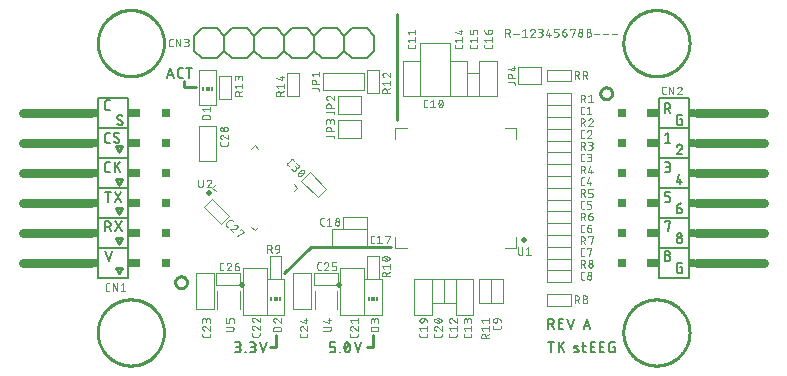
<source format=gbr>
G04 EAGLE Gerber RS-274X export*
G75*
%MOMM*%
%FSLAX34Y34*%
%LPD*%
%INSilkscreen Top*%
%IPPOS*%
%AMOC8*
5,1,8,0,0,1.08239X$1,22.5*%
G01*
%ADD10C,0.152400*%
%ADD11C,0.101600*%
%ADD12C,0.250000*%
%ADD13C,0.075000*%
%ADD14C,0.500000*%
%ADD15C,0.120000*%
%ADD16C,0.762000*%
%ADD17R,0.508000X0.762000*%
%ADD18R,1.016000X0.762000*%
%ADD19R,0.762000X0.762000*%
%ADD20R,0.150000X0.300000*%
%ADD21R,0.300000X0.300000*%


D10*
X479529Y203262D02*
X479529Y211738D01*
X481884Y211738D01*
X481980Y211736D01*
X482076Y211730D01*
X482171Y211720D01*
X482266Y211707D01*
X482361Y211689D01*
X482455Y211668D01*
X482547Y211643D01*
X482639Y211614D01*
X482729Y211581D01*
X482818Y211545D01*
X482905Y211505D01*
X482991Y211461D01*
X483075Y211415D01*
X483157Y211364D01*
X483236Y211311D01*
X483314Y211254D01*
X483389Y211194D01*
X483462Y211131D01*
X483531Y211065D01*
X483599Y210997D01*
X483663Y210926D01*
X483724Y210852D01*
X483783Y210775D01*
X483838Y210697D01*
X483890Y210616D01*
X483938Y210533D01*
X483984Y210448D01*
X484025Y210362D01*
X484063Y210274D01*
X484098Y210184D01*
X484129Y210093D01*
X484156Y210001D01*
X484179Y209908D01*
X484198Y209814D01*
X484214Y209719D01*
X484226Y209624D01*
X484234Y209528D01*
X484238Y209432D01*
X484238Y209336D01*
X484234Y209240D01*
X484226Y209144D01*
X484214Y209049D01*
X484198Y208954D01*
X484179Y208860D01*
X484156Y208767D01*
X484129Y208675D01*
X484098Y208584D01*
X484063Y208494D01*
X484025Y208406D01*
X483984Y208320D01*
X483938Y208235D01*
X483890Y208152D01*
X483838Y208071D01*
X483783Y207993D01*
X483724Y207916D01*
X483663Y207842D01*
X483599Y207771D01*
X483531Y207703D01*
X483462Y207637D01*
X483389Y207574D01*
X483314Y207514D01*
X483236Y207457D01*
X483157Y207404D01*
X483075Y207353D01*
X482991Y207307D01*
X482905Y207263D01*
X482818Y207223D01*
X482729Y207187D01*
X482639Y207154D01*
X482547Y207125D01*
X482455Y207100D01*
X482361Y207079D01*
X482266Y207061D01*
X482171Y207048D01*
X482076Y207038D01*
X481980Y207032D01*
X481884Y207030D01*
X481884Y207029D02*
X479529Y207029D01*
X482354Y207029D02*
X484238Y203262D01*
X481884Y186738D02*
X479529Y184854D01*
X481884Y186738D02*
X481884Y178262D01*
X484238Y178262D02*
X479529Y178262D01*
X492119Y176738D02*
X492209Y176736D01*
X492299Y176730D01*
X492388Y176721D01*
X492477Y176708D01*
X492565Y176690D01*
X492653Y176670D01*
X492739Y176645D01*
X492825Y176617D01*
X492909Y176585D01*
X492992Y176550D01*
X493073Y176511D01*
X493152Y176469D01*
X493230Y176423D01*
X493306Y176375D01*
X493379Y176323D01*
X493450Y176268D01*
X493519Y176210D01*
X493585Y176149D01*
X493649Y176085D01*
X493710Y176019D01*
X493768Y175950D01*
X493823Y175879D01*
X493875Y175806D01*
X493923Y175730D01*
X493969Y175652D01*
X494011Y175573D01*
X494050Y175492D01*
X494085Y175409D01*
X494117Y175325D01*
X494145Y175239D01*
X494170Y175153D01*
X494190Y175065D01*
X494208Y174977D01*
X494221Y174888D01*
X494230Y174799D01*
X494236Y174709D01*
X494238Y174619D01*
X492119Y176738D02*
X492015Y176736D01*
X491912Y176730D01*
X491808Y176720D01*
X491706Y176706D01*
X491603Y176689D01*
X491502Y176667D01*
X491401Y176642D01*
X491302Y176612D01*
X491204Y176579D01*
X491107Y176543D01*
X491011Y176502D01*
X490917Y176458D01*
X490825Y176411D01*
X490735Y176360D01*
X490646Y176305D01*
X490560Y176247D01*
X490476Y176186D01*
X490395Y176122D01*
X490316Y176055D01*
X490239Y175985D01*
X490166Y175912D01*
X490095Y175836D01*
X490027Y175758D01*
X489962Y175677D01*
X489901Y175593D01*
X489842Y175508D01*
X489787Y175420D01*
X489735Y175330D01*
X489687Y175238D01*
X489642Y175145D01*
X489601Y175049D01*
X489563Y174953D01*
X489529Y174855D01*
X493532Y172971D02*
X493597Y173036D01*
X493660Y173103D01*
X493720Y173173D01*
X493777Y173246D01*
X493831Y173320D01*
X493882Y173397D01*
X493930Y173476D01*
X493975Y173556D01*
X494016Y173639D01*
X494054Y173722D01*
X494089Y173808D01*
X494120Y173895D01*
X494147Y173983D01*
X494171Y174072D01*
X494192Y174161D01*
X494208Y174252D01*
X494221Y174343D01*
X494231Y174435D01*
X494236Y174527D01*
X494238Y174619D01*
X493532Y172971D02*
X489529Y168262D01*
X494238Y168262D01*
X481884Y153262D02*
X479529Y153262D01*
X481884Y153262D02*
X481980Y153264D01*
X482076Y153270D01*
X482171Y153280D01*
X482266Y153293D01*
X482361Y153311D01*
X482455Y153332D01*
X482547Y153357D01*
X482639Y153386D01*
X482729Y153419D01*
X482818Y153455D01*
X482905Y153495D01*
X482991Y153539D01*
X483075Y153585D01*
X483157Y153636D01*
X483236Y153689D01*
X483314Y153746D01*
X483389Y153806D01*
X483462Y153869D01*
X483531Y153935D01*
X483599Y154003D01*
X483663Y154074D01*
X483724Y154148D01*
X483783Y154225D01*
X483838Y154303D01*
X483890Y154384D01*
X483938Y154467D01*
X483984Y154552D01*
X484025Y154638D01*
X484063Y154726D01*
X484098Y154816D01*
X484129Y154907D01*
X484156Y154999D01*
X484179Y155092D01*
X484198Y155186D01*
X484214Y155281D01*
X484226Y155376D01*
X484234Y155472D01*
X484238Y155568D01*
X484238Y155664D01*
X484234Y155760D01*
X484226Y155856D01*
X484214Y155951D01*
X484198Y156046D01*
X484179Y156140D01*
X484156Y156233D01*
X484129Y156325D01*
X484098Y156416D01*
X484063Y156506D01*
X484025Y156594D01*
X483984Y156680D01*
X483938Y156765D01*
X483890Y156848D01*
X483838Y156929D01*
X483783Y157007D01*
X483724Y157084D01*
X483663Y157158D01*
X483599Y157229D01*
X483531Y157297D01*
X483462Y157363D01*
X483389Y157426D01*
X483314Y157486D01*
X483236Y157543D01*
X483157Y157596D01*
X483075Y157647D01*
X482991Y157693D01*
X482905Y157737D01*
X482818Y157777D01*
X482729Y157813D01*
X482639Y157846D01*
X482547Y157875D01*
X482455Y157900D01*
X482361Y157921D01*
X482266Y157939D01*
X482171Y157952D01*
X482076Y157962D01*
X481980Y157968D01*
X481884Y157970D01*
X482354Y161738D02*
X479529Y161738D01*
X482354Y161738D02*
X482440Y161736D01*
X482525Y161730D01*
X482611Y161720D01*
X482695Y161707D01*
X482779Y161689D01*
X482862Y161668D01*
X482944Y161643D01*
X483025Y161614D01*
X483105Y161582D01*
X483182Y161546D01*
X483259Y161507D01*
X483333Y161464D01*
X483405Y161418D01*
X483475Y161368D01*
X483543Y161315D01*
X483608Y161260D01*
X483671Y161201D01*
X483731Y161140D01*
X483788Y161076D01*
X483842Y161009D01*
X483893Y160940D01*
X483941Y160869D01*
X483986Y160796D01*
X484027Y160721D01*
X484064Y160644D01*
X484099Y160565D01*
X484129Y160485D01*
X484156Y160403D01*
X484179Y160321D01*
X484199Y160237D01*
X484214Y160153D01*
X484226Y160068D01*
X484234Y159983D01*
X484238Y159897D01*
X484238Y159811D01*
X484234Y159725D01*
X484226Y159640D01*
X484214Y159555D01*
X484199Y159471D01*
X484179Y159387D01*
X484156Y159305D01*
X484129Y159223D01*
X484099Y159143D01*
X484064Y159064D01*
X484027Y158987D01*
X483986Y158912D01*
X483941Y158839D01*
X483893Y158768D01*
X483842Y158699D01*
X483788Y158632D01*
X483731Y158568D01*
X483671Y158507D01*
X483608Y158448D01*
X483543Y158393D01*
X483475Y158340D01*
X483405Y158290D01*
X483333Y158244D01*
X483259Y158201D01*
X483182Y158162D01*
X483105Y158126D01*
X483025Y158094D01*
X482944Y158065D01*
X482862Y158040D01*
X482779Y158019D01*
X482695Y158001D01*
X482611Y157988D01*
X482525Y157978D01*
X482440Y157972D01*
X482354Y157970D01*
X482354Y157971D02*
X480471Y157971D01*
X491413Y151738D02*
X489529Y145146D01*
X494238Y145146D01*
X492825Y147029D02*
X492825Y143262D01*
X482354Y128262D02*
X479529Y128262D01*
X482354Y128262D02*
X482439Y128264D01*
X482523Y128270D01*
X482607Y128279D01*
X482690Y128292D01*
X482773Y128309D01*
X482855Y128330D01*
X482936Y128354D01*
X483016Y128382D01*
X483094Y128414D01*
X483171Y128449D01*
X483247Y128487D01*
X483320Y128529D01*
X483392Y128574D01*
X483461Y128622D01*
X483529Y128673D01*
X483594Y128727D01*
X483656Y128784D01*
X483716Y128844D01*
X483773Y128906D01*
X483827Y128971D01*
X483878Y129039D01*
X483926Y129108D01*
X483971Y129180D01*
X484013Y129253D01*
X484051Y129329D01*
X484086Y129406D01*
X484118Y129484D01*
X484146Y129564D01*
X484170Y129645D01*
X484191Y129727D01*
X484208Y129810D01*
X484221Y129893D01*
X484230Y129977D01*
X484236Y130061D01*
X484238Y130146D01*
X484238Y131087D01*
X484236Y131172D01*
X484230Y131256D01*
X484221Y131340D01*
X484208Y131423D01*
X484191Y131506D01*
X484170Y131588D01*
X484146Y131669D01*
X484118Y131749D01*
X484086Y131827D01*
X484051Y131904D01*
X484013Y131980D01*
X483971Y132053D01*
X483926Y132125D01*
X483878Y132194D01*
X483827Y132262D01*
X483773Y132327D01*
X483716Y132389D01*
X483656Y132449D01*
X483594Y132506D01*
X483529Y132560D01*
X483461Y132611D01*
X483392Y132659D01*
X483320Y132704D01*
X483247Y132746D01*
X483171Y132784D01*
X483094Y132819D01*
X483016Y132851D01*
X482936Y132879D01*
X482855Y132903D01*
X482773Y132924D01*
X482690Y132941D01*
X482607Y132954D01*
X482523Y132963D01*
X482439Y132969D01*
X482354Y132971D01*
X479529Y132971D01*
X479529Y136738D01*
X484238Y136738D01*
X489529Y122971D02*
X492354Y122971D01*
X492439Y122969D01*
X492523Y122963D01*
X492607Y122954D01*
X492690Y122941D01*
X492773Y122924D01*
X492855Y122903D01*
X492936Y122879D01*
X493016Y122851D01*
X493094Y122819D01*
X493171Y122784D01*
X493247Y122746D01*
X493320Y122704D01*
X493392Y122659D01*
X493461Y122611D01*
X493529Y122560D01*
X493594Y122506D01*
X493656Y122449D01*
X493716Y122389D01*
X493773Y122327D01*
X493827Y122262D01*
X493878Y122194D01*
X493926Y122125D01*
X493971Y122053D01*
X494013Y121980D01*
X494051Y121904D01*
X494086Y121827D01*
X494118Y121749D01*
X494146Y121669D01*
X494170Y121588D01*
X494191Y121506D01*
X494208Y121423D01*
X494221Y121340D01*
X494230Y121256D01*
X494236Y121172D01*
X494238Y121087D01*
X494238Y120616D01*
X494236Y120520D01*
X494230Y120424D01*
X494220Y120329D01*
X494207Y120234D01*
X494189Y120139D01*
X494168Y120045D01*
X494143Y119953D01*
X494114Y119861D01*
X494081Y119771D01*
X494045Y119682D01*
X494005Y119595D01*
X493961Y119509D01*
X493915Y119425D01*
X493864Y119343D01*
X493811Y119264D01*
X493754Y119186D01*
X493694Y119111D01*
X493631Y119038D01*
X493565Y118969D01*
X493497Y118901D01*
X493426Y118837D01*
X493352Y118776D01*
X493275Y118717D01*
X493197Y118662D01*
X493116Y118610D01*
X493033Y118562D01*
X492948Y118516D01*
X492862Y118475D01*
X492774Y118437D01*
X492684Y118402D01*
X492593Y118371D01*
X492501Y118344D01*
X492408Y118321D01*
X492314Y118302D01*
X492219Y118286D01*
X492124Y118274D01*
X492028Y118266D01*
X491932Y118262D01*
X491836Y118262D01*
X491740Y118266D01*
X491644Y118274D01*
X491549Y118286D01*
X491454Y118302D01*
X491360Y118321D01*
X491267Y118344D01*
X491175Y118371D01*
X491084Y118402D01*
X490994Y118437D01*
X490906Y118475D01*
X490820Y118516D01*
X490735Y118562D01*
X490652Y118610D01*
X490571Y118662D01*
X490493Y118717D01*
X490416Y118776D01*
X490342Y118837D01*
X490271Y118901D01*
X490203Y118969D01*
X490137Y119038D01*
X490074Y119111D01*
X490014Y119186D01*
X489957Y119264D01*
X489904Y119343D01*
X489853Y119425D01*
X489807Y119509D01*
X489763Y119595D01*
X489723Y119682D01*
X489687Y119771D01*
X489654Y119861D01*
X489625Y119953D01*
X489600Y120045D01*
X489579Y120139D01*
X489561Y120234D01*
X489548Y120329D01*
X489538Y120424D01*
X489532Y120520D01*
X489530Y120616D01*
X489529Y120616D02*
X489529Y122971D01*
X489531Y123092D01*
X489537Y123212D01*
X489546Y123333D01*
X489560Y123453D01*
X489577Y123572D01*
X489598Y123691D01*
X489623Y123809D01*
X489652Y123927D01*
X489685Y124043D01*
X489721Y124158D01*
X489761Y124272D01*
X489804Y124385D01*
X489851Y124496D01*
X489902Y124605D01*
X489956Y124713D01*
X490014Y124820D01*
X490075Y124924D01*
X490139Y125026D01*
X490206Y125126D01*
X490277Y125224D01*
X490351Y125320D01*
X490428Y125413D01*
X490507Y125504D01*
X490590Y125592D01*
X490675Y125677D01*
X490763Y125760D01*
X490854Y125839D01*
X490947Y125916D01*
X491043Y125990D01*
X491141Y126061D01*
X491241Y126128D01*
X491343Y126192D01*
X491447Y126253D01*
X491554Y126311D01*
X491662Y126365D01*
X491771Y126416D01*
X491882Y126463D01*
X491995Y126506D01*
X492109Y126546D01*
X492224Y126582D01*
X492340Y126615D01*
X492458Y126644D01*
X492576Y126669D01*
X492695Y126690D01*
X492814Y126707D01*
X492934Y126721D01*
X493055Y126730D01*
X493175Y126736D01*
X493296Y126738D01*
X479529Y111738D02*
X479529Y110796D01*
X479529Y111738D02*
X484238Y111738D01*
X481884Y103262D01*
X489530Y95616D02*
X489532Y95712D01*
X489538Y95808D01*
X489548Y95903D01*
X489561Y95998D01*
X489579Y96093D01*
X489600Y96187D01*
X489625Y96279D01*
X489654Y96371D01*
X489687Y96461D01*
X489723Y96550D01*
X489763Y96637D01*
X489807Y96723D01*
X489853Y96807D01*
X489904Y96889D01*
X489957Y96968D01*
X490014Y97046D01*
X490074Y97121D01*
X490137Y97194D01*
X490203Y97263D01*
X490271Y97331D01*
X490342Y97395D01*
X490416Y97456D01*
X490493Y97515D01*
X490571Y97570D01*
X490652Y97622D01*
X490735Y97670D01*
X490820Y97716D01*
X490906Y97757D01*
X490994Y97795D01*
X491084Y97830D01*
X491175Y97861D01*
X491267Y97888D01*
X491360Y97911D01*
X491454Y97930D01*
X491549Y97946D01*
X491644Y97958D01*
X491740Y97966D01*
X491836Y97970D01*
X491932Y97970D01*
X492028Y97966D01*
X492124Y97958D01*
X492219Y97946D01*
X492314Y97930D01*
X492408Y97911D01*
X492501Y97888D01*
X492593Y97861D01*
X492684Y97830D01*
X492774Y97795D01*
X492862Y97757D01*
X492948Y97716D01*
X493033Y97670D01*
X493116Y97622D01*
X493197Y97570D01*
X493275Y97515D01*
X493352Y97456D01*
X493426Y97395D01*
X493497Y97331D01*
X493565Y97263D01*
X493631Y97194D01*
X493694Y97121D01*
X493754Y97046D01*
X493811Y96968D01*
X493864Y96889D01*
X493915Y96807D01*
X493961Y96723D01*
X494005Y96637D01*
X494045Y96550D01*
X494081Y96461D01*
X494114Y96371D01*
X494143Y96279D01*
X494168Y96187D01*
X494189Y96093D01*
X494207Y95998D01*
X494220Y95903D01*
X494230Y95808D01*
X494236Y95712D01*
X494238Y95616D01*
X494236Y95520D01*
X494230Y95424D01*
X494220Y95329D01*
X494207Y95234D01*
X494189Y95139D01*
X494168Y95045D01*
X494143Y94953D01*
X494114Y94861D01*
X494081Y94771D01*
X494045Y94682D01*
X494005Y94595D01*
X493961Y94509D01*
X493915Y94425D01*
X493864Y94343D01*
X493811Y94264D01*
X493754Y94186D01*
X493694Y94111D01*
X493631Y94038D01*
X493565Y93969D01*
X493497Y93901D01*
X493426Y93837D01*
X493352Y93776D01*
X493275Y93717D01*
X493197Y93662D01*
X493116Y93610D01*
X493033Y93562D01*
X492948Y93516D01*
X492862Y93475D01*
X492774Y93437D01*
X492684Y93402D01*
X492593Y93371D01*
X492501Y93344D01*
X492408Y93321D01*
X492314Y93302D01*
X492219Y93286D01*
X492124Y93274D01*
X492028Y93266D01*
X491932Y93262D01*
X491836Y93262D01*
X491740Y93266D01*
X491644Y93274D01*
X491549Y93286D01*
X491454Y93302D01*
X491360Y93321D01*
X491267Y93344D01*
X491175Y93371D01*
X491084Y93402D01*
X490994Y93437D01*
X490906Y93475D01*
X490820Y93516D01*
X490735Y93562D01*
X490652Y93610D01*
X490571Y93662D01*
X490493Y93717D01*
X490416Y93776D01*
X490342Y93837D01*
X490271Y93901D01*
X490203Y93969D01*
X490137Y94038D01*
X490074Y94111D01*
X490014Y94186D01*
X489957Y94264D01*
X489904Y94343D01*
X489853Y94425D01*
X489807Y94509D01*
X489763Y94595D01*
X489723Y94682D01*
X489687Y94771D01*
X489654Y94861D01*
X489625Y94953D01*
X489600Y95045D01*
X489579Y95139D01*
X489561Y95234D01*
X489548Y95329D01*
X489538Y95424D01*
X489532Y95520D01*
X489530Y95616D01*
X490000Y99854D02*
X490002Y99940D01*
X490008Y100025D01*
X490018Y100111D01*
X490031Y100195D01*
X490049Y100279D01*
X490070Y100362D01*
X490095Y100444D01*
X490124Y100525D01*
X490156Y100605D01*
X490192Y100682D01*
X490231Y100759D01*
X490274Y100833D01*
X490320Y100905D01*
X490370Y100975D01*
X490423Y101043D01*
X490478Y101108D01*
X490537Y101171D01*
X490598Y101231D01*
X490662Y101288D01*
X490729Y101342D01*
X490798Y101393D01*
X490869Y101441D01*
X490942Y101486D01*
X491017Y101527D01*
X491094Y101564D01*
X491173Y101599D01*
X491253Y101629D01*
X491335Y101656D01*
X491417Y101679D01*
X491501Y101699D01*
X491585Y101714D01*
X491670Y101726D01*
X491755Y101734D01*
X491841Y101738D01*
X491927Y101738D01*
X492013Y101734D01*
X492098Y101726D01*
X492183Y101714D01*
X492267Y101699D01*
X492351Y101679D01*
X492433Y101656D01*
X492515Y101629D01*
X492595Y101599D01*
X492674Y101564D01*
X492751Y101527D01*
X492826Y101486D01*
X492899Y101441D01*
X492970Y101393D01*
X493039Y101342D01*
X493106Y101288D01*
X493170Y101231D01*
X493231Y101171D01*
X493290Y101108D01*
X493345Y101043D01*
X493398Y100975D01*
X493448Y100905D01*
X493494Y100833D01*
X493537Y100759D01*
X493576Y100682D01*
X493612Y100605D01*
X493644Y100525D01*
X493673Y100444D01*
X493698Y100362D01*
X493719Y100279D01*
X493737Y100195D01*
X493750Y100111D01*
X493760Y100025D01*
X493766Y99940D01*
X493768Y99854D01*
X493766Y99768D01*
X493760Y99683D01*
X493750Y99597D01*
X493737Y99513D01*
X493719Y99429D01*
X493698Y99346D01*
X493673Y99264D01*
X493644Y99183D01*
X493612Y99103D01*
X493576Y99026D01*
X493537Y98949D01*
X493494Y98875D01*
X493448Y98803D01*
X493398Y98733D01*
X493345Y98665D01*
X493290Y98600D01*
X493231Y98537D01*
X493170Y98477D01*
X493106Y98420D01*
X493039Y98366D01*
X492970Y98315D01*
X492899Y98267D01*
X492826Y98222D01*
X492751Y98181D01*
X492674Y98144D01*
X492595Y98109D01*
X492515Y98079D01*
X492433Y98052D01*
X492351Y98029D01*
X492267Y98009D01*
X492183Y97994D01*
X492098Y97982D01*
X492013Y97974D01*
X491927Y97970D01*
X491841Y97970D01*
X491755Y97974D01*
X491670Y97982D01*
X491585Y97994D01*
X491501Y98009D01*
X491417Y98029D01*
X491335Y98052D01*
X491253Y98079D01*
X491173Y98109D01*
X491094Y98144D01*
X491017Y98181D01*
X490942Y98222D01*
X490869Y98267D01*
X490798Y98315D01*
X490729Y98366D01*
X490662Y98420D01*
X490598Y98477D01*
X490537Y98537D01*
X490478Y98600D01*
X490423Y98665D01*
X490370Y98733D01*
X490320Y98803D01*
X490274Y98875D01*
X490231Y98949D01*
X490192Y99026D01*
X490156Y99103D01*
X490124Y99183D01*
X490095Y99264D01*
X490070Y99346D01*
X490049Y99429D01*
X490031Y99513D01*
X490018Y99597D01*
X490008Y99683D01*
X490002Y99768D01*
X490000Y99854D01*
X481884Y82971D02*
X479529Y82971D01*
X481884Y82970D02*
X481980Y82968D01*
X482076Y82962D01*
X482171Y82952D01*
X482266Y82939D01*
X482361Y82921D01*
X482455Y82900D01*
X482547Y82875D01*
X482639Y82846D01*
X482729Y82813D01*
X482818Y82777D01*
X482905Y82737D01*
X482991Y82693D01*
X483075Y82647D01*
X483157Y82596D01*
X483236Y82543D01*
X483314Y82486D01*
X483389Y82426D01*
X483462Y82363D01*
X483531Y82297D01*
X483599Y82229D01*
X483663Y82158D01*
X483724Y82084D01*
X483783Y82007D01*
X483838Y81929D01*
X483890Y81848D01*
X483938Y81765D01*
X483984Y81680D01*
X484025Y81594D01*
X484063Y81506D01*
X484098Y81416D01*
X484129Y81325D01*
X484156Y81233D01*
X484179Y81140D01*
X484198Y81046D01*
X484214Y80951D01*
X484226Y80856D01*
X484234Y80760D01*
X484238Y80664D01*
X484238Y80568D01*
X484234Y80472D01*
X484226Y80376D01*
X484214Y80281D01*
X484198Y80186D01*
X484179Y80092D01*
X484156Y79999D01*
X484129Y79907D01*
X484098Y79816D01*
X484063Y79726D01*
X484025Y79638D01*
X483984Y79552D01*
X483938Y79467D01*
X483890Y79384D01*
X483838Y79303D01*
X483783Y79225D01*
X483724Y79148D01*
X483663Y79074D01*
X483599Y79003D01*
X483531Y78935D01*
X483462Y78869D01*
X483389Y78806D01*
X483314Y78746D01*
X483236Y78689D01*
X483157Y78636D01*
X483075Y78585D01*
X482991Y78539D01*
X482905Y78495D01*
X482818Y78455D01*
X482729Y78419D01*
X482639Y78386D01*
X482547Y78357D01*
X482455Y78332D01*
X482361Y78311D01*
X482266Y78293D01*
X482171Y78280D01*
X482076Y78270D01*
X481980Y78264D01*
X481884Y78262D01*
X479529Y78262D01*
X479529Y86738D01*
X481884Y86738D01*
X481970Y86736D01*
X482055Y86730D01*
X482141Y86720D01*
X482225Y86707D01*
X482309Y86689D01*
X482392Y86668D01*
X482474Y86643D01*
X482555Y86614D01*
X482635Y86582D01*
X482712Y86546D01*
X482789Y86507D01*
X482863Y86464D01*
X482935Y86418D01*
X483005Y86368D01*
X483073Y86315D01*
X483138Y86260D01*
X483201Y86201D01*
X483261Y86140D01*
X483318Y86076D01*
X483372Y86009D01*
X483423Y85940D01*
X483471Y85869D01*
X483516Y85796D01*
X483557Y85721D01*
X483594Y85644D01*
X483629Y85565D01*
X483659Y85485D01*
X483686Y85403D01*
X483709Y85321D01*
X483729Y85237D01*
X483744Y85153D01*
X483756Y85068D01*
X483764Y84983D01*
X483768Y84897D01*
X483768Y84811D01*
X483764Y84725D01*
X483756Y84640D01*
X483744Y84555D01*
X483729Y84471D01*
X483709Y84387D01*
X483686Y84305D01*
X483659Y84223D01*
X483629Y84143D01*
X483594Y84064D01*
X483557Y83987D01*
X483516Y83912D01*
X483471Y83839D01*
X483423Y83768D01*
X483372Y83699D01*
X483318Y83632D01*
X483261Y83568D01*
X483201Y83507D01*
X483138Y83448D01*
X483073Y83393D01*
X483005Y83340D01*
X482935Y83290D01*
X482863Y83244D01*
X482789Y83201D01*
X482712Y83162D01*
X482635Y83126D01*
X482555Y83094D01*
X482474Y83065D01*
X482392Y83040D01*
X482309Y83019D01*
X482225Y83001D01*
X482141Y82988D01*
X482055Y82978D01*
X481970Y82972D01*
X481884Y82970D01*
D11*
X344689Y268008D02*
X344689Y274492D01*
X346490Y274492D01*
X346573Y274490D01*
X346656Y274484D01*
X346739Y274475D01*
X346821Y274461D01*
X346902Y274444D01*
X346983Y274423D01*
X347062Y274399D01*
X347141Y274370D01*
X347217Y274339D01*
X347293Y274303D01*
X347366Y274264D01*
X347438Y274222D01*
X347508Y274177D01*
X347575Y274128D01*
X347641Y274077D01*
X347703Y274022D01*
X347763Y273964D01*
X347821Y273904D01*
X347876Y273842D01*
X347927Y273776D01*
X347976Y273709D01*
X348021Y273639D01*
X348063Y273567D01*
X348102Y273494D01*
X348138Y273418D01*
X348169Y273342D01*
X348198Y273263D01*
X348222Y273184D01*
X348243Y273103D01*
X348260Y273022D01*
X348274Y272940D01*
X348283Y272857D01*
X348289Y272774D01*
X348291Y272691D01*
X348289Y272608D01*
X348283Y272525D01*
X348274Y272442D01*
X348260Y272360D01*
X348243Y272279D01*
X348222Y272198D01*
X348198Y272119D01*
X348169Y272040D01*
X348138Y271964D01*
X348102Y271888D01*
X348063Y271815D01*
X348021Y271743D01*
X347976Y271673D01*
X347927Y271606D01*
X347876Y271540D01*
X347821Y271478D01*
X347763Y271418D01*
X347703Y271360D01*
X347641Y271305D01*
X347575Y271254D01*
X347508Y271205D01*
X347438Y271160D01*
X347366Y271118D01*
X347293Y271079D01*
X347217Y271043D01*
X347141Y271012D01*
X347062Y270983D01*
X346983Y270959D01*
X346902Y270938D01*
X346821Y270921D01*
X346739Y270907D01*
X346656Y270898D01*
X346573Y270892D01*
X346490Y270890D01*
X344689Y270890D01*
X346850Y270890D02*
X348291Y268008D01*
X351470Y270530D02*
X355792Y270530D01*
X359030Y273051D02*
X360831Y274492D01*
X360831Y268008D01*
X359030Y268008D02*
X362632Y268008D01*
X367761Y274492D02*
X367841Y274490D01*
X367920Y274484D01*
X367999Y274474D01*
X368077Y274461D01*
X368155Y274443D01*
X368232Y274422D01*
X368307Y274397D01*
X368381Y274369D01*
X368454Y274336D01*
X368525Y274301D01*
X368594Y274261D01*
X368662Y274219D01*
X368727Y274173D01*
X368789Y274124D01*
X368850Y274072D01*
X368907Y274017D01*
X368962Y273960D01*
X369014Y273899D01*
X369063Y273837D01*
X369109Y273772D01*
X369151Y273704D01*
X369191Y273635D01*
X369226Y273564D01*
X369259Y273491D01*
X369287Y273417D01*
X369312Y273342D01*
X369333Y273265D01*
X369351Y273187D01*
X369364Y273109D01*
X369374Y273030D01*
X369380Y272951D01*
X369382Y272871D01*
X367761Y274492D02*
X367671Y274490D01*
X367581Y274484D01*
X367491Y274474D01*
X367401Y274461D01*
X367313Y274443D01*
X367225Y274422D01*
X367138Y274397D01*
X367053Y274368D01*
X366969Y274335D01*
X366886Y274299D01*
X366805Y274259D01*
X366725Y274216D01*
X366648Y274170D01*
X366573Y274120D01*
X366500Y274067D01*
X366429Y274010D01*
X366361Y273951D01*
X366295Y273889D01*
X366232Y273824D01*
X366173Y273756D01*
X366116Y273686D01*
X366062Y273614D01*
X366011Y273539D01*
X365964Y273462D01*
X365920Y273383D01*
X365879Y273302D01*
X365842Y273220D01*
X365809Y273136D01*
X365779Y273051D01*
X368842Y271610D02*
X368897Y271666D01*
X368950Y271723D01*
X369000Y271783D01*
X369048Y271846D01*
X369093Y271910D01*
X369134Y271976D01*
X369173Y272044D01*
X369209Y272114D01*
X369241Y272185D01*
X369270Y272258D01*
X369296Y272332D01*
X369319Y272407D01*
X369338Y272483D01*
X369354Y272559D01*
X369366Y272637D01*
X369375Y272715D01*
X369380Y272793D01*
X369382Y272871D01*
X368842Y271610D02*
X365780Y268008D01*
X369382Y268008D01*
X372530Y268008D02*
X374331Y268008D01*
X374414Y268010D01*
X374497Y268016D01*
X374580Y268025D01*
X374662Y268039D01*
X374743Y268056D01*
X374824Y268077D01*
X374903Y268101D01*
X374982Y268130D01*
X375058Y268161D01*
X375134Y268197D01*
X375207Y268236D01*
X375279Y268278D01*
X375349Y268323D01*
X375416Y268372D01*
X375482Y268423D01*
X375544Y268478D01*
X375604Y268536D01*
X375662Y268596D01*
X375717Y268658D01*
X375768Y268724D01*
X375817Y268791D01*
X375862Y268861D01*
X375904Y268933D01*
X375943Y269006D01*
X375979Y269082D01*
X376010Y269158D01*
X376039Y269237D01*
X376063Y269316D01*
X376084Y269397D01*
X376101Y269478D01*
X376115Y269560D01*
X376124Y269643D01*
X376130Y269726D01*
X376132Y269809D01*
X376130Y269892D01*
X376124Y269975D01*
X376115Y270058D01*
X376101Y270140D01*
X376084Y270221D01*
X376063Y270302D01*
X376039Y270381D01*
X376010Y270460D01*
X375979Y270536D01*
X375943Y270612D01*
X375904Y270685D01*
X375862Y270757D01*
X375817Y270827D01*
X375768Y270894D01*
X375717Y270960D01*
X375662Y271022D01*
X375604Y271082D01*
X375544Y271140D01*
X375482Y271195D01*
X375416Y271246D01*
X375349Y271295D01*
X375279Y271340D01*
X375207Y271382D01*
X375134Y271421D01*
X375058Y271457D01*
X374982Y271488D01*
X374903Y271517D01*
X374824Y271541D01*
X374743Y271562D01*
X374662Y271579D01*
X374580Y271593D01*
X374497Y271602D01*
X374414Y271608D01*
X374331Y271610D01*
X374691Y274492D02*
X372530Y274492D01*
X374691Y274492D02*
X374766Y274490D01*
X374842Y274484D01*
X374916Y274474D01*
X374991Y274461D01*
X375064Y274443D01*
X375136Y274421D01*
X375207Y274396D01*
X375277Y274367D01*
X375345Y274335D01*
X375412Y274299D01*
X375476Y274260D01*
X375538Y274217D01*
X375598Y274171D01*
X375655Y274122D01*
X375710Y274070D01*
X375762Y274015D01*
X375811Y273958D01*
X375857Y273898D01*
X375900Y273836D01*
X375939Y273772D01*
X375975Y273705D01*
X376007Y273637D01*
X376036Y273567D01*
X376061Y273496D01*
X376083Y273424D01*
X376101Y273351D01*
X376114Y273276D01*
X376124Y273202D01*
X376130Y273126D01*
X376132Y273051D01*
X376130Y272976D01*
X376124Y272900D01*
X376114Y272826D01*
X376101Y272751D01*
X376083Y272678D01*
X376061Y272606D01*
X376036Y272535D01*
X376007Y272465D01*
X375975Y272397D01*
X375939Y272331D01*
X375900Y272266D01*
X375857Y272204D01*
X375811Y272144D01*
X375762Y272087D01*
X375710Y272032D01*
X375655Y271980D01*
X375598Y271931D01*
X375538Y271885D01*
X375476Y271842D01*
X375412Y271803D01*
X375345Y271767D01*
X375277Y271735D01*
X375207Y271706D01*
X375136Y271681D01*
X375064Y271659D01*
X374991Y271641D01*
X374916Y271628D01*
X374842Y271618D01*
X374766Y271612D01*
X374691Y271610D01*
X373250Y271610D01*
X379280Y269449D02*
X380721Y274492D01*
X379280Y269449D02*
X382882Y269449D01*
X381801Y270890D02*
X381801Y268008D01*
X386030Y268008D02*
X388191Y268008D01*
X388266Y268010D01*
X388342Y268016D01*
X388416Y268026D01*
X388491Y268039D01*
X388564Y268057D01*
X388636Y268079D01*
X388707Y268104D01*
X388777Y268133D01*
X388845Y268165D01*
X388912Y268201D01*
X388976Y268240D01*
X389038Y268283D01*
X389098Y268329D01*
X389155Y268378D01*
X389210Y268430D01*
X389262Y268485D01*
X389311Y268542D01*
X389357Y268602D01*
X389400Y268664D01*
X389439Y268729D01*
X389475Y268795D01*
X389507Y268863D01*
X389536Y268933D01*
X389561Y269004D01*
X389583Y269076D01*
X389601Y269149D01*
X389614Y269224D01*
X389624Y269298D01*
X389630Y269374D01*
X389632Y269449D01*
X389632Y270169D01*
X389630Y270244D01*
X389624Y270320D01*
X389614Y270394D01*
X389601Y270469D01*
X389583Y270542D01*
X389561Y270614D01*
X389536Y270685D01*
X389507Y270755D01*
X389475Y270823D01*
X389439Y270890D01*
X389400Y270954D01*
X389357Y271016D01*
X389311Y271076D01*
X389262Y271133D01*
X389210Y271188D01*
X389155Y271240D01*
X389098Y271289D01*
X389038Y271335D01*
X388976Y271378D01*
X388912Y271417D01*
X388845Y271453D01*
X388777Y271485D01*
X388707Y271514D01*
X388636Y271539D01*
X388564Y271561D01*
X388491Y271579D01*
X388416Y271592D01*
X388342Y271602D01*
X388266Y271608D01*
X388191Y271610D01*
X386030Y271610D01*
X386030Y274492D01*
X389632Y274492D01*
X392780Y271610D02*
X394941Y271610D01*
X395016Y271608D01*
X395092Y271602D01*
X395166Y271592D01*
X395241Y271579D01*
X395314Y271561D01*
X395386Y271539D01*
X395457Y271514D01*
X395527Y271485D01*
X395595Y271453D01*
X395662Y271417D01*
X395726Y271378D01*
X395788Y271335D01*
X395848Y271289D01*
X395905Y271240D01*
X395960Y271188D01*
X396012Y271133D01*
X396061Y271076D01*
X396107Y271016D01*
X396150Y270954D01*
X396189Y270890D01*
X396225Y270823D01*
X396257Y270755D01*
X396286Y270685D01*
X396311Y270614D01*
X396333Y270542D01*
X396351Y270469D01*
X396364Y270394D01*
X396374Y270320D01*
X396380Y270244D01*
X396382Y270169D01*
X396382Y269809D01*
X396380Y269726D01*
X396374Y269643D01*
X396365Y269560D01*
X396351Y269478D01*
X396334Y269397D01*
X396313Y269316D01*
X396289Y269237D01*
X396260Y269158D01*
X396229Y269082D01*
X396193Y269006D01*
X396154Y268933D01*
X396112Y268861D01*
X396067Y268791D01*
X396018Y268724D01*
X395967Y268658D01*
X395912Y268596D01*
X395854Y268536D01*
X395794Y268478D01*
X395732Y268423D01*
X395666Y268372D01*
X395599Y268323D01*
X395529Y268278D01*
X395457Y268236D01*
X395384Y268197D01*
X395308Y268161D01*
X395232Y268130D01*
X395153Y268101D01*
X395074Y268077D01*
X394993Y268056D01*
X394912Y268039D01*
X394830Y268025D01*
X394747Y268016D01*
X394664Y268010D01*
X394581Y268008D01*
X394498Y268010D01*
X394415Y268016D01*
X394332Y268025D01*
X394250Y268039D01*
X394169Y268056D01*
X394088Y268077D01*
X394009Y268101D01*
X393930Y268130D01*
X393854Y268161D01*
X393778Y268197D01*
X393705Y268236D01*
X393633Y268278D01*
X393563Y268323D01*
X393496Y268372D01*
X393430Y268423D01*
X393368Y268478D01*
X393308Y268536D01*
X393250Y268596D01*
X393195Y268658D01*
X393144Y268724D01*
X393095Y268791D01*
X393050Y268861D01*
X393008Y268933D01*
X392969Y269006D01*
X392933Y269082D01*
X392902Y269158D01*
X392873Y269237D01*
X392849Y269316D01*
X392828Y269397D01*
X392811Y269478D01*
X392797Y269560D01*
X392788Y269643D01*
X392782Y269726D01*
X392780Y269809D01*
X392780Y271610D01*
X392782Y271715D01*
X392788Y271820D01*
X392797Y271925D01*
X392811Y272030D01*
X392828Y272133D01*
X392849Y272237D01*
X392874Y272339D01*
X392902Y272440D01*
X392934Y272541D01*
X392970Y272640D01*
X393010Y272737D01*
X393052Y272833D01*
X393099Y272928D01*
X393149Y273020D01*
X393202Y273111D01*
X393258Y273200D01*
X393318Y273287D01*
X393381Y273371D01*
X393447Y273454D01*
X393516Y273533D01*
X393587Y273610D01*
X393662Y273685D01*
X393739Y273756D01*
X393818Y273825D01*
X393901Y273891D01*
X393985Y273954D01*
X394072Y274014D01*
X394161Y274070D01*
X394251Y274123D01*
X394344Y274173D01*
X394439Y274219D01*
X394535Y274262D01*
X394632Y274302D01*
X394731Y274338D01*
X394832Y274370D01*
X394933Y274398D01*
X395035Y274423D01*
X395138Y274444D01*
X395242Y274461D01*
X395347Y274475D01*
X395452Y274484D01*
X395557Y274490D01*
X395662Y274492D01*
X399530Y274492D02*
X399530Y273772D01*
X399530Y274492D02*
X403132Y274492D01*
X401331Y268008D01*
X406280Y269809D02*
X406282Y269892D01*
X406288Y269975D01*
X406297Y270058D01*
X406311Y270140D01*
X406328Y270221D01*
X406349Y270302D01*
X406373Y270381D01*
X406402Y270460D01*
X406433Y270536D01*
X406469Y270612D01*
X406508Y270685D01*
X406550Y270757D01*
X406595Y270827D01*
X406644Y270894D01*
X406695Y270960D01*
X406750Y271022D01*
X406808Y271082D01*
X406868Y271140D01*
X406930Y271195D01*
X406996Y271246D01*
X407063Y271295D01*
X407133Y271340D01*
X407205Y271382D01*
X407278Y271421D01*
X407354Y271457D01*
X407430Y271488D01*
X407509Y271517D01*
X407588Y271541D01*
X407669Y271562D01*
X407750Y271579D01*
X407832Y271593D01*
X407915Y271602D01*
X407998Y271608D01*
X408081Y271610D01*
X408164Y271608D01*
X408247Y271602D01*
X408330Y271593D01*
X408412Y271579D01*
X408493Y271562D01*
X408574Y271541D01*
X408653Y271517D01*
X408732Y271488D01*
X408808Y271457D01*
X408884Y271421D01*
X408957Y271382D01*
X409029Y271340D01*
X409099Y271295D01*
X409166Y271246D01*
X409232Y271195D01*
X409294Y271140D01*
X409354Y271082D01*
X409412Y271022D01*
X409467Y270960D01*
X409518Y270894D01*
X409567Y270827D01*
X409612Y270757D01*
X409654Y270685D01*
X409693Y270612D01*
X409729Y270536D01*
X409760Y270460D01*
X409789Y270381D01*
X409813Y270302D01*
X409834Y270221D01*
X409851Y270140D01*
X409865Y270058D01*
X409874Y269975D01*
X409880Y269892D01*
X409882Y269809D01*
X409880Y269726D01*
X409874Y269643D01*
X409865Y269560D01*
X409851Y269478D01*
X409834Y269397D01*
X409813Y269316D01*
X409789Y269237D01*
X409760Y269158D01*
X409729Y269082D01*
X409693Y269006D01*
X409654Y268933D01*
X409612Y268861D01*
X409567Y268791D01*
X409518Y268724D01*
X409467Y268658D01*
X409412Y268596D01*
X409354Y268536D01*
X409294Y268478D01*
X409232Y268423D01*
X409166Y268372D01*
X409099Y268323D01*
X409029Y268278D01*
X408957Y268236D01*
X408884Y268197D01*
X408808Y268161D01*
X408732Y268130D01*
X408653Y268101D01*
X408574Y268077D01*
X408493Y268056D01*
X408412Y268039D01*
X408330Y268025D01*
X408247Y268016D01*
X408164Y268010D01*
X408081Y268008D01*
X407998Y268010D01*
X407915Y268016D01*
X407832Y268025D01*
X407750Y268039D01*
X407669Y268056D01*
X407588Y268077D01*
X407509Y268101D01*
X407430Y268130D01*
X407354Y268161D01*
X407278Y268197D01*
X407205Y268236D01*
X407133Y268278D01*
X407063Y268323D01*
X406996Y268372D01*
X406930Y268423D01*
X406868Y268478D01*
X406808Y268536D01*
X406750Y268596D01*
X406695Y268658D01*
X406644Y268724D01*
X406595Y268791D01*
X406550Y268861D01*
X406508Y268933D01*
X406469Y269006D01*
X406433Y269082D01*
X406402Y269158D01*
X406373Y269237D01*
X406349Y269316D01*
X406328Y269397D01*
X406311Y269478D01*
X406297Y269560D01*
X406288Y269643D01*
X406282Y269726D01*
X406280Y269809D01*
X406640Y273051D02*
X406642Y273126D01*
X406648Y273202D01*
X406658Y273276D01*
X406671Y273351D01*
X406689Y273424D01*
X406711Y273496D01*
X406736Y273567D01*
X406765Y273637D01*
X406797Y273705D01*
X406833Y273772D01*
X406872Y273836D01*
X406915Y273898D01*
X406961Y273958D01*
X407010Y274015D01*
X407062Y274070D01*
X407117Y274122D01*
X407174Y274171D01*
X407234Y274217D01*
X407296Y274260D01*
X407361Y274299D01*
X407427Y274335D01*
X407495Y274367D01*
X407565Y274396D01*
X407636Y274421D01*
X407708Y274443D01*
X407781Y274461D01*
X407856Y274474D01*
X407930Y274484D01*
X408006Y274490D01*
X408081Y274492D01*
X408156Y274490D01*
X408232Y274484D01*
X408306Y274474D01*
X408381Y274461D01*
X408454Y274443D01*
X408526Y274421D01*
X408597Y274396D01*
X408667Y274367D01*
X408735Y274335D01*
X408802Y274299D01*
X408866Y274260D01*
X408928Y274217D01*
X408988Y274171D01*
X409045Y274122D01*
X409100Y274070D01*
X409152Y274015D01*
X409201Y273958D01*
X409247Y273898D01*
X409290Y273836D01*
X409329Y273772D01*
X409365Y273705D01*
X409397Y273637D01*
X409426Y273567D01*
X409451Y273496D01*
X409473Y273424D01*
X409491Y273351D01*
X409504Y273276D01*
X409514Y273202D01*
X409520Y273126D01*
X409522Y273051D01*
X409520Y272976D01*
X409514Y272900D01*
X409504Y272826D01*
X409491Y272751D01*
X409473Y272678D01*
X409451Y272606D01*
X409426Y272535D01*
X409397Y272465D01*
X409365Y272397D01*
X409329Y272331D01*
X409290Y272266D01*
X409247Y272204D01*
X409201Y272144D01*
X409152Y272087D01*
X409100Y272032D01*
X409045Y271980D01*
X408988Y271931D01*
X408928Y271885D01*
X408866Y271842D01*
X408802Y271803D01*
X408735Y271767D01*
X408667Y271735D01*
X408597Y271706D01*
X408526Y271681D01*
X408454Y271659D01*
X408381Y271641D01*
X408306Y271628D01*
X408232Y271618D01*
X408156Y271612D01*
X408081Y271610D01*
X408006Y271612D01*
X407930Y271618D01*
X407856Y271628D01*
X407781Y271641D01*
X407708Y271659D01*
X407636Y271681D01*
X407565Y271706D01*
X407495Y271735D01*
X407427Y271767D01*
X407361Y271803D01*
X407296Y271842D01*
X407234Y271885D01*
X407174Y271931D01*
X407117Y271980D01*
X407062Y272032D01*
X407010Y272087D01*
X406961Y272144D01*
X406915Y272204D01*
X406872Y272266D01*
X406833Y272331D01*
X406797Y272397D01*
X406765Y272465D01*
X406736Y272535D01*
X406711Y272606D01*
X406689Y272678D01*
X406671Y272751D01*
X406658Y272826D01*
X406648Y272900D01*
X406642Y272976D01*
X406640Y273051D01*
X413389Y271610D02*
X415190Y271610D01*
X415273Y271608D01*
X415356Y271602D01*
X415439Y271593D01*
X415521Y271579D01*
X415602Y271562D01*
X415683Y271541D01*
X415762Y271517D01*
X415841Y271488D01*
X415917Y271457D01*
X415993Y271421D01*
X416066Y271382D01*
X416138Y271340D01*
X416208Y271295D01*
X416275Y271246D01*
X416341Y271195D01*
X416403Y271140D01*
X416463Y271082D01*
X416521Y271022D01*
X416576Y270960D01*
X416627Y270894D01*
X416676Y270827D01*
X416721Y270757D01*
X416763Y270685D01*
X416802Y270612D01*
X416838Y270536D01*
X416869Y270460D01*
X416898Y270381D01*
X416922Y270302D01*
X416943Y270221D01*
X416960Y270140D01*
X416974Y270058D01*
X416983Y269975D01*
X416989Y269892D01*
X416991Y269809D01*
X416989Y269726D01*
X416983Y269643D01*
X416974Y269560D01*
X416960Y269478D01*
X416943Y269397D01*
X416922Y269316D01*
X416898Y269237D01*
X416869Y269158D01*
X416838Y269082D01*
X416802Y269006D01*
X416763Y268933D01*
X416721Y268861D01*
X416676Y268791D01*
X416627Y268724D01*
X416576Y268658D01*
X416521Y268596D01*
X416463Y268536D01*
X416403Y268478D01*
X416341Y268423D01*
X416275Y268372D01*
X416208Y268323D01*
X416138Y268278D01*
X416066Y268236D01*
X415993Y268197D01*
X415917Y268161D01*
X415841Y268130D01*
X415762Y268101D01*
X415683Y268077D01*
X415602Y268056D01*
X415521Y268039D01*
X415439Y268025D01*
X415356Y268016D01*
X415273Y268010D01*
X415190Y268008D01*
X413389Y268008D01*
X413389Y274492D01*
X415190Y274492D01*
X415265Y274490D01*
X415341Y274484D01*
X415415Y274474D01*
X415490Y274461D01*
X415563Y274443D01*
X415635Y274421D01*
X415706Y274396D01*
X415776Y274367D01*
X415844Y274335D01*
X415911Y274299D01*
X415975Y274260D01*
X416037Y274217D01*
X416097Y274171D01*
X416154Y274122D01*
X416209Y274070D01*
X416261Y274015D01*
X416310Y273958D01*
X416356Y273898D01*
X416399Y273836D01*
X416438Y273772D01*
X416474Y273705D01*
X416506Y273637D01*
X416535Y273567D01*
X416560Y273496D01*
X416582Y273424D01*
X416600Y273351D01*
X416613Y273276D01*
X416623Y273202D01*
X416629Y273126D01*
X416631Y273051D01*
X416629Y272976D01*
X416623Y272900D01*
X416613Y272826D01*
X416600Y272751D01*
X416582Y272678D01*
X416560Y272606D01*
X416535Y272535D01*
X416506Y272465D01*
X416474Y272397D01*
X416438Y272331D01*
X416399Y272266D01*
X416356Y272204D01*
X416310Y272144D01*
X416261Y272087D01*
X416209Y272032D01*
X416154Y271980D01*
X416097Y271931D01*
X416037Y271885D01*
X415975Y271842D01*
X415911Y271803D01*
X415844Y271767D01*
X415776Y271735D01*
X415706Y271706D01*
X415635Y271681D01*
X415563Y271659D01*
X415490Y271641D01*
X415415Y271628D01*
X415341Y271618D01*
X415265Y271612D01*
X415190Y271610D01*
X419869Y270530D02*
X424192Y270530D01*
X427519Y270530D02*
X431842Y270530D01*
X435169Y270530D02*
X439492Y270530D01*
D12*
X65000Y60000D02*
X65002Y60141D01*
X65008Y60282D01*
X65018Y60422D01*
X65032Y60562D01*
X65050Y60702D01*
X65071Y60841D01*
X65097Y60980D01*
X65126Y61118D01*
X65160Y61254D01*
X65197Y61390D01*
X65238Y61525D01*
X65283Y61659D01*
X65332Y61791D01*
X65384Y61922D01*
X65440Y62051D01*
X65500Y62178D01*
X65563Y62304D01*
X65629Y62428D01*
X65700Y62551D01*
X65773Y62671D01*
X65850Y62789D01*
X65930Y62905D01*
X66014Y63018D01*
X66100Y63129D01*
X66190Y63238D01*
X66283Y63344D01*
X66378Y63447D01*
X66477Y63548D01*
X66578Y63646D01*
X66682Y63741D01*
X66789Y63833D01*
X66898Y63922D01*
X67010Y64007D01*
X67124Y64090D01*
X67240Y64170D01*
X67359Y64246D01*
X67480Y64318D01*
X67602Y64388D01*
X67727Y64453D01*
X67853Y64516D01*
X67981Y64574D01*
X68111Y64629D01*
X68242Y64681D01*
X68375Y64728D01*
X68509Y64772D01*
X68644Y64813D01*
X68780Y64849D01*
X68917Y64881D01*
X69055Y64910D01*
X69193Y64935D01*
X69333Y64955D01*
X69473Y64972D01*
X69613Y64985D01*
X69754Y64994D01*
X69894Y64999D01*
X70035Y65000D01*
X70176Y64997D01*
X70317Y64990D01*
X70457Y64979D01*
X70597Y64964D01*
X70737Y64945D01*
X70876Y64923D01*
X71014Y64896D01*
X71152Y64866D01*
X71288Y64831D01*
X71424Y64793D01*
X71558Y64751D01*
X71692Y64705D01*
X71824Y64656D01*
X71954Y64602D01*
X72083Y64545D01*
X72210Y64485D01*
X72336Y64421D01*
X72459Y64353D01*
X72581Y64282D01*
X72701Y64208D01*
X72818Y64130D01*
X72933Y64049D01*
X73046Y63965D01*
X73157Y63878D01*
X73265Y63787D01*
X73370Y63694D01*
X73473Y63597D01*
X73573Y63498D01*
X73670Y63396D01*
X73764Y63291D01*
X73855Y63184D01*
X73943Y63074D01*
X74028Y62962D01*
X74110Y62847D01*
X74189Y62730D01*
X74264Y62611D01*
X74336Y62490D01*
X74404Y62367D01*
X74469Y62242D01*
X74531Y62115D01*
X74588Y61986D01*
X74643Y61856D01*
X74693Y61725D01*
X74740Y61592D01*
X74783Y61458D01*
X74822Y61322D01*
X74857Y61186D01*
X74889Y61049D01*
X74916Y60911D01*
X74940Y60772D01*
X74960Y60632D01*
X74976Y60492D01*
X74988Y60352D01*
X74996Y60211D01*
X75000Y60070D01*
X75000Y59930D01*
X74996Y59789D01*
X74988Y59648D01*
X74976Y59508D01*
X74960Y59368D01*
X74940Y59228D01*
X74916Y59089D01*
X74889Y58951D01*
X74857Y58814D01*
X74822Y58678D01*
X74783Y58542D01*
X74740Y58408D01*
X74693Y58275D01*
X74643Y58144D01*
X74588Y58014D01*
X74531Y57885D01*
X74469Y57758D01*
X74404Y57633D01*
X74336Y57510D01*
X74264Y57389D01*
X74189Y57270D01*
X74110Y57153D01*
X74028Y57038D01*
X73943Y56926D01*
X73855Y56816D01*
X73764Y56709D01*
X73670Y56604D01*
X73573Y56502D01*
X73473Y56403D01*
X73370Y56306D01*
X73265Y56213D01*
X73157Y56122D01*
X73046Y56035D01*
X72933Y55951D01*
X72818Y55870D01*
X72701Y55792D01*
X72581Y55718D01*
X72459Y55647D01*
X72336Y55579D01*
X72210Y55515D01*
X72083Y55455D01*
X71954Y55398D01*
X71824Y55344D01*
X71692Y55295D01*
X71558Y55249D01*
X71424Y55207D01*
X71288Y55169D01*
X71152Y55134D01*
X71014Y55104D01*
X70876Y55077D01*
X70737Y55055D01*
X70597Y55036D01*
X70457Y55021D01*
X70317Y55010D01*
X70176Y55003D01*
X70035Y55000D01*
X69894Y55001D01*
X69754Y55006D01*
X69613Y55015D01*
X69473Y55028D01*
X69333Y55045D01*
X69193Y55065D01*
X69055Y55090D01*
X68917Y55119D01*
X68780Y55151D01*
X68644Y55187D01*
X68509Y55228D01*
X68375Y55272D01*
X68242Y55319D01*
X68111Y55371D01*
X67981Y55426D01*
X67853Y55484D01*
X67727Y55547D01*
X67602Y55612D01*
X67480Y55682D01*
X67359Y55754D01*
X67240Y55830D01*
X67124Y55910D01*
X67010Y55993D01*
X66898Y56078D01*
X66789Y56167D01*
X66682Y56259D01*
X66578Y56354D01*
X66477Y56452D01*
X66378Y56553D01*
X66283Y56656D01*
X66190Y56762D01*
X66100Y56871D01*
X66014Y56982D01*
X65930Y57095D01*
X65850Y57211D01*
X65773Y57329D01*
X65700Y57449D01*
X65629Y57572D01*
X65563Y57696D01*
X65500Y57822D01*
X65440Y57949D01*
X65384Y58078D01*
X65332Y58209D01*
X65283Y58341D01*
X65238Y58475D01*
X65197Y58610D01*
X65160Y58746D01*
X65126Y58882D01*
X65097Y59020D01*
X65071Y59159D01*
X65050Y59298D01*
X65032Y59438D01*
X65018Y59578D01*
X65008Y59718D01*
X65002Y59859D01*
X65000Y60000D01*
X425000Y220000D02*
X425002Y220141D01*
X425008Y220282D01*
X425018Y220422D01*
X425032Y220562D01*
X425050Y220702D01*
X425071Y220841D01*
X425097Y220980D01*
X425126Y221118D01*
X425160Y221254D01*
X425197Y221390D01*
X425238Y221525D01*
X425283Y221659D01*
X425332Y221791D01*
X425384Y221922D01*
X425440Y222051D01*
X425500Y222178D01*
X425563Y222304D01*
X425629Y222428D01*
X425700Y222551D01*
X425773Y222671D01*
X425850Y222789D01*
X425930Y222905D01*
X426014Y223018D01*
X426100Y223129D01*
X426190Y223238D01*
X426283Y223344D01*
X426378Y223447D01*
X426477Y223548D01*
X426578Y223646D01*
X426682Y223741D01*
X426789Y223833D01*
X426898Y223922D01*
X427010Y224007D01*
X427124Y224090D01*
X427240Y224170D01*
X427359Y224246D01*
X427480Y224318D01*
X427602Y224388D01*
X427727Y224453D01*
X427853Y224516D01*
X427981Y224574D01*
X428111Y224629D01*
X428242Y224681D01*
X428375Y224728D01*
X428509Y224772D01*
X428644Y224813D01*
X428780Y224849D01*
X428917Y224881D01*
X429055Y224910D01*
X429193Y224935D01*
X429333Y224955D01*
X429473Y224972D01*
X429613Y224985D01*
X429754Y224994D01*
X429894Y224999D01*
X430035Y225000D01*
X430176Y224997D01*
X430317Y224990D01*
X430457Y224979D01*
X430597Y224964D01*
X430737Y224945D01*
X430876Y224923D01*
X431014Y224896D01*
X431152Y224866D01*
X431288Y224831D01*
X431424Y224793D01*
X431558Y224751D01*
X431692Y224705D01*
X431824Y224656D01*
X431954Y224602D01*
X432083Y224545D01*
X432210Y224485D01*
X432336Y224421D01*
X432459Y224353D01*
X432581Y224282D01*
X432701Y224208D01*
X432818Y224130D01*
X432933Y224049D01*
X433046Y223965D01*
X433157Y223878D01*
X433265Y223787D01*
X433370Y223694D01*
X433473Y223597D01*
X433573Y223498D01*
X433670Y223396D01*
X433764Y223291D01*
X433855Y223184D01*
X433943Y223074D01*
X434028Y222962D01*
X434110Y222847D01*
X434189Y222730D01*
X434264Y222611D01*
X434336Y222490D01*
X434404Y222367D01*
X434469Y222242D01*
X434531Y222115D01*
X434588Y221986D01*
X434643Y221856D01*
X434693Y221725D01*
X434740Y221592D01*
X434783Y221458D01*
X434822Y221322D01*
X434857Y221186D01*
X434889Y221049D01*
X434916Y220911D01*
X434940Y220772D01*
X434960Y220632D01*
X434976Y220492D01*
X434988Y220352D01*
X434996Y220211D01*
X435000Y220070D01*
X435000Y219930D01*
X434996Y219789D01*
X434988Y219648D01*
X434976Y219508D01*
X434960Y219368D01*
X434940Y219228D01*
X434916Y219089D01*
X434889Y218951D01*
X434857Y218814D01*
X434822Y218678D01*
X434783Y218542D01*
X434740Y218408D01*
X434693Y218275D01*
X434643Y218144D01*
X434588Y218014D01*
X434531Y217885D01*
X434469Y217758D01*
X434404Y217633D01*
X434336Y217510D01*
X434264Y217389D01*
X434189Y217270D01*
X434110Y217153D01*
X434028Y217038D01*
X433943Y216926D01*
X433855Y216816D01*
X433764Y216709D01*
X433670Y216604D01*
X433573Y216502D01*
X433473Y216403D01*
X433370Y216306D01*
X433265Y216213D01*
X433157Y216122D01*
X433046Y216035D01*
X432933Y215951D01*
X432818Y215870D01*
X432701Y215792D01*
X432581Y215718D01*
X432459Y215647D01*
X432336Y215579D01*
X432210Y215515D01*
X432083Y215455D01*
X431954Y215398D01*
X431824Y215344D01*
X431692Y215295D01*
X431558Y215249D01*
X431424Y215207D01*
X431288Y215169D01*
X431152Y215134D01*
X431014Y215104D01*
X430876Y215077D01*
X430737Y215055D01*
X430597Y215036D01*
X430457Y215021D01*
X430317Y215010D01*
X430176Y215003D01*
X430035Y215000D01*
X429894Y215001D01*
X429754Y215006D01*
X429613Y215015D01*
X429473Y215028D01*
X429333Y215045D01*
X429193Y215065D01*
X429055Y215090D01*
X428917Y215119D01*
X428780Y215151D01*
X428644Y215187D01*
X428509Y215228D01*
X428375Y215272D01*
X428242Y215319D01*
X428111Y215371D01*
X427981Y215426D01*
X427853Y215484D01*
X427727Y215547D01*
X427602Y215612D01*
X427480Y215682D01*
X427359Y215754D01*
X427240Y215830D01*
X427124Y215910D01*
X427010Y215993D01*
X426898Y216078D01*
X426789Y216167D01*
X426682Y216259D01*
X426578Y216354D01*
X426477Y216452D01*
X426378Y216553D01*
X426283Y216656D01*
X426190Y216762D01*
X426100Y216871D01*
X426014Y216982D01*
X425930Y217095D01*
X425850Y217211D01*
X425773Y217329D01*
X425700Y217449D01*
X425629Y217572D01*
X425563Y217696D01*
X425500Y217822D01*
X425440Y217949D01*
X425384Y218078D01*
X425332Y218209D01*
X425283Y218341D01*
X425238Y218475D01*
X425197Y218610D01*
X425160Y218746D01*
X425126Y218882D01*
X425097Y219020D01*
X425071Y219159D01*
X425050Y219298D01*
X425032Y219438D01*
X425018Y219578D01*
X425008Y219718D01*
X425002Y219859D01*
X425000Y220000D01*
D10*
X492825Y197971D02*
X494238Y197971D01*
X494238Y193262D01*
X491413Y193262D01*
X491328Y193264D01*
X491244Y193270D01*
X491160Y193279D01*
X491077Y193292D01*
X490994Y193309D01*
X490912Y193330D01*
X490831Y193354D01*
X490751Y193382D01*
X490673Y193414D01*
X490596Y193449D01*
X490520Y193487D01*
X490447Y193529D01*
X490375Y193574D01*
X490306Y193622D01*
X490238Y193673D01*
X490173Y193727D01*
X490111Y193784D01*
X490051Y193844D01*
X489994Y193906D01*
X489940Y193971D01*
X489889Y194039D01*
X489841Y194108D01*
X489796Y194180D01*
X489754Y194253D01*
X489716Y194329D01*
X489681Y194406D01*
X489649Y194484D01*
X489621Y194564D01*
X489597Y194645D01*
X489576Y194727D01*
X489559Y194810D01*
X489546Y194893D01*
X489537Y194977D01*
X489531Y195061D01*
X489529Y195146D01*
X489529Y199854D01*
X489531Y199939D01*
X489537Y200023D01*
X489546Y200107D01*
X489559Y200190D01*
X489576Y200273D01*
X489597Y200355D01*
X489621Y200436D01*
X489649Y200516D01*
X489681Y200594D01*
X489716Y200671D01*
X489754Y200747D01*
X489796Y200820D01*
X489841Y200892D01*
X489889Y200961D01*
X489940Y201029D01*
X489994Y201094D01*
X490051Y201156D01*
X490111Y201216D01*
X490173Y201273D01*
X490238Y201327D01*
X490306Y201378D01*
X490375Y201426D01*
X490447Y201471D01*
X490520Y201513D01*
X490596Y201551D01*
X490673Y201586D01*
X490751Y201618D01*
X490831Y201646D01*
X490912Y201670D01*
X490994Y201691D01*
X491077Y201708D01*
X491160Y201721D01*
X491244Y201730D01*
X491328Y201736D01*
X491413Y201738D01*
X494238Y201738D01*
X494238Y72971D02*
X492825Y72971D01*
X494238Y72971D02*
X494238Y68262D01*
X491413Y68262D01*
X491328Y68264D01*
X491244Y68270D01*
X491160Y68279D01*
X491077Y68292D01*
X490994Y68309D01*
X490912Y68330D01*
X490831Y68354D01*
X490751Y68382D01*
X490673Y68414D01*
X490596Y68449D01*
X490520Y68487D01*
X490447Y68529D01*
X490375Y68574D01*
X490306Y68622D01*
X490238Y68673D01*
X490173Y68727D01*
X490111Y68784D01*
X490051Y68844D01*
X489994Y68906D01*
X489940Y68971D01*
X489889Y69039D01*
X489841Y69108D01*
X489796Y69180D01*
X489754Y69253D01*
X489716Y69329D01*
X489681Y69406D01*
X489649Y69484D01*
X489621Y69564D01*
X489597Y69645D01*
X489576Y69727D01*
X489559Y69810D01*
X489546Y69893D01*
X489537Y69977D01*
X489531Y70061D01*
X489529Y70146D01*
X489529Y74854D01*
X489531Y74939D01*
X489537Y75023D01*
X489546Y75107D01*
X489559Y75190D01*
X489576Y75273D01*
X489597Y75355D01*
X489621Y75436D01*
X489649Y75516D01*
X489681Y75594D01*
X489716Y75671D01*
X489754Y75747D01*
X489796Y75820D01*
X489841Y75892D01*
X489889Y75961D01*
X489940Y76029D01*
X489994Y76094D01*
X490051Y76156D01*
X490111Y76216D01*
X490173Y76273D01*
X490238Y76327D01*
X490306Y76378D01*
X490375Y76426D01*
X490447Y76471D01*
X490520Y76513D01*
X490596Y76551D01*
X490673Y76586D01*
X490751Y76618D01*
X490831Y76646D01*
X490912Y76670D01*
X490994Y76691D01*
X491077Y76708D01*
X491160Y76721D01*
X491244Y76730D01*
X491328Y76736D01*
X491413Y76738D01*
X494238Y76738D01*
X383116Y9238D02*
X383116Y762D01*
X380762Y9238D02*
X385471Y9238D01*
X389656Y9238D02*
X389656Y762D01*
X389656Y4058D02*
X394365Y9238D01*
X391539Y5942D02*
X394365Y762D01*
X403539Y4058D02*
X405894Y3116D01*
X403540Y4058D02*
X403476Y4086D01*
X403414Y4117D01*
X403354Y4151D01*
X403296Y4189D01*
X403241Y4230D01*
X403188Y4274D01*
X403137Y4321D01*
X403089Y4371D01*
X403044Y4424D01*
X403002Y4479D01*
X402963Y4536D01*
X402928Y4595D01*
X402896Y4657D01*
X402867Y4720D01*
X402842Y4784D01*
X402821Y4850D01*
X402803Y4917D01*
X402790Y4985D01*
X402780Y5053D01*
X402774Y5122D01*
X402772Y5191D01*
X402774Y5260D01*
X402780Y5329D01*
X402789Y5397D01*
X402803Y5465D01*
X402820Y5532D01*
X402841Y5598D01*
X402866Y5663D01*
X402895Y5726D01*
X402927Y5787D01*
X402962Y5846D01*
X403001Y5904D01*
X403043Y5959D01*
X403088Y6011D01*
X403135Y6061D01*
X403186Y6108D01*
X403239Y6153D01*
X403295Y6194D01*
X403353Y6232D01*
X403412Y6266D01*
X403474Y6297D01*
X403538Y6325D01*
X403603Y6349D01*
X403669Y6369D01*
X403736Y6386D01*
X403804Y6398D01*
X403872Y6407D01*
X403941Y6412D01*
X404010Y6413D01*
X404011Y6412D02*
X404156Y6408D01*
X404302Y6400D01*
X404447Y6388D01*
X404592Y6372D01*
X404736Y6353D01*
X404880Y6329D01*
X405023Y6301D01*
X405165Y6269D01*
X405307Y6234D01*
X405447Y6195D01*
X405586Y6151D01*
X405724Y6105D01*
X405861Y6054D01*
X405996Y6000D01*
X406130Y5942D01*
X405893Y3117D02*
X405957Y3089D01*
X406019Y3058D01*
X406079Y3024D01*
X406137Y2986D01*
X406192Y2945D01*
X406245Y2901D01*
X406296Y2854D01*
X406344Y2804D01*
X406389Y2751D01*
X406431Y2696D01*
X406470Y2639D01*
X406505Y2580D01*
X406537Y2518D01*
X406566Y2455D01*
X406591Y2391D01*
X406612Y2325D01*
X406630Y2258D01*
X406643Y2190D01*
X406653Y2122D01*
X406659Y2053D01*
X406661Y1984D01*
X406659Y1915D01*
X406653Y1846D01*
X406644Y1778D01*
X406630Y1710D01*
X406613Y1643D01*
X406592Y1577D01*
X406567Y1512D01*
X406538Y1449D01*
X406506Y1388D01*
X406471Y1329D01*
X406432Y1271D01*
X406390Y1216D01*
X406345Y1164D01*
X406298Y1114D01*
X406247Y1067D01*
X406194Y1022D01*
X406138Y981D01*
X406080Y943D01*
X406021Y909D01*
X405959Y878D01*
X405895Y850D01*
X405830Y826D01*
X405764Y806D01*
X405697Y789D01*
X405629Y777D01*
X405561Y768D01*
X405492Y763D01*
X405423Y762D01*
X405234Y767D01*
X405045Y776D01*
X404857Y790D01*
X404669Y808D01*
X404481Y831D01*
X404294Y858D01*
X404108Y890D01*
X403923Y926D01*
X403738Y966D01*
X403555Y1011D01*
X403372Y1060D01*
X403191Y1113D01*
X403011Y1171D01*
X402833Y1233D01*
X409798Y6413D02*
X412623Y6413D01*
X410740Y9238D02*
X410740Y2175D01*
X410742Y2101D01*
X410748Y2027D01*
X410757Y1954D01*
X410771Y1881D01*
X410788Y1809D01*
X410809Y1738D01*
X410834Y1669D01*
X410862Y1600D01*
X410894Y1534D01*
X410929Y1469D01*
X410968Y1405D01*
X411010Y1344D01*
X411055Y1286D01*
X411103Y1230D01*
X411154Y1176D01*
X411208Y1125D01*
X411264Y1077D01*
X411322Y1032D01*
X411383Y990D01*
X411447Y951D01*
X411512Y916D01*
X411578Y884D01*
X411647Y856D01*
X411716Y831D01*
X411787Y810D01*
X411859Y793D01*
X411932Y779D01*
X412005Y770D01*
X412079Y764D01*
X412153Y762D01*
X412623Y762D01*
X416788Y762D02*
X420555Y762D01*
X416788Y762D02*
X416788Y9238D01*
X420555Y9238D01*
X419613Y5471D02*
X416788Y5471D01*
X424588Y762D02*
X428355Y762D01*
X424588Y762D02*
X424588Y9238D01*
X428355Y9238D01*
X427413Y5471D02*
X424588Y5471D01*
X435658Y5471D02*
X437071Y5471D01*
X437071Y762D01*
X434245Y762D01*
X434160Y764D01*
X434076Y770D01*
X433992Y779D01*
X433909Y792D01*
X433826Y809D01*
X433744Y830D01*
X433663Y854D01*
X433583Y882D01*
X433505Y914D01*
X433428Y949D01*
X433352Y987D01*
X433279Y1029D01*
X433207Y1074D01*
X433138Y1122D01*
X433070Y1173D01*
X433005Y1227D01*
X432943Y1284D01*
X432883Y1344D01*
X432826Y1406D01*
X432772Y1471D01*
X432721Y1539D01*
X432673Y1608D01*
X432628Y1680D01*
X432586Y1753D01*
X432548Y1829D01*
X432513Y1906D01*
X432481Y1984D01*
X432453Y2064D01*
X432429Y2145D01*
X432408Y2227D01*
X432391Y2310D01*
X432378Y2393D01*
X432369Y2477D01*
X432363Y2561D01*
X432361Y2646D01*
X432362Y2646D02*
X432362Y7354D01*
X432361Y7354D02*
X432363Y7439D01*
X432369Y7523D01*
X432378Y7607D01*
X432391Y7690D01*
X432408Y7773D01*
X432429Y7855D01*
X432453Y7936D01*
X432481Y8016D01*
X432513Y8094D01*
X432548Y8171D01*
X432586Y8247D01*
X432628Y8320D01*
X432673Y8392D01*
X432721Y8461D01*
X432772Y8529D01*
X432826Y8594D01*
X432883Y8656D01*
X432943Y8716D01*
X433005Y8773D01*
X433070Y8827D01*
X433138Y8878D01*
X433207Y8926D01*
X433279Y8971D01*
X433352Y9013D01*
X433428Y9051D01*
X433505Y9086D01*
X433583Y9118D01*
X433663Y9146D01*
X433744Y9170D01*
X433826Y9191D01*
X433909Y9208D01*
X433992Y9221D01*
X434076Y9230D01*
X434160Y9236D01*
X434245Y9238D01*
X437071Y9238D01*
X380762Y20762D02*
X380762Y29238D01*
X383116Y29238D01*
X383212Y29236D01*
X383308Y29230D01*
X383403Y29220D01*
X383498Y29207D01*
X383593Y29189D01*
X383687Y29168D01*
X383779Y29143D01*
X383871Y29114D01*
X383961Y29081D01*
X384050Y29045D01*
X384137Y29005D01*
X384223Y28961D01*
X384307Y28915D01*
X384389Y28864D01*
X384468Y28811D01*
X384546Y28754D01*
X384621Y28694D01*
X384694Y28631D01*
X384763Y28565D01*
X384831Y28497D01*
X384895Y28426D01*
X384956Y28352D01*
X385015Y28275D01*
X385070Y28197D01*
X385122Y28116D01*
X385170Y28033D01*
X385216Y27948D01*
X385257Y27862D01*
X385295Y27774D01*
X385330Y27684D01*
X385361Y27593D01*
X385388Y27501D01*
X385411Y27408D01*
X385430Y27314D01*
X385446Y27219D01*
X385458Y27124D01*
X385466Y27028D01*
X385470Y26932D01*
X385470Y26836D01*
X385466Y26740D01*
X385458Y26644D01*
X385446Y26549D01*
X385430Y26454D01*
X385411Y26360D01*
X385388Y26267D01*
X385361Y26175D01*
X385330Y26084D01*
X385295Y25994D01*
X385257Y25906D01*
X385216Y25820D01*
X385170Y25735D01*
X385122Y25652D01*
X385070Y25571D01*
X385015Y25493D01*
X384956Y25416D01*
X384895Y25342D01*
X384831Y25271D01*
X384763Y25203D01*
X384694Y25137D01*
X384621Y25074D01*
X384546Y25014D01*
X384468Y24957D01*
X384389Y24904D01*
X384307Y24853D01*
X384223Y24807D01*
X384137Y24763D01*
X384050Y24723D01*
X383961Y24687D01*
X383871Y24654D01*
X383779Y24625D01*
X383687Y24600D01*
X383593Y24579D01*
X383498Y24561D01*
X383403Y24548D01*
X383308Y24538D01*
X383212Y24532D01*
X383116Y24530D01*
X383116Y24529D02*
X380762Y24529D01*
X383587Y24529D02*
X385471Y20762D01*
X390004Y20762D02*
X393771Y20762D01*
X390004Y20762D02*
X390004Y29238D01*
X393771Y29238D01*
X392829Y25471D02*
X390004Y25471D01*
X397007Y29238D02*
X399832Y20762D01*
X402658Y29238D01*
X413632Y29238D02*
X410807Y20762D01*
X416457Y20762D02*
X413632Y29238D01*
X415751Y22881D02*
X411513Y22881D01*
X8587Y78262D02*
X5762Y86738D01*
X11413Y86738D02*
X8587Y78262D01*
X5762Y103262D02*
X5762Y111738D01*
X8116Y111738D01*
X8212Y111736D01*
X8308Y111730D01*
X8403Y111720D01*
X8498Y111707D01*
X8593Y111689D01*
X8687Y111668D01*
X8779Y111643D01*
X8871Y111614D01*
X8961Y111581D01*
X9050Y111545D01*
X9137Y111505D01*
X9223Y111461D01*
X9307Y111415D01*
X9389Y111364D01*
X9468Y111311D01*
X9546Y111254D01*
X9621Y111194D01*
X9694Y111131D01*
X9763Y111065D01*
X9831Y110997D01*
X9895Y110926D01*
X9956Y110852D01*
X10015Y110775D01*
X10070Y110697D01*
X10122Y110616D01*
X10170Y110533D01*
X10216Y110448D01*
X10257Y110362D01*
X10295Y110274D01*
X10330Y110184D01*
X10361Y110093D01*
X10388Y110001D01*
X10411Y109908D01*
X10430Y109814D01*
X10446Y109719D01*
X10458Y109624D01*
X10466Y109528D01*
X10470Y109432D01*
X10470Y109336D01*
X10466Y109240D01*
X10458Y109144D01*
X10446Y109049D01*
X10430Y108954D01*
X10411Y108860D01*
X10388Y108767D01*
X10361Y108675D01*
X10330Y108584D01*
X10295Y108494D01*
X10257Y108406D01*
X10216Y108320D01*
X10170Y108235D01*
X10122Y108152D01*
X10070Y108071D01*
X10015Y107993D01*
X9956Y107916D01*
X9895Y107842D01*
X9831Y107771D01*
X9763Y107703D01*
X9694Y107637D01*
X9621Y107574D01*
X9546Y107514D01*
X9468Y107457D01*
X9389Y107404D01*
X9307Y107353D01*
X9223Y107307D01*
X9137Y107263D01*
X9050Y107223D01*
X8961Y107187D01*
X8871Y107154D01*
X8779Y107125D01*
X8687Y107100D01*
X8593Y107079D01*
X8498Y107061D01*
X8403Y107048D01*
X8308Y107038D01*
X8212Y107032D01*
X8116Y107030D01*
X8116Y107029D02*
X5762Y107029D01*
X8587Y107029D02*
X10471Y103262D01*
X14207Y103262D02*
X19858Y111738D01*
X14207Y111738D02*
X19858Y103262D01*
D12*
X20000Y72500D02*
X15000Y72500D01*
X20000Y72500D02*
X17500Y67500D01*
X15000Y72500D01*
X15000Y97500D02*
X20000Y97500D01*
X17500Y92500D01*
X15000Y97500D01*
X15000Y122500D02*
X20000Y122500D01*
X17500Y117500D01*
X15000Y122500D01*
X15000Y147500D02*
X20000Y147500D01*
X17500Y142500D01*
X15000Y147500D01*
X15000Y175000D02*
X20000Y175000D01*
X17500Y170000D01*
X15000Y175000D01*
D10*
X8116Y136738D02*
X8116Y128262D01*
X5762Y136738D02*
X10471Y136738D01*
X19342Y136738D02*
X13691Y128262D01*
X19342Y128262D02*
X13691Y136738D01*
X9529Y153262D02*
X7646Y153262D01*
X7561Y153264D01*
X7477Y153270D01*
X7393Y153279D01*
X7310Y153292D01*
X7227Y153309D01*
X7145Y153330D01*
X7064Y153354D01*
X6984Y153382D01*
X6906Y153414D01*
X6829Y153449D01*
X6753Y153487D01*
X6680Y153529D01*
X6608Y153574D01*
X6539Y153622D01*
X6471Y153673D01*
X6406Y153727D01*
X6344Y153784D01*
X6284Y153844D01*
X6227Y153906D01*
X6173Y153971D01*
X6122Y154039D01*
X6074Y154108D01*
X6029Y154180D01*
X5987Y154253D01*
X5949Y154329D01*
X5914Y154406D01*
X5882Y154484D01*
X5854Y154564D01*
X5830Y154645D01*
X5809Y154727D01*
X5792Y154810D01*
X5779Y154893D01*
X5770Y154977D01*
X5764Y155061D01*
X5762Y155146D01*
X5762Y159854D01*
X5764Y159939D01*
X5770Y160023D01*
X5779Y160107D01*
X5792Y160190D01*
X5809Y160273D01*
X5830Y160355D01*
X5854Y160436D01*
X5882Y160516D01*
X5914Y160594D01*
X5949Y160671D01*
X5987Y160747D01*
X6029Y160820D01*
X6074Y160892D01*
X6122Y160961D01*
X6173Y161029D01*
X6227Y161094D01*
X6284Y161156D01*
X6344Y161216D01*
X6406Y161273D01*
X6471Y161327D01*
X6539Y161378D01*
X6608Y161426D01*
X6680Y161471D01*
X6753Y161513D01*
X6829Y161551D01*
X6906Y161586D01*
X6984Y161618D01*
X7064Y161646D01*
X7145Y161670D01*
X7227Y161691D01*
X7310Y161708D01*
X7393Y161721D01*
X7477Y161730D01*
X7561Y161736D01*
X7646Y161738D01*
X9529Y161738D01*
X13794Y161738D02*
X13794Y153262D01*
X13794Y156558D02*
X18503Y161738D01*
X15677Y158442D02*
X18503Y153262D01*
X9529Y178262D02*
X7646Y178262D01*
X7561Y178264D01*
X7477Y178270D01*
X7393Y178279D01*
X7310Y178292D01*
X7227Y178309D01*
X7145Y178330D01*
X7064Y178354D01*
X6984Y178382D01*
X6906Y178414D01*
X6829Y178449D01*
X6753Y178487D01*
X6680Y178529D01*
X6608Y178574D01*
X6539Y178622D01*
X6471Y178673D01*
X6406Y178727D01*
X6344Y178784D01*
X6284Y178844D01*
X6227Y178906D01*
X6173Y178971D01*
X6122Y179039D01*
X6074Y179108D01*
X6029Y179180D01*
X5987Y179253D01*
X5949Y179329D01*
X5914Y179406D01*
X5882Y179484D01*
X5854Y179564D01*
X5830Y179645D01*
X5809Y179727D01*
X5792Y179810D01*
X5779Y179893D01*
X5770Y179977D01*
X5764Y180061D01*
X5762Y180146D01*
X5762Y184854D01*
X5764Y184939D01*
X5770Y185023D01*
X5779Y185107D01*
X5792Y185190D01*
X5809Y185273D01*
X5830Y185355D01*
X5854Y185436D01*
X5882Y185516D01*
X5914Y185594D01*
X5949Y185671D01*
X5987Y185747D01*
X6029Y185820D01*
X6074Y185892D01*
X6122Y185961D01*
X6173Y186029D01*
X6227Y186094D01*
X6284Y186156D01*
X6344Y186216D01*
X6406Y186273D01*
X6471Y186327D01*
X6539Y186378D01*
X6608Y186426D01*
X6680Y186471D01*
X6753Y186513D01*
X6829Y186551D01*
X6906Y186586D01*
X6984Y186618D01*
X7064Y186646D01*
X7145Y186670D01*
X7227Y186691D01*
X7310Y186708D01*
X7393Y186721D01*
X7477Y186730D01*
X7561Y186736D01*
X7646Y186738D01*
X9529Y186738D01*
X17709Y180146D02*
X17707Y180061D01*
X17701Y179977D01*
X17692Y179893D01*
X17679Y179810D01*
X17662Y179727D01*
X17641Y179645D01*
X17617Y179564D01*
X17589Y179484D01*
X17557Y179406D01*
X17522Y179329D01*
X17484Y179253D01*
X17442Y179180D01*
X17397Y179108D01*
X17349Y179039D01*
X17298Y178971D01*
X17244Y178906D01*
X17187Y178844D01*
X17127Y178784D01*
X17065Y178727D01*
X17000Y178673D01*
X16932Y178622D01*
X16863Y178574D01*
X16791Y178529D01*
X16718Y178487D01*
X16642Y178449D01*
X16565Y178414D01*
X16487Y178382D01*
X16407Y178354D01*
X16326Y178330D01*
X16244Y178309D01*
X16161Y178292D01*
X16078Y178279D01*
X15994Y178270D01*
X15910Y178264D01*
X15825Y178262D01*
X15704Y178264D01*
X15583Y178269D01*
X15463Y178279D01*
X15343Y178291D01*
X15223Y178308D01*
X15104Y178328D01*
X14985Y178352D01*
X14868Y178379D01*
X14751Y178410D01*
X14635Y178444D01*
X14520Y178482D01*
X14407Y178523D01*
X14295Y178568D01*
X14184Y178616D01*
X14074Y178668D01*
X13967Y178723D01*
X13861Y178781D01*
X13757Y178842D01*
X13654Y178906D01*
X13554Y178974D01*
X13456Y179044D01*
X13360Y179118D01*
X13266Y179194D01*
X13175Y179273D01*
X13086Y179355D01*
X13000Y179439D01*
X13235Y184854D02*
X13237Y184939D01*
X13243Y185023D01*
X13252Y185107D01*
X13265Y185190D01*
X13282Y185273D01*
X13303Y185355D01*
X13327Y185436D01*
X13355Y185516D01*
X13387Y185594D01*
X13422Y185671D01*
X13460Y185747D01*
X13502Y185820D01*
X13547Y185892D01*
X13595Y185961D01*
X13646Y186029D01*
X13700Y186094D01*
X13757Y186156D01*
X13817Y186216D01*
X13879Y186273D01*
X13944Y186327D01*
X14012Y186378D01*
X14081Y186426D01*
X14153Y186471D01*
X14226Y186513D01*
X14302Y186551D01*
X14379Y186586D01*
X14457Y186618D01*
X14537Y186646D01*
X14618Y186670D01*
X14700Y186691D01*
X14783Y186708D01*
X14866Y186721D01*
X14950Y186730D01*
X15034Y186736D01*
X15119Y186738D01*
X15233Y186736D01*
X15346Y186731D01*
X15459Y186722D01*
X15572Y186709D01*
X15685Y186692D01*
X15797Y186672D01*
X15908Y186649D01*
X16018Y186622D01*
X16128Y186591D01*
X16236Y186557D01*
X16343Y186519D01*
X16449Y186478D01*
X16554Y186434D01*
X16657Y186386D01*
X16758Y186335D01*
X16858Y186280D01*
X16956Y186223D01*
X17052Y186162D01*
X17146Y186098D01*
X17238Y186032D01*
X14177Y183206D02*
X14103Y183251D01*
X14032Y183300D01*
X13963Y183352D01*
X13897Y183407D01*
X13833Y183465D01*
X13771Y183526D01*
X13713Y183589D01*
X13657Y183655D01*
X13605Y183724D01*
X13555Y183795D01*
X13509Y183868D01*
X13466Y183943D01*
X13427Y184019D01*
X13391Y184098D01*
X13358Y184178D01*
X13330Y184259D01*
X13305Y184342D01*
X13284Y184426D01*
X13266Y184510D01*
X13253Y184596D01*
X13243Y184682D01*
X13237Y184768D01*
X13235Y184854D01*
X16767Y181794D02*
X16841Y181749D01*
X16912Y181700D01*
X16981Y181648D01*
X17047Y181593D01*
X17111Y181535D01*
X17173Y181474D01*
X17231Y181411D01*
X17287Y181345D01*
X17340Y181276D01*
X17389Y181205D01*
X17435Y181132D01*
X17478Y181057D01*
X17517Y180981D01*
X17553Y180902D01*
X17586Y180822D01*
X17614Y180740D01*
X17639Y180658D01*
X17660Y180574D01*
X17678Y180490D01*
X17691Y180404D01*
X17701Y180318D01*
X17707Y180232D01*
X17709Y180146D01*
X16767Y181794D02*
X14177Y183206D01*
X9529Y205762D02*
X7646Y205762D01*
X7561Y205764D01*
X7477Y205770D01*
X7393Y205779D01*
X7310Y205792D01*
X7227Y205809D01*
X7145Y205830D01*
X7064Y205854D01*
X6984Y205882D01*
X6906Y205914D01*
X6829Y205949D01*
X6753Y205987D01*
X6680Y206029D01*
X6608Y206074D01*
X6539Y206122D01*
X6471Y206173D01*
X6406Y206227D01*
X6344Y206284D01*
X6284Y206344D01*
X6227Y206406D01*
X6173Y206471D01*
X6122Y206539D01*
X6074Y206608D01*
X6029Y206680D01*
X5987Y206753D01*
X5949Y206829D01*
X5914Y206906D01*
X5882Y206984D01*
X5854Y207064D01*
X5830Y207145D01*
X5809Y207227D01*
X5792Y207310D01*
X5779Y207393D01*
X5770Y207477D01*
X5764Y207561D01*
X5762Y207646D01*
X5762Y212354D01*
X5764Y212439D01*
X5770Y212523D01*
X5779Y212607D01*
X5792Y212690D01*
X5809Y212773D01*
X5830Y212855D01*
X5854Y212936D01*
X5882Y213016D01*
X5914Y213094D01*
X5949Y213171D01*
X5987Y213247D01*
X6029Y213320D01*
X6074Y213392D01*
X6122Y213461D01*
X6173Y213529D01*
X6227Y213594D01*
X6284Y213656D01*
X6344Y213716D01*
X6406Y213773D01*
X6471Y213827D01*
X6539Y213878D01*
X6608Y213926D01*
X6680Y213971D01*
X6753Y214013D01*
X6829Y214051D01*
X6906Y214086D01*
X6984Y214118D01*
X7064Y214146D01*
X7145Y214170D01*
X7227Y214191D01*
X7310Y214208D01*
X7393Y214221D01*
X7477Y214230D01*
X7561Y214236D01*
X7646Y214238D01*
X9529Y214238D01*
X20471Y195146D02*
X20469Y195061D01*
X20463Y194977D01*
X20454Y194893D01*
X20441Y194810D01*
X20424Y194727D01*
X20403Y194645D01*
X20379Y194564D01*
X20351Y194484D01*
X20319Y194406D01*
X20284Y194329D01*
X20246Y194253D01*
X20204Y194180D01*
X20159Y194108D01*
X20111Y194039D01*
X20060Y193971D01*
X20006Y193906D01*
X19949Y193844D01*
X19889Y193784D01*
X19827Y193727D01*
X19762Y193673D01*
X19694Y193622D01*
X19625Y193574D01*
X19553Y193529D01*
X19480Y193487D01*
X19404Y193449D01*
X19327Y193414D01*
X19249Y193382D01*
X19169Y193354D01*
X19088Y193330D01*
X19006Y193309D01*
X18923Y193292D01*
X18840Y193279D01*
X18756Y193270D01*
X18671Y193264D01*
X18587Y193262D01*
X18466Y193264D01*
X18345Y193269D01*
X18225Y193279D01*
X18105Y193291D01*
X17985Y193308D01*
X17866Y193328D01*
X17747Y193352D01*
X17630Y193379D01*
X17513Y193410D01*
X17397Y193444D01*
X17282Y193482D01*
X17169Y193523D01*
X17057Y193568D01*
X16946Y193616D01*
X16836Y193668D01*
X16729Y193723D01*
X16623Y193781D01*
X16519Y193842D01*
X16416Y193906D01*
X16316Y193974D01*
X16218Y194044D01*
X16122Y194117D01*
X16028Y194194D01*
X15937Y194273D01*
X15848Y194355D01*
X15762Y194439D01*
X15997Y199854D02*
X15999Y199939D01*
X16005Y200023D01*
X16014Y200107D01*
X16027Y200190D01*
X16044Y200273D01*
X16065Y200355D01*
X16089Y200436D01*
X16117Y200516D01*
X16149Y200594D01*
X16184Y200671D01*
X16222Y200747D01*
X16264Y200820D01*
X16309Y200892D01*
X16357Y200961D01*
X16408Y201029D01*
X16462Y201094D01*
X16519Y201156D01*
X16579Y201216D01*
X16641Y201273D01*
X16706Y201327D01*
X16774Y201378D01*
X16843Y201426D01*
X16915Y201471D01*
X16988Y201513D01*
X17064Y201551D01*
X17141Y201586D01*
X17219Y201618D01*
X17299Y201646D01*
X17380Y201670D01*
X17462Y201691D01*
X17545Y201708D01*
X17628Y201721D01*
X17712Y201730D01*
X17796Y201736D01*
X17881Y201738D01*
X17995Y201736D01*
X18108Y201731D01*
X18221Y201722D01*
X18334Y201709D01*
X18447Y201692D01*
X18559Y201672D01*
X18670Y201649D01*
X18780Y201622D01*
X18890Y201591D01*
X18998Y201557D01*
X19105Y201519D01*
X19211Y201478D01*
X19316Y201434D01*
X19419Y201386D01*
X19520Y201335D01*
X19620Y201280D01*
X19718Y201223D01*
X19814Y201162D01*
X19908Y201098D01*
X20000Y201032D01*
X16939Y198206D02*
X16865Y198251D01*
X16794Y198300D01*
X16725Y198352D01*
X16659Y198407D01*
X16595Y198465D01*
X16533Y198526D01*
X16475Y198589D01*
X16419Y198655D01*
X16367Y198724D01*
X16317Y198795D01*
X16271Y198868D01*
X16228Y198943D01*
X16189Y199019D01*
X16153Y199098D01*
X16120Y199178D01*
X16092Y199259D01*
X16067Y199342D01*
X16046Y199426D01*
X16028Y199510D01*
X16015Y199596D01*
X16005Y199682D01*
X15999Y199768D01*
X15997Y199854D01*
X19529Y196794D02*
X19603Y196749D01*
X19674Y196700D01*
X19743Y196648D01*
X19809Y196593D01*
X19873Y196535D01*
X19935Y196474D01*
X19993Y196411D01*
X20049Y196345D01*
X20102Y196276D01*
X20151Y196205D01*
X20197Y196132D01*
X20240Y196057D01*
X20279Y195981D01*
X20315Y195902D01*
X20348Y195822D01*
X20376Y195740D01*
X20401Y195658D01*
X20422Y195574D01*
X20440Y195490D01*
X20453Y195404D01*
X20463Y195318D01*
X20469Y195232D01*
X20471Y195146D01*
X19529Y196794D02*
X16939Y198206D01*
X115762Y762D02*
X118116Y762D01*
X118212Y764D01*
X118308Y770D01*
X118403Y780D01*
X118498Y793D01*
X118593Y811D01*
X118687Y832D01*
X118779Y857D01*
X118871Y886D01*
X118961Y919D01*
X119050Y955D01*
X119137Y995D01*
X119223Y1039D01*
X119307Y1085D01*
X119389Y1136D01*
X119468Y1189D01*
X119546Y1246D01*
X119621Y1306D01*
X119694Y1369D01*
X119763Y1435D01*
X119831Y1503D01*
X119895Y1574D01*
X119956Y1648D01*
X120015Y1725D01*
X120070Y1803D01*
X120122Y1884D01*
X120170Y1967D01*
X120216Y2052D01*
X120257Y2138D01*
X120295Y2226D01*
X120330Y2316D01*
X120361Y2407D01*
X120388Y2499D01*
X120411Y2592D01*
X120430Y2686D01*
X120446Y2781D01*
X120458Y2876D01*
X120466Y2972D01*
X120470Y3068D01*
X120470Y3164D01*
X120466Y3260D01*
X120458Y3356D01*
X120446Y3451D01*
X120430Y3546D01*
X120411Y3640D01*
X120388Y3733D01*
X120361Y3825D01*
X120330Y3916D01*
X120295Y4006D01*
X120257Y4094D01*
X120216Y4180D01*
X120170Y4265D01*
X120122Y4348D01*
X120070Y4429D01*
X120015Y4507D01*
X119956Y4584D01*
X119895Y4658D01*
X119831Y4729D01*
X119763Y4797D01*
X119694Y4863D01*
X119621Y4926D01*
X119546Y4986D01*
X119468Y5043D01*
X119389Y5096D01*
X119307Y5147D01*
X119223Y5193D01*
X119137Y5237D01*
X119050Y5277D01*
X118961Y5313D01*
X118871Y5346D01*
X118779Y5375D01*
X118687Y5400D01*
X118593Y5421D01*
X118498Y5439D01*
X118403Y5452D01*
X118308Y5462D01*
X118212Y5468D01*
X118116Y5470D01*
X118587Y9238D02*
X115762Y9238D01*
X118587Y9238D02*
X118673Y9236D01*
X118758Y9230D01*
X118844Y9220D01*
X118928Y9207D01*
X119012Y9189D01*
X119095Y9168D01*
X119177Y9143D01*
X119258Y9114D01*
X119338Y9082D01*
X119415Y9046D01*
X119492Y9007D01*
X119566Y8964D01*
X119638Y8918D01*
X119708Y8868D01*
X119776Y8815D01*
X119841Y8760D01*
X119904Y8701D01*
X119964Y8640D01*
X120021Y8576D01*
X120075Y8509D01*
X120126Y8440D01*
X120174Y8369D01*
X120219Y8296D01*
X120260Y8221D01*
X120297Y8144D01*
X120332Y8065D01*
X120362Y7985D01*
X120389Y7903D01*
X120412Y7821D01*
X120432Y7737D01*
X120447Y7653D01*
X120459Y7568D01*
X120467Y7483D01*
X120471Y7397D01*
X120471Y7311D01*
X120467Y7225D01*
X120459Y7140D01*
X120447Y7055D01*
X120432Y6971D01*
X120412Y6887D01*
X120389Y6805D01*
X120362Y6723D01*
X120332Y6643D01*
X120297Y6564D01*
X120260Y6487D01*
X120219Y6412D01*
X120174Y6339D01*
X120126Y6268D01*
X120075Y6199D01*
X120021Y6132D01*
X119964Y6068D01*
X119904Y6007D01*
X119841Y5948D01*
X119776Y5893D01*
X119708Y5840D01*
X119638Y5790D01*
X119566Y5744D01*
X119492Y5701D01*
X119415Y5662D01*
X119338Y5626D01*
X119258Y5594D01*
X119177Y5565D01*
X119095Y5540D01*
X119012Y5519D01*
X118928Y5501D01*
X118844Y5488D01*
X118758Y5478D01*
X118673Y5472D01*
X118587Y5470D01*
X118587Y5471D02*
X116704Y5471D01*
X124181Y1233D02*
X124181Y762D01*
X124181Y1233D02*
X124652Y1233D01*
X124652Y762D01*
X124181Y762D01*
X128362Y762D02*
X130716Y762D01*
X130812Y764D01*
X130908Y770D01*
X131003Y780D01*
X131098Y793D01*
X131193Y811D01*
X131287Y832D01*
X131379Y857D01*
X131471Y886D01*
X131561Y919D01*
X131650Y955D01*
X131737Y995D01*
X131823Y1039D01*
X131907Y1085D01*
X131989Y1136D01*
X132068Y1189D01*
X132146Y1246D01*
X132221Y1306D01*
X132294Y1369D01*
X132363Y1435D01*
X132431Y1503D01*
X132495Y1574D01*
X132556Y1648D01*
X132615Y1725D01*
X132670Y1803D01*
X132722Y1884D01*
X132770Y1967D01*
X132816Y2052D01*
X132857Y2138D01*
X132895Y2226D01*
X132930Y2316D01*
X132961Y2407D01*
X132988Y2499D01*
X133011Y2592D01*
X133030Y2686D01*
X133046Y2781D01*
X133058Y2876D01*
X133066Y2972D01*
X133070Y3068D01*
X133070Y3164D01*
X133066Y3260D01*
X133058Y3356D01*
X133046Y3451D01*
X133030Y3546D01*
X133011Y3640D01*
X132988Y3733D01*
X132961Y3825D01*
X132930Y3916D01*
X132895Y4006D01*
X132857Y4094D01*
X132816Y4180D01*
X132770Y4265D01*
X132722Y4348D01*
X132670Y4429D01*
X132615Y4507D01*
X132556Y4584D01*
X132495Y4658D01*
X132431Y4729D01*
X132363Y4797D01*
X132294Y4863D01*
X132221Y4926D01*
X132146Y4986D01*
X132068Y5043D01*
X131989Y5096D01*
X131907Y5147D01*
X131823Y5193D01*
X131737Y5237D01*
X131650Y5277D01*
X131561Y5313D01*
X131471Y5346D01*
X131379Y5375D01*
X131287Y5400D01*
X131193Y5421D01*
X131098Y5439D01*
X131003Y5452D01*
X130908Y5462D01*
X130812Y5468D01*
X130716Y5470D01*
X131187Y9238D02*
X128362Y9238D01*
X131187Y9238D02*
X131273Y9236D01*
X131358Y9230D01*
X131444Y9220D01*
X131528Y9207D01*
X131612Y9189D01*
X131695Y9168D01*
X131777Y9143D01*
X131858Y9114D01*
X131938Y9082D01*
X132015Y9046D01*
X132092Y9007D01*
X132166Y8964D01*
X132238Y8918D01*
X132308Y8868D01*
X132376Y8815D01*
X132441Y8760D01*
X132504Y8701D01*
X132564Y8640D01*
X132621Y8576D01*
X132675Y8509D01*
X132726Y8440D01*
X132774Y8369D01*
X132819Y8296D01*
X132860Y8221D01*
X132897Y8144D01*
X132932Y8065D01*
X132962Y7985D01*
X132989Y7903D01*
X133012Y7821D01*
X133032Y7737D01*
X133047Y7653D01*
X133059Y7568D01*
X133067Y7483D01*
X133071Y7397D01*
X133071Y7311D01*
X133067Y7225D01*
X133059Y7140D01*
X133047Y7055D01*
X133032Y6971D01*
X133012Y6887D01*
X132989Y6805D01*
X132962Y6723D01*
X132932Y6643D01*
X132897Y6564D01*
X132860Y6487D01*
X132819Y6412D01*
X132774Y6339D01*
X132726Y6268D01*
X132675Y6199D01*
X132621Y6132D01*
X132564Y6068D01*
X132504Y6007D01*
X132441Y5948D01*
X132376Y5893D01*
X132308Y5840D01*
X132238Y5790D01*
X132166Y5744D01*
X132092Y5701D01*
X132015Y5662D01*
X131938Y5626D01*
X131858Y5594D01*
X131777Y5565D01*
X131695Y5540D01*
X131612Y5519D01*
X131528Y5501D01*
X131444Y5488D01*
X131358Y5478D01*
X131273Y5472D01*
X131187Y5470D01*
X131187Y5471D02*
X129304Y5471D01*
X136891Y9238D02*
X139716Y762D01*
X142542Y9238D01*
X195762Y762D02*
X198587Y762D01*
X198672Y764D01*
X198756Y770D01*
X198840Y779D01*
X198923Y792D01*
X199006Y809D01*
X199088Y830D01*
X199169Y854D01*
X199249Y882D01*
X199327Y914D01*
X199404Y949D01*
X199480Y987D01*
X199553Y1029D01*
X199625Y1074D01*
X199694Y1122D01*
X199762Y1173D01*
X199827Y1227D01*
X199889Y1284D01*
X199949Y1344D01*
X200006Y1406D01*
X200060Y1471D01*
X200111Y1539D01*
X200159Y1608D01*
X200204Y1680D01*
X200246Y1753D01*
X200284Y1829D01*
X200319Y1906D01*
X200351Y1984D01*
X200379Y2064D01*
X200403Y2145D01*
X200424Y2227D01*
X200441Y2310D01*
X200454Y2393D01*
X200463Y2477D01*
X200469Y2561D01*
X200471Y2646D01*
X200471Y3587D01*
X200469Y3672D01*
X200463Y3756D01*
X200454Y3840D01*
X200441Y3923D01*
X200424Y4006D01*
X200403Y4088D01*
X200379Y4169D01*
X200351Y4249D01*
X200319Y4327D01*
X200284Y4404D01*
X200246Y4480D01*
X200204Y4553D01*
X200159Y4625D01*
X200111Y4694D01*
X200060Y4762D01*
X200006Y4827D01*
X199949Y4889D01*
X199889Y4949D01*
X199827Y5006D01*
X199762Y5060D01*
X199694Y5111D01*
X199625Y5159D01*
X199553Y5204D01*
X199480Y5246D01*
X199404Y5284D01*
X199327Y5319D01*
X199249Y5351D01*
X199169Y5379D01*
X199088Y5403D01*
X199006Y5424D01*
X198923Y5441D01*
X198840Y5454D01*
X198756Y5463D01*
X198672Y5469D01*
X198587Y5471D01*
X195762Y5471D01*
X195762Y9238D01*
X200471Y9238D01*
X204181Y1233D02*
X204181Y762D01*
X204181Y1233D02*
X204652Y1233D01*
X204652Y762D01*
X204181Y762D01*
X208362Y5000D02*
X208364Y5167D01*
X208370Y5333D01*
X208380Y5500D01*
X208394Y5666D01*
X208412Y5832D01*
X208434Y5997D01*
X208459Y6162D01*
X208489Y6326D01*
X208523Y6489D01*
X208560Y6652D01*
X208601Y6813D01*
X208647Y6974D01*
X208696Y7133D01*
X208749Y7291D01*
X208805Y7448D01*
X208865Y7604D01*
X208929Y7758D01*
X208997Y7910D01*
X209068Y8061D01*
X209096Y8136D01*
X209127Y8210D01*
X209161Y8282D01*
X209199Y8353D01*
X209240Y8421D01*
X209284Y8488D01*
X209331Y8553D01*
X209381Y8615D01*
X209434Y8675D01*
X209490Y8733D01*
X209548Y8788D01*
X209608Y8840D01*
X209671Y8890D01*
X209736Y8936D01*
X209803Y8980D01*
X209873Y9020D01*
X209943Y9057D01*
X210016Y9091D01*
X210090Y9122D01*
X210165Y9149D01*
X210242Y9172D01*
X210319Y9192D01*
X210398Y9209D01*
X210477Y9221D01*
X210556Y9231D01*
X210636Y9236D01*
X210716Y9238D01*
X210796Y9236D01*
X210876Y9231D01*
X210955Y9221D01*
X211034Y9209D01*
X211113Y9192D01*
X211190Y9172D01*
X211267Y9149D01*
X211342Y9122D01*
X211416Y9091D01*
X211489Y9057D01*
X211559Y9020D01*
X211629Y8980D01*
X211696Y8936D01*
X211761Y8890D01*
X211824Y8840D01*
X211884Y8788D01*
X211942Y8733D01*
X211998Y8675D01*
X212051Y8615D01*
X212101Y8553D01*
X212148Y8488D01*
X212192Y8421D01*
X212233Y8353D01*
X212271Y8282D01*
X212305Y8210D01*
X212336Y8136D01*
X212364Y8061D01*
X212365Y8061D02*
X212436Y7910D01*
X212504Y7758D01*
X212568Y7604D01*
X212628Y7448D01*
X212684Y7291D01*
X212737Y7133D01*
X212786Y6974D01*
X212832Y6813D01*
X212873Y6652D01*
X212910Y6489D01*
X212944Y6326D01*
X212974Y6162D01*
X212999Y5997D01*
X213021Y5832D01*
X213039Y5666D01*
X213053Y5500D01*
X213063Y5333D01*
X213069Y5167D01*
X213071Y5000D01*
X208362Y5000D02*
X208364Y4833D01*
X208370Y4667D01*
X208380Y4500D01*
X208394Y4334D01*
X208412Y4168D01*
X208434Y4003D01*
X208459Y3838D01*
X208489Y3674D01*
X208523Y3511D01*
X208560Y3348D01*
X208601Y3187D01*
X208647Y3026D01*
X208696Y2867D01*
X208748Y2709D01*
X208805Y2552D01*
X208865Y2396D01*
X208929Y2242D01*
X208997Y2090D01*
X209068Y1939D01*
X209096Y1864D01*
X209127Y1790D01*
X209161Y1718D01*
X209199Y1647D01*
X209240Y1579D01*
X209284Y1512D01*
X209331Y1447D01*
X209381Y1385D01*
X209434Y1325D01*
X209490Y1267D01*
X209548Y1212D01*
X209608Y1160D01*
X209671Y1110D01*
X209736Y1064D01*
X209803Y1020D01*
X209873Y980D01*
X209944Y943D01*
X210016Y909D01*
X210090Y878D01*
X210165Y851D01*
X210242Y828D01*
X210319Y808D01*
X210398Y791D01*
X210477Y779D01*
X210556Y769D01*
X210636Y764D01*
X210716Y762D01*
X212365Y1939D02*
X212436Y2090D01*
X212504Y2242D01*
X212568Y2396D01*
X212628Y2552D01*
X212684Y2709D01*
X212737Y2867D01*
X212786Y3026D01*
X212832Y3187D01*
X212873Y3348D01*
X212910Y3511D01*
X212944Y3674D01*
X212974Y3838D01*
X212999Y4003D01*
X213021Y4168D01*
X213039Y4334D01*
X213053Y4500D01*
X213063Y4667D01*
X213069Y4833D01*
X213071Y5000D01*
X212364Y1939D02*
X212336Y1864D01*
X212305Y1790D01*
X212271Y1718D01*
X212233Y1647D01*
X212192Y1579D01*
X212148Y1512D01*
X212101Y1447D01*
X212051Y1385D01*
X211998Y1325D01*
X211942Y1267D01*
X211884Y1212D01*
X211824Y1160D01*
X211761Y1110D01*
X211696Y1064D01*
X211629Y1020D01*
X211559Y980D01*
X211489Y943D01*
X211416Y909D01*
X211342Y878D01*
X211267Y851D01*
X211190Y828D01*
X211113Y808D01*
X211034Y791D01*
X210955Y779D01*
X210876Y769D01*
X210796Y764D01*
X210716Y762D01*
X208833Y2646D02*
X212600Y7354D01*
X216891Y9238D02*
X219716Y762D01*
X222542Y9238D01*
D12*
X150000Y5000D02*
X145000Y5000D01*
X150000Y5000D02*
X150000Y15000D01*
X232500Y15000D02*
X232500Y5000D01*
X227500Y5000D01*
D10*
X58158Y233262D02*
X60984Y241738D01*
X63809Y233262D01*
X63103Y235381D02*
X58865Y235381D01*
X69475Y233262D02*
X71358Y233262D01*
X69475Y233262D02*
X69390Y233264D01*
X69306Y233270D01*
X69222Y233279D01*
X69139Y233292D01*
X69056Y233309D01*
X68974Y233330D01*
X68893Y233354D01*
X68813Y233382D01*
X68735Y233414D01*
X68658Y233449D01*
X68582Y233487D01*
X68509Y233529D01*
X68437Y233574D01*
X68368Y233622D01*
X68300Y233673D01*
X68235Y233727D01*
X68173Y233784D01*
X68113Y233844D01*
X68056Y233906D01*
X68002Y233971D01*
X67951Y234039D01*
X67903Y234108D01*
X67858Y234180D01*
X67816Y234253D01*
X67778Y234329D01*
X67743Y234406D01*
X67711Y234484D01*
X67683Y234564D01*
X67659Y234645D01*
X67638Y234727D01*
X67621Y234810D01*
X67608Y234893D01*
X67599Y234977D01*
X67593Y235061D01*
X67591Y235146D01*
X67591Y239854D01*
X67593Y239939D01*
X67599Y240023D01*
X67608Y240107D01*
X67621Y240190D01*
X67638Y240273D01*
X67659Y240355D01*
X67683Y240436D01*
X67711Y240516D01*
X67743Y240594D01*
X67778Y240671D01*
X67816Y240747D01*
X67858Y240820D01*
X67903Y240892D01*
X67951Y240961D01*
X68002Y241029D01*
X68056Y241094D01*
X68113Y241156D01*
X68173Y241216D01*
X68235Y241273D01*
X68300Y241327D01*
X68368Y241378D01*
X68437Y241426D01*
X68509Y241471D01*
X68582Y241513D01*
X68658Y241551D01*
X68735Y241586D01*
X68813Y241618D01*
X68893Y241646D01*
X68974Y241670D01*
X69056Y241691D01*
X69139Y241708D01*
X69222Y241721D01*
X69306Y241730D01*
X69390Y241736D01*
X69475Y241738D01*
X71358Y241738D01*
X76884Y241738D02*
X76884Y233262D01*
X79238Y241738D02*
X74529Y241738D01*
D12*
X72500Y225000D02*
X82500Y225000D01*
X72500Y225000D02*
X72500Y230000D01*
X252500Y197500D02*
X252500Y287500D01*
X247500Y90000D02*
X180000Y90000D01*
X157500Y67500D01*
X-500Y262500D02*
X-492Y263187D01*
X-466Y263874D01*
X-424Y264560D01*
X-365Y265244D01*
X-289Y265927D01*
X-197Y266608D01*
X-88Y267287D01*
X38Y267963D01*
X180Y268635D01*
X339Y269303D01*
X514Y269968D01*
X706Y270628D01*
X913Y271283D01*
X1137Y271933D01*
X1376Y272577D01*
X1631Y273215D01*
X1902Y273847D01*
X2188Y274472D01*
X2490Y275089D01*
X2806Y275699D01*
X3138Y276301D01*
X3484Y276895D01*
X3844Y277480D01*
X4219Y278056D01*
X4608Y278623D01*
X5010Y279180D01*
X5426Y279726D01*
X5856Y280263D01*
X6298Y280789D01*
X6753Y281304D01*
X7221Y281807D01*
X7701Y282299D01*
X8193Y282779D01*
X8696Y283247D01*
X9211Y283702D01*
X9737Y284144D01*
X10274Y284574D01*
X10820Y284990D01*
X11377Y285392D01*
X11944Y285781D01*
X12520Y286156D01*
X13105Y286516D01*
X13699Y286862D01*
X14301Y287194D01*
X14911Y287510D01*
X15528Y287812D01*
X16153Y288098D01*
X16785Y288369D01*
X17423Y288624D01*
X18067Y288863D01*
X18717Y289087D01*
X19372Y289294D01*
X20032Y289486D01*
X20697Y289661D01*
X21365Y289820D01*
X22037Y289962D01*
X22713Y290088D01*
X23392Y290197D01*
X24073Y290289D01*
X24756Y290365D01*
X25440Y290424D01*
X26126Y290466D01*
X26813Y290492D01*
X27500Y290500D01*
X28187Y290492D01*
X28874Y290466D01*
X29560Y290424D01*
X30244Y290365D01*
X30927Y290289D01*
X31608Y290197D01*
X32287Y290088D01*
X32963Y289962D01*
X33635Y289820D01*
X34303Y289661D01*
X34968Y289486D01*
X35628Y289294D01*
X36283Y289087D01*
X36933Y288863D01*
X37577Y288624D01*
X38215Y288369D01*
X38847Y288098D01*
X39472Y287812D01*
X40089Y287510D01*
X40699Y287194D01*
X41301Y286862D01*
X41895Y286516D01*
X42480Y286156D01*
X43056Y285781D01*
X43623Y285392D01*
X44180Y284990D01*
X44726Y284574D01*
X45263Y284144D01*
X45789Y283702D01*
X46304Y283247D01*
X46807Y282779D01*
X47299Y282299D01*
X47779Y281807D01*
X48247Y281304D01*
X48702Y280789D01*
X49144Y280263D01*
X49574Y279726D01*
X49990Y279180D01*
X50392Y278623D01*
X50781Y278056D01*
X51156Y277480D01*
X51516Y276895D01*
X51862Y276301D01*
X52194Y275699D01*
X52510Y275089D01*
X52812Y274472D01*
X53098Y273847D01*
X53369Y273215D01*
X53624Y272577D01*
X53863Y271933D01*
X54087Y271283D01*
X54294Y270628D01*
X54486Y269968D01*
X54661Y269303D01*
X54820Y268635D01*
X54962Y267963D01*
X55088Y267287D01*
X55197Y266608D01*
X55289Y265927D01*
X55365Y265244D01*
X55424Y264560D01*
X55466Y263874D01*
X55492Y263187D01*
X55500Y262500D01*
X55492Y261813D01*
X55466Y261126D01*
X55424Y260440D01*
X55365Y259756D01*
X55289Y259073D01*
X55197Y258392D01*
X55088Y257713D01*
X54962Y257037D01*
X54820Y256365D01*
X54661Y255697D01*
X54486Y255032D01*
X54294Y254372D01*
X54087Y253717D01*
X53863Y253067D01*
X53624Y252423D01*
X53369Y251785D01*
X53098Y251153D01*
X52812Y250528D01*
X52510Y249911D01*
X52194Y249301D01*
X51862Y248699D01*
X51516Y248105D01*
X51156Y247520D01*
X50781Y246944D01*
X50392Y246377D01*
X49990Y245820D01*
X49574Y245274D01*
X49144Y244737D01*
X48702Y244211D01*
X48247Y243696D01*
X47779Y243193D01*
X47299Y242701D01*
X46807Y242221D01*
X46304Y241753D01*
X45789Y241298D01*
X45263Y240856D01*
X44726Y240426D01*
X44180Y240010D01*
X43623Y239608D01*
X43056Y239219D01*
X42480Y238844D01*
X41895Y238484D01*
X41301Y238138D01*
X40699Y237806D01*
X40089Y237490D01*
X39472Y237188D01*
X38847Y236902D01*
X38215Y236631D01*
X37577Y236376D01*
X36933Y236137D01*
X36283Y235913D01*
X35628Y235706D01*
X34968Y235514D01*
X34303Y235339D01*
X33635Y235180D01*
X32963Y235038D01*
X32287Y234912D01*
X31608Y234803D01*
X30927Y234711D01*
X30244Y234635D01*
X29560Y234576D01*
X28874Y234534D01*
X28187Y234508D01*
X27500Y234500D01*
X26813Y234508D01*
X26126Y234534D01*
X25440Y234576D01*
X24756Y234635D01*
X24073Y234711D01*
X23392Y234803D01*
X22713Y234912D01*
X22037Y235038D01*
X21365Y235180D01*
X20697Y235339D01*
X20032Y235514D01*
X19372Y235706D01*
X18717Y235913D01*
X18067Y236137D01*
X17423Y236376D01*
X16785Y236631D01*
X16153Y236902D01*
X15528Y237188D01*
X14911Y237490D01*
X14301Y237806D01*
X13699Y238138D01*
X13105Y238484D01*
X12520Y238844D01*
X11944Y239219D01*
X11377Y239608D01*
X10820Y240010D01*
X10274Y240426D01*
X9737Y240856D01*
X9211Y241298D01*
X8696Y241753D01*
X8193Y242221D01*
X7701Y242701D01*
X7221Y243193D01*
X6753Y243696D01*
X6298Y244211D01*
X5856Y244737D01*
X5426Y245274D01*
X5010Y245820D01*
X4608Y246377D01*
X4219Y246944D01*
X3844Y247520D01*
X3484Y248105D01*
X3138Y248699D01*
X2806Y249301D01*
X2490Y249911D01*
X2188Y250528D01*
X1902Y251153D01*
X1631Y251785D01*
X1376Y252423D01*
X1137Y253067D01*
X913Y253717D01*
X706Y254372D01*
X514Y255032D01*
X339Y255697D01*
X180Y256365D01*
X38Y257037D01*
X-88Y257713D01*
X-197Y258392D01*
X-289Y259073D01*
X-365Y259756D01*
X-424Y260440D01*
X-466Y261126D01*
X-492Y261813D01*
X-500Y262500D01*
X-500Y17500D02*
X-492Y18187D01*
X-466Y18874D01*
X-424Y19560D01*
X-365Y20244D01*
X-289Y20927D01*
X-197Y21608D01*
X-88Y22287D01*
X38Y22963D01*
X180Y23635D01*
X339Y24303D01*
X514Y24968D01*
X706Y25628D01*
X913Y26283D01*
X1137Y26933D01*
X1376Y27577D01*
X1631Y28215D01*
X1902Y28847D01*
X2188Y29472D01*
X2490Y30089D01*
X2806Y30699D01*
X3138Y31301D01*
X3484Y31895D01*
X3844Y32480D01*
X4219Y33056D01*
X4608Y33623D01*
X5010Y34180D01*
X5426Y34726D01*
X5856Y35263D01*
X6298Y35789D01*
X6753Y36304D01*
X7221Y36807D01*
X7701Y37299D01*
X8193Y37779D01*
X8696Y38247D01*
X9211Y38702D01*
X9737Y39144D01*
X10274Y39574D01*
X10820Y39990D01*
X11377Y40392D01*
X11944Y40781D01*
X12520Y41156D01*
X13105Y41516D01*
X13699Y41862D01*
X14301Y42194D01*
X14911Y42510D01*
X15528Y42812D01*
X16153Y43098D01*
X16785Y43369D01*
X17423Y43624D01*
X18067Y43863D01*
X18717Y44087D01*
X19372Y44294D01*
X20032Y44486D01*
X20697Y44661D01*
X21365Y44820D01*
X22037Y44962D01*
X22713Y45088D01*
X23392Y45197D01*
X24073Y45289D01*
X24756Y45365D01*
X25440Y45424D01*
X26126Y45466D01*
X26813Y45492D01*
X27500Y45500D01*
X28187Y45492D01*
X28874Y45466D01*
X29560Y45424D01*
X30244Y45365D01*
X30927Y45289D01*
X31608Y45197D01*
X32287Y45088D01*
X32963Y44962D01*
X33635Y44820D01*
X34303Y44661D01*
X34968Y44486D01*
X35628Y44294D01*
X36283Y44087D01*
X36933Y43863D01*
X37577Y43624D01*
X38215Y43369D01*
X38847Y43098D01*
X39472Y42812D01*
X40089Y42510D01*
X40699Y42194D01*
X41301Y41862D01*
X41895Y41516D01*
X42480Y41156D01*
X43056Y40781D01*
X43623Y40392D01*
X44180Y39990D01*
X44726Y39574D01*
X45263Y39144D01*
X45789Y38702D01*
X46304Y38247D01*
X46807Y37779D01*
X47299Y37299D01*
X47779Y36807D01*
X48247Y36304D01*
X48702Y35789D01*
X49144Y35263D01*
X49574Y34726D01*
X49990Y34180D01*
X50392Y33623D01*
X50781Y33056D01*
X51156Y32480D01*
X51516Y31895D01*
X51862Y31301D01*
X52194Y30699D01*
X52510Y30089D01*
X52812Y29472D01*
X53098Y28847D01*
X53369Y28215D01*
X53624Y27577D01*
X53863Y26933D01*
X54087Y26283D01*
X54294Y25628D01*
X54486Y24968D01*
X54661Y24303D01*
X54820Y23635D01*
X54962Y22963D01*
X55088Y22287D01*
X55197Y21608D01*
X55289Y20927D01*
X55365Y20244D01*
X55424Y19560D01*
X55466Y18874D01*
X55492Y18187D01*
X55500Y17500D01*
X55492Y16813D01*
X55466Y16126D01*
X55424Y15440D01*
X55365Y14756D01*
X55289Y14073D01*
X55197Y13392D01*
X55088Y12713D01*
X54962Y12037D01*
X54820Y11365D01*
X54661Y10697D01*
X54486Y10032D01*
X54294Y9372D01*
X54087Y8717D01*
X53863Y8067D01*
X53624Y7423D01*
X53369Y6785D01*
X53098Y6153D01*
X52812Y5528D01*
X52510Y4911D01*
X52194Y4301D01*
X51862Y3699D01*
X51516Y3105D01*
X51156Y2520D01*
X50781Y1944D01*
X50392Y1377D01*
X49990Y820D01*
X49574Y274D01*
X49144Y-263D01*
X48702Y-789D01*
X48247Y-1304D01*
X47779Y-1807D01*
X47299Y-2299D01*
X46807Y-2779D01*
X46304Y-3247D01*
X45789Y-3702D01*
X45263Y-4144D01*
X44726Y-4574D01*
X44180Y-4990D01*
X43623Y-5392D01*
X43056Y-5781D01*
X42480Y-6156D01*
X41895Y-6516D01*
X41301Y-6862D01*
X40699Y-7194D01*
X40089Y-7510D01*
X39472Y-7812D01*
X38847Y-8098D01*
X38215Y-8369D01*
X37577Y-8624D01*
X36933Y-8863D01*
X36283Y-9087D01*
X35628Y-9294D01*
X34968Y-9486D01*
X34303Y-9661D01*
X33635Y-9820D01*
X32963Y-9962D01*
X32287Y-10088D01*
X31608Y-10197D01*
X30927Y-10289D01*
X30244Y-10365D01*
X29560Y-10424D01*
X28874Y-10466D01*
X28187Y-10492D01*
X27500Y-10500D01*
X26813Y-10492D01*
X26126Y-10466D01*
X25440Y-10424D01*
X24756Y-10365D01*
X24073Y-10289D01*
X23392Y-10197D01*
X22713Y-10088D01*
X22037Y-9962D01*
X21365Y-9820D01*
X20697Y-9661D01*
X20032Y-9486D01*
X19372Y-9294D01*
X18717Y-9087D01*
X18067Y-8863D01*
X17423Y-8624D01*
X16785Y-8369D01*
X16153Y-8098D01*
X15528Y-7812D01*
X14911Y-7510D01*
X14301Y-7194D01*
X13699Y-6862D01*
X13105Y-6516D01*
X12520Y-6156D01*
X11944Y-5781D01*
X11377Y-5392D01*
X10820Y-4990D01*
X10274Y-4574D01*
X9737Y-4144D01*
X9211Y-3702D01*
X8696Y-3247D01*
X8193Y-2779D01*
X7701Y-2299D01*
X7221Y-1807D01*
X6753Y-1304D01*
X6298Y-789D01*
X5856Y-263D01*
X5426Y274D01*
X5010Y820D01*
X4608Y1377D01*
X4219Y1944D01*
X3844Y2520D01*
X3484Y3105D01*
X3138Y3699D01*
X2806Y4301D01*
X2490Y4911D01*
X2188Y5528D01*
X1902Y6153D01*
X1631Y6785D01*
X1376Y7423D01*
X1137Y8067D01*
X913Y8717D01*
X706Y9372D01*
X514Y10032D01*
X339Y10697D01*
X180Y11365D01*
X38Y12037D01*
X-88Y12713D01*
X-197Y13392D01*
X-289Y14073D01*
X-365Y14756D01*
X-424Y15440D01*
X-466Y16126D01*
X-492Y16813D01*
X-500Y17500D01*
X444500Y17500D02*
X444508Y18187D01*
X444534Y18874D01*
X444576Y19560D01*
X444635Y20244D01*
X444711Y20927D01*
X444803Y21608D01*
X444912Y22287D01*
X445038Y22963D01*
X445180Y23635D01*
X445339Y24303D01*
X445514Y24968D01*
X445706Y25628D01*
X445913Y26283D01*
X446137Y26933D01*
X446376Y27577D01*
X446631Y28215D01*
X446902Y28847D01*
X447188Y29472D01*
X447490Y30089D01*
X447806Y30699D01*
X448138Y31301D01*
X448484Y31895D01*
X448844Y32480D01*
X449219Y33056D01*
X449608Y33623D01*
X450010Y34180D01*
X450426Y34726D01*
X450856Y35263D01*
X451298Y35789D01*
X451753Y36304D01*
X452221Y36807D01*
X452701Y37299D01*
X453193Y37779D01*
X453696Y38247D01*
X454211Y38702D01*
X454737Y39144D01*
X455274Y39574D01*
X455820Y39990D01*
X456377Y40392D01*
X456944Y40781D01*
X457520Y41156D01*
X458105Y41516D01*
X458699Y41862D01*
X459301Y42194D01*
X459911Y42510D01*
X460528Y42812D01*
X461153Y43098D01*
X461785Y43369D01*
X462423Y43624D01*
X463067Y43863D01*
X463717Y44087D01*
X464372Y44294D01*
X465032Y44486D01*
X465697Y44661D01*
X466365Y44820D01*
X467037Y44962D01*
X467713Y45088D01*
X468392Y45197D01*
X469073Y45289D01*
X469756Y45365D01*
X470440Y45424D01*
X471126Y45466D01*
X471813Y45492D01*
X472500Y45500D01*
X473187Y45492D01*
X473874Y45466D01*
X474560Y45424D01*
X475244Y45365D01*
X475927Y45289D01*
X476608Y45197D01*
X477287Y45088D01*
X477963Y44962D01*
X478635Y44820D01*
X479303Y44661D01*
X479968Y44486D01*
X480628Y44294D01*
X481283Y44087D01*
X481933Y43863D01*
X482577Y43624D01*
X483215Y43369D01*
X483847Y43098D01*
X484472Y42812D01*
X485089Y42510D01*
X485699Y42194D01*
X486301Y41862D01*
X486895Y41516D01*
X487480Y41156D01*
X488056Y40781D01*
X488623Y40392D01*
X489180Y39990D01*
X489726Y39574D01*
X490263Y39144D01*
X490789Y38702D01*
X491304Y38247D01*
X491807Y37779D01*
X492299Y37299D01*
X492779Y36807D01*
X493247Y36304D01*
X493702Y35789D01*
X494144Y35263D01*
X494574Y34726D01*
X494990Y34180D01*
X495392Y33623D01*
X495781Y33056D01*
X496156Y32480D01*
X496516Y31895D01*
X496862Y31301D01*
X497194Y30699D01*
X497510Y30089D01*
X497812Y29472D01*
X498098Y28847D01*
X498369Y28215D01*
X498624Y27577D01*
X498863Y26933D01*
X499087Y26283D01*
X499294Y25628D01*
X499486Y24968D01*
X499661Y24303D01*
X499820Y23635D01*
X499962Y22963D01*
X500088Y22287D01*
X500197Y21608D01*
X500289Y20927D01*
X500365Y20244D01*
X500424Y19560D01*
X500466Y18874D01*
X500492Y18187D01*
X500500Y17500D01*
X500492Y16813D01*
X500466Y16126D01*
X500424Y15440D01*
X500365Y14756D01*
X500289Y14073D01*
X500197Y13392D01*
X500088Y12713D01*
X499962Y12037D01*
X499820Y11365D01*
X499661Y10697D01*
X499486Y10032D01*
X499294Y9372D01*
X499087Y8717D01*
X498863Y8067D01*
X498624Y7423D01*
X498369Y6785D01*
X498098Y6153D01*
X497812Y5528D01*
X497510Y4911D01*
X497194Y4301D01*
X496862Y3699D01*
X496516Y3105D01*
X496156Y2520D01*
X495781Y1944D01*
X495392Y1377D01*
X494990Y820D01*
X494574Y274D01*
X494144Y-263D01*
X493702Y-789D01*
X493247Y-1304D01*
X492779Y-1807D01*
X492299Y-2299D01*
X491807Y-2779D01*
X491304Y-3247D01*
X490789Y-3702D01*
X490263Y-4144D01*
X489726Y-4574D01*
X489180Y-4990D01*
X488623Y-5392D01*
X488056Y-5781D01*
X487480Y-6156D01*
X486895Y-6516D01*
X486301Y-6862D01*
X485699Y-7194D01*
X485089Y-7510D01*
X484472Y-7812D01*
X483847Y-8098D01*
X483215Y-8369D01*
X482577Y-8624D01*
X481933Y-8863D01*
X481283Y-9087D01*
X480628Y-9294D01*
X479968Y-9486D01*
X479303Y-9661D01*
X478635Y-9820D01*
X477963Y-9962D01*
X477287Y-10088D01*
X476608Y-10197D01*
X475927Y-10289D01*
X475244Y-10365D01*
X474560Y-10424D01*
X473874Y-10466D01*
X473187Y-10492D01*
X472500Y-10500D01*
X471813Y-10492D01*
X471126Y-10466D01*
X470440Y-10424D01*
X469756Y-10365D01*
X469073Y-10289D01*
X468392Y-10197D01*
X467713Y-10088D01*
X467037Y-9962D01*
X466365Y-9820D01*
X465697Y-9661D01*
X465032Y-9486D01*
X464372Y-9294D01*
X463717Y-9087D01*
X463067Y-8863D01*
X462423Y-8624D01*
X461785Y-8369D01*
X461153Y-8098D01*
X460528Y-7812D01*
X459911Y-7510D01*
X459301Y-7194D01*
X458699Y-6862D01*
X458105Y-6516D01*
X457520Y-6156D01*
X456944Y-5781D01*
X456377Y-5392D01*
X455820Y-4990D01*
X455274Y-4574D01*
X454737Y-4144D01*
X454211Y-3702D01*
X453696Y-3247D01*
X453193Y-2779D01*
X452701Y-2299D01*
X452221Y-1807D01*
X451753Y-1304D01*
X451298Y-789D01*
X450856Y-263D01*
X450426Y274D01*
X450010Y820D01*
X449608Y1377D01*
X449219Y1944D01*
X448844Y2520D01*
X448484Y3105D01*
X448138Y3699D01*
X447806Y4301D01*
X447490Y4911D01*
X447188Y5528D01*
X446902Y6153D01*
X446631Y6785D01*
X446376Y7423D01*
X446137Y8067D01*
X445913Y8717D01*
X445706Y9372D01*
X445514Y10032D01*
X445339Y10697D01*
X445180Y11365D01*
X445038Y12037D01*
X444912Y12713D01*
X444803Y13392D01*
X444711Y14073D01*
X444635Y14756D01*
X444576Y15440D01*
X444534Y16126D01*
X444508Y16813D01*
X444500Y17500D01*
X444500Y262500D02*
X444508Y263187D01*
X444534Y263874D01*
X444576Y264560D01*
X444635Y265244D01*
X444711Y265927D01*
X444803Y266608D01*
X444912Y267287D01*
X445038Y267963D01*
X445180Y268635D01*
X445339Y269303D01*
X445514Y269968D01*
X445706Y270628D01*
X445913Y271283D01*
X446137Y271933D01*
X446376Y272577D01*
X446631Y273215D01*
X446902Y273847D01*
X447188Y274472D01*
X447490Y275089D01*
X447806Y275699D01*
X448138Y276301D01*
X448484Y276895D01*
X448844Y277480D01*
X449219Y278056D01*
X449608Y278623D01*
X450010Y279180D01*
X450426Y279726D01*
X450856Y280263D01*
X451298Y280789D01*
X451753Y281304D01*
X452221Y281807D01*
X452701Y282299D01*
X453193Y282779D01*
X453696Y283247D01*
X454211Y283702D01*
X454737Y284144D01*
X455274Y284574D01*
X455820Y284990D01*
X456377Y285392D01*
X456944Y285781D01*
X457520Y286156D01*
X458105Y286516D01*
X458699Y286862D01*
X459301Y287194D01*
X459911Y287510D01*
X460528Y287812D01*
X461153Y288098D01*
X461785Y288369D01*
X462423Y288624D01*
X463067Y288863D01*
X463717Y289087D01*
X464372Y289294D01*
X465032Y289486D01*
X465697Y289661D01*
X466365Y289820D01*
X467037Y289962D01*
X467713Y290088D01*
X468392Y290197D01*
X469073Y290289D01*
X469756Y290365D01*
X470440Y290424D01*
X471126Y290466D01*
X471813Y290492D01*
X472500Y290500D01*
X473187Y290492D01*
X473874Y290466D01*
X474560Y290424D01*
X475244Y290365D01*
X475927Y290289D01*
X476608Y290197D01*
X477287Y290088D01*
X477963Y289962D01*
X478635Y289820D01*
X479303Y289661D01*
X479968Y289486D01*
X480628Y289294D01*
X481283Y289087D01*
X481933Y288863D01*
X482577Y288624D01*
X483215Y288369D01*
X483847Y288098D01*
X484472Y287812D01*
X485089Y287510D01*
X485699Y287194D01*
X486301Y286862D01*
X486895Y286516D01*
X487480Y286156D01*
X488056Y285781D01*
X488623Y285392D01*
X489180Y284990D01*
X489726Y284574D01*
X490263Y284144D01*
X490789Y283702D01*
X491304Y283247D01*
X491807Y282779D01*
X492299Y282299D01*
X492779Y281807D01*
X493247Y281304D01*
X493702Y280789D01*
X494144Y280263D01*
X494574Y279726D01*
X494990Y279180D01*
X495392Y278623D01*
X495781Y278056D01*
X496156Y277480D01*
X496516Y276895D01*
X496862Y276301D01*
X497194Y275699D01*
X497510Y275089D01*
X497812Y274472D01*
X498098Y273847D01*
X498369Y273215D01*
X498624Y272577D01*
X498863Y271933D01*
X499087Y271283D01*
X499294Y270628D01*
X499486Y269968D01*
X499661Y269303D01*
X499820Y268635D01*
X499962Y267963D01*
X500088Y267287D01*
X500197Y266608D01*
X500289Y265927D01*
X500365Y265244D01*
X500424Y264560D01*
X500466Y263874D01*
X500492Y263187D01*
X500500Y262500D01*
X500492Y261813D01*
X500466Y261126D01*
X500424Y260440D01*
X500365Y259756D01*
X500289Y259073D01*
X500197Y258392D01*
X500088Y257713D01*
X499962Y257037D01*
X499820Y256365D01*
X499661Y255697D01*
X499486Y255032D01*
X499294Y254372D01*
X499087Y253717D01*
X498863Y253067D01*
X498624Y252423D01*
X498369Y251785D01*
X498098Y251153D01*
X497812Y250528D01*
X497510Y249911D01*
X497194Y249301D01*
X496862Y248699D01*
X496516Y248105D01*
X496156Y247520D01*
X495781Y246944D01*
X495392Y246377D01*
X494990Y245820D01*
X494574Y245274D01*
X494144Y244737D01*
X493702Y244211D01*
X493247Y243696D01*
X492779Y243193D01*
X492299Y242701D01*
X491807Y242221D01*
X491304Y241753D01*
X490789Y241298D01*
X490263Y240856D01*
X489726Y240426D01*
X489180Y240010D01*
X488623Y239608D01*
X488056Y239219D01*
X487480Y238844D01*
X486895Y238484D01*
X486301Y238138D01*
X485699Y237806D01*
X485089Y237490D01*
X484472Y237188D01*
X483847Y236902D01*
X483215Y236631D01*
X482577Y236376D01*
X481933Y236137D01*
X481283Y235913D01*
X480628Y235706D01*
X479968Y235514D01*
X479303Y235339D01*
X478635Y235180D01*
X477963Y235038D01*
X477287Y234912D01*
X476608Y234803D01*
X475927Y234711D01*
X475244Y234635D01*
X474560Y234576D01*
X473874Y234534D01*
X473187Y234508D01*
X472500Y234500D01*
X471813Y234508D01*
X471126Y234534D01*
X470440Y234576D01*
X469756Y234635D01*
X469073Y234711D01*
X468392Y234803D01*
X467713Y234912D01*
X467037Y235038D01*
X466365Y235180D01*
X465697Y235339D01*
X465032Y235514D01*
X464372Y235706D01*
X463717Y235913D01*
X463067Y236137D01*
X462423Y236376D01*
X461785Y236631D01*
X461153Y236902D01*
X460528Y237188D01*
X459911Y237490D01*
X459301Y237806D01*
X458699Y238138D01*
X458105Y238484D01*
X457520Y238844D01*
X456944Y239219D01*
X456377Y239608D01*
X455820Y240010D01*
X455274Y240426D01*
X454737Y240856D01*
X454211Y241298D01*
X453696Y241753D01*
X453193Y242221D01*
X452701Y242701D01*
X452221Y243193D01*
X451753Y243696D01*
X451298Y244211D01*
X450856Y244737D01*
X450426Y245274D01*
X450010Y245820D01*
X449608Y246377D01*
X449219Y246944D01*
X448844Y247520D01*
X448484Y248105D01*
X448138Y248699D01*
X447806Y249301D01*
X447490Y249911D01*
X447188Y250528D01*
X446902Y251153D01*
X446631Y251785D01*
X446376Y252423D01*
X446137Y253067D01*
X445913Y253717D01*
X445706Y254372D01*
X445514Y255032D01*
X445339Y255697D01*
X445180Y256365D01*
X445038Y257037D01*
X444912Y257713D01*
X444803Y258392D01*
X444711Y259073D01*
X444635Y259756D01*
X444576Y260440D01*
X444534Y261126D01*
X444508Y261813D01*
X444500Y262500D01*
D13*
X400000Y210000D02*
X380000Y210000D01*
X400000Y210000D02*
X400000Y200000D01*
X380000Y200000D01*
X380000Y210000D01*
D11*
X409649Y202333D02*
X411090Y202333D01*
X409649Y202333D02*
X409574Y202335D01*
X409498Y202341D01*
X409424Y202351D01*
X409349Y202364D01*
X409276Y202382D01*
X409204Y202404D01*
X409133Y202429D01*
X409063Y202458D01*
X408995Y202490D01*
X408929Y202526D01*
X408864Y202565D01*
X408802Y202608D01*
X408742Y202654D01*
X408685Y202703D01*
X408630Y202755D01*
X408578Y202810D01*
X408529Y202867D01*
X408483Y202927D01*
X408440Y202989D01*
X408401Y203054D01*
X408365Y203120D01*
X408333Y203188D01*
X408304Y203258D01*
X408279Y203329D01*
X408257Y203401D01*
X408239Y203474D01*
X408226Y203549D01*
X408216Y203623D01*
X408210Y203699D01*
X408208Y203774D01*
X408208Y207376D01*
X408210Y207451D01*
X408216Y207527D01*
X408226Y207601D01*
X408239Y207676D01*
X408257Y207749D01*
X408279Y207821D01*
X408304Y207892D01*
X408333Y207962D01*
X408365Y208030D01*
X408401Y208096D01*
X408440Y208161D01*
X408483Y208223D01*
X408529Y208283D01*
X408578Y208340D01*
X408630Y208395D01*
X408685Y208447D01*
X408742Y208496D01*
X408802Y208542D01*
X408864Y208585D01*
X408928Y208624D01*
X408995Y208660D01*
X409063Y208692D01*
X409133Y208721D01*
X409204Y208746D01*
X409276Y208768D01*
X409349Y208786D01*
X409424Y208799D01*
X409498Y208809D01*
X409574Y208815D01*
X409649Y208817D01*
X411090Y208817D01*
X413859Y207376D02*
X415660Y208817D01*
X415660Y202333D01*
X413859Y202333D02*
X417462Y202333D01*
D13*
X297500Y217500D02*
X272500Y217500D01*
X297500Y217500D02*
X297500Y262500D01*
X272500Y262500D01*
X272500Y217500D01*
D11*
X276949Y208008D02*
X278390Y208008D01*
X276949Y208008D02*
X276874Y208010D01*
X276798Y208016D01*
X276724Y208026D01*
X276649Y208039D01*
X276576Y208057D01*
X276504Y208079D01*
X276433Y208104D01*
X276363Y208133D01*
X276295Y208165D01*
X276229Y208201D01*
X276164Y208240D01*
X276102Y208283D01*
X276042Y208329D01*
X275985Y208378D01*
X275930Y208430D01*
X275878Y208485D01*
X275829Y208542D01*
X275783Y208602D01*
X275740Y208664D01*
X275701Y208729D01*
X275665Y208795D01*
X275633Y208863D01*
X275604Y208933D01*
X275579Y209004D01*
X275557Y209076D01*
X275539Y209149D01*
X275526Y209224D01*
X275516Y209298D01*
X275510Y209374D01*
X275508Y209449D01*
X275508Y213051D01*
X275510Y213126D01*
X275516Y213202D01*
X275526Y213276D01*
X275539Y213351D01*
X275557Y213424D01*
X275579Y213496D01*
X275604Y213567D01*
X275633Y213637D01*
X275665Y213705D01*
X275701Y213771D01*
X275740Y213836D01*
X275783Y213898D01*
X275829Y213958D01*
X275878Y214015D01*
X275930Y214070D01*
X275985Y214122D01*
X276042Y214171D01*
X276102Y214217D01*
X276164Y214260D01*
X276228Y214299D01*
X276295Y214335D01*
X276363Y214367D01*
X276433Y214396D01*
X276504Y214421D01*
X276576Y214443D01*
X276649Y214461D01*
X276724Y214474D01*
X276798Y214484D01*
X276874Y214490D01*
X276949Y214492D01*
X278390Y214492D01*
X281159Y213051D02*
X282960Y214492D01*
X282960Y208008D01*
X281159Y208008D02*
X284762Y208008D01*
X287910Y211250D02*
X287912Y211393D01*
X287918Y211535D01*
X287927Y211677D01*
X287940Y211819D01*
X287957Y211961D01*
X287978Y212102D01*
X288003Y212242D01*
X288031Y212382D01*
X288063Y212521D01*
X288099Y212659D01*
X288138Y212796D01*
X288182Y212932D01*
X288228Y213066D01*
X288278Y213200D01*
X288332Y213332D01*
X288390Y213462D01*
X288450Y213591D01*
X288449Y213591D02*
X288474Y213659D01*
X288503Y213725D01*
X288535Y213789D01*
X288571Y213851D01*
X288610Y213912D01*
X288652Y213970D01*
X288697Y214026D01*
X288745Y214079D01*
X288796Y214130D01*
X288850Y214178D01*
X288906Y214222D01*
X288965Y214264D01*
X289025Y214303D01*
X289088Y214338D01*
X289153Y214370D01*
X289219Y214398D01*
X289286Y214423D01*
X289355Y214444D01*
X289425Y214461D01*
X289495Y214475D01*
X289566Y214484D01*
X289638Y214490D01*
X289710Y214492D01*
X289782Y214490D01*
X289854Y214484D01*
X289925Y214475D01*
X289995Y214461D01*
X290065Y214444D01*
X290134Y214423D01*
X290201Y214398D01*
X290267Y214370D01*
X290332Y214338D01*
X290395Y214303D01*
X290455Y214264D01*
X290514Y214222D01*
X290570Y214178D01*
X290624Y214130D01*
X290675Y214079D01*
X290723Y214026D01*
X290768Y213970D01*
X290810Y213912D01*
X290849Y213851D01*
X290885Y213789D01*
X290917Y213725D01*
X290946Y213659D01*
X290971Y213591D01*
X291031Y213462D01*
X291089Y213332D01*
X291143Y213200D01*
X291193Y213066D01*
X291239Y212932D01*
X291283Y212796D01*
X291322Y212659D01*
X291358Y212521D01*
X291390Y212382D01*
X291418Y212242D01*
X291443Y212102D01*
X291464Y211961D01*
X291481Y211819D01*
X291494Y211677D01*
X291503Y211535D01*
X291509Y211393D01*
X291511Y211250D01*
X287909Y211250D02*
X287911Y211107D01*
X287917Y210965D01*
X287926Y210823D01*
X287939Y210681D01*
X287956Y210539D01*
X287977Y210398D01*
X288002Y210258D01*
X288030Y210118D01*
X288062Y209979D01*
X288098Y209841D01*
X288138Y209704D01*
X288181Y209568D01*
X288227Y209433D01*
X288277Y209300D01*
X288331Y209168D01*
X288389Y209037D01*
X288449Y208908D01*
X288449Y208909D02*
X288474Y208841D01*
X288503Y208775D01*
X288535Y208711D01*
X288571Y208649D01*
X288610Y208588D01*
X288652Y208530D01*
X288697Y208474D01*
X288745Y208421D01*
X288796Y208370D01*
X288850Y208322D01*
X288906Y208278D01*
X288965Y208236D01*
X289025Y208197D01*
X289088Y208162D01*
X289153Y208130D01*
X289219Y208102D01*
X289286Y208077D01*
X289355Y208056D01*
X289425Y208039D01*
X289495Y208025D01*
X289566Y208016D01*
X289638Y208010D01*
X289710Y208008D01*
X290971Y208909D02*
X291031Y209038D01*
X291089Y209168D01*
X291143Y209300D01*
X291193Y209434D01*
X291239Y209568D01*
X291283Y209704D01*
X291322Y209841D01*
X291358Y209979D01*
X291390Y210118D01*
X291418Y210258D01*
X291443Y210398D01*
X291464Y210539D01*
X291481Y210681D01*
X291494Y210823D01*
X291503Y210965D01*
X291509Y211107D01*
X291511Y211250D01*
X290971Y208909D02*
X290946Y208841D01*
X290917Y208775D01*
X290885Y208711D01*
X290849Y208649D01*
X290810Y208588D01*
X290768Y208530D01*
X290723Y208474D01*
X290675Y208421D01*
X290624Y208370D01*
X290570Y208322D01*
X290514Y208278D01*
X290455Y208236D01*
X290395Y208197D01*
X290332Y208162D01*
X290267Y208130D01*
X290201Y208102D01*
X290134Y208077D01*
X290065Y208056D01*
X289995Y208039D01*
X289925Y208025D01*
X289854Y208016D01*
X289782Y208010D01*
X289710Y208008D01*
X288270Y209449D02*
X291151Y213051D01*
D13*
X272500Y217500D02*
X257500Y217500D01*
X272500Y217500D02*
X272500Y247500D01*
X257500Y247500D01*
X257500Y217500D01*
D11*
X268242Y259449D02*
X268242Y260890D01*
X268242Y259449D02*
X268240Y259374D01*
X268234Y259298D01*
X268224Y259224D01*
X268211Y259149D01*
X268193Y259076D01*
X268171Y259004D01*
X268146Y258933D01*
X268117Y258863D01*
X268085Y258795D01*
X268049Y258729D01*
X268010Y258664D01*
X267967Y258602D01*
X267921Y258542D01*
X267872Y258485D01*
X267820Y258430D01*
X267765Y258378D01*
X267708Y258329D01*
X267648Y258283D01*
X267586Y258240D01*
X267522Y258201D01*
X267455Y258165D01*
X267387Y258133D01*
X267317Y258104D01*
X267246Y258079D01*
X267174Y258057D01*
X267101Y258039D01*
X267026Y258026D01*
X266952Y258016D01*
X266876Y258010D01*
X266801Y258008D01*
X263199Y258008D01*
X263124Y258010D01*
X263048Y258016D01*
X262974Y258026D01*
X262899Y258039D01*
X262826Y258057D01*
X262754Y258079D01*
X262683Y258104D01*
X262613Y258133D01*
X262545Y258165D01*
X262479Y258201D01*
X262414Y258240D01*
X262352Y258283D01*
X262292Y258329D01*
X262235Y258378D01*
X262180Y258430D01*
X262128Y258485D01*
X262079Y258542D01*
X262033Y258602D01*
X261990Y258664D01*
X261951Y258728D01*
X261915Y258795D01*
X261883Y258863D01*
X261854Y258933D01*
X261829Y259004D01*
X261807Y259076D01*
X261790Y259149D01*
X261776Y259224D01*
X261766Y259298D01*
X261760Y259374D01*
X261758Y259449D01*
X261758Y260890D01*
X263199Y263659D02*
X261758Y265460D01*
X268242Y265460D01*
X268242Y263659D02*
X268242Y267262D01*
X263199Y270409D02*
X261758Y272210D01*
X268242Y272210D01*
X268242Y270409D02*
X268242Y274012D01*
D13*
X302500Y62500D02*
X317500Y62500D01*
X302500Y62500D02*
X302500Y32500D01*
X317500Y32500D01*
X317500Y62500D01*
D11*
X303242Y16370D02*
X303242Y14929D01*
X303240Y14854D01*
X303234Y14778D01*
X303224Y14704D01*
X303211Y14629D01*
X303193Y14556D01*
X303171Y14484D01*
X303146Y14413D01*
X303117Y14343D01*
X303085Y14275D01*
X303049Y14209D01*
X303010Y14144D01*
X302967Y14082D01*
X302921Y14022D01*
X302872Y13965D01*
X302820Y13910D01*
X302765Y13858D01*
X302708Y13809D01*
X302648Y13763D01*
X302586Y13720D01*
X302522Y13681D01*
X302455Y13645D01*
X302387Y13613D01*
X302317Y13584D01*
X302246Y13559D01*
X302174Y13537D01*
X302101Y13519D01*
X302026Y13506D01*
X301952Y13496D01*
X301876Y13490D01*
X301801Y13488D01*
X298199Y13488D01*
X298124Y13490D01*
X298048Y13496D01*
X297974Y13506D01*
X297899Y13519D01*
X297826Y13537D01*
X297754Y13559D01*
X297683Y13584D01*
X297613Y13613D01*
X297545Y13645D01*
X297479Y13681D01*
X297414Y13720D01*
X297352Y13763D01*
X297292Y13809D01*
X297235Y13858D01*
X297180Y13910D01*
X297128Y13965D01*
X297079Y14022D01*
X297033Y14082D01*
X296990Y14144D01*
X296951Y14208D01*
X296915Y14275D01*
X296883Y14343D01*
X296854Y14413D01*
X296829Y14484D01*
X296807Y14556D01*
X296790Y14629D01*
X296776Y14704D01*
X296766Y14778D01*
X296760Y14854D01*
X296758Y14929D01*
X296758Y16370D01*
X298199Y19140D02*
X296758Y20941D01*
X303242Y20941D01*
X303242Y19140D02*
X303242Y22742D01*
X296758Y27871D02*
X296760Y27951D01*
X296766Y28030D01*
X296776Y28109D01*
X296789Y28187D01*
X296807Y28265D01*
X296828Y28342D01*
X296853Y28417D01*
X296881Y28491D01*
X296914Y28564D01*
X296949Y28635D01*
X296989Y28704D01*
X297031Y28772D01*
X297077Y28837D01*
X297126Y28899D01*
X297178Y28960D01*
X297233Y29017D01*
X297290Y29072D01*
X297351Y29124D01*
X297413Y29173D01*
X297478Y29219D01*
X297546Y29261D01*
X297615Y29301D01*
X297686Y29336D01*
X297759Y29369D01*
X297833Y29397D01*
X297908Y29422D01*
X297985Y29443D01*
X298063Y29461D01*
X298141Y29474D01*
X298220Y29484D01*
X298299Y29490D01*
X298379Y29492D01*
X296758Y27871D02*
X296760Y27781D01*
X296766Y27691D01*
X296776Y27601D01*
X296789Y27511D01*
X296807Y27423D01*
X296828Y27335D01*
X296853Y27248D01*
X296882Y27163D01*
X296915Y27079D01*
X296951Y26996D01*
X296991Y26915D01*
X297034Y26835D01*
X297080Y26758D01*
X297130Y26683D01*
X297183Y26610D01*
X297240Y26539D01*
X297299Y26471D01*
X297361Y26405D01*
X297426Y26342D01*
X297494Y26283D01*
X297564Y26226D01*
X297636Y26172D01*
X297711Y26121D01*
X297788Y26074D01*
X297867Y26030D01*
X297948Y25989D01*
X298030Y25952D01*
X298114Y25919D01*
X298199Y25889D01*
X299640Y28952D02*
X299584Y29007D01*
X299527Y29060D01*
X299467Y29110D01*
X299404Y29158D01*
X299340Y29203D01*
X299274Y29244D01*
X299206Y29283D01*
X299136Y29319D01*
X299065Y29351D01*
X298992Y29380D01*
X298918Y29406D01*
X298843Y29429D01*
X298767Y29448D01*
X298691Y29464D01*
X298613Y29476D01*
X298535Y29485D01*
X298457Y29490D01*
X298379Y29492D01*
X299640Y28952D02*
X303242Y25890D01*
X303242Y29492D01*
D13*
X302500Y42500D02*
X302500Y62500D01*
X302500Y42500D02*
X292500Y42500D01*
X292500Y62500D01*
X302500Y62500D01*
D11*
X315742Y16370D02*
X315742Y14929D01*
X315740Y14854D01*
X315734Y14778D01*
X315724Y14704D01*
X315711Y14629D01*
X315693Y14556D01*
X315671Y14484D01*
X315646Y14413D01*
X315617Y14343D01*
X315585Y14275D01*
X315549Y14209D01*
X315510Y14144D01*
X315467Y14082D01*
X315421Y14022D01*
X315372Y13965D01*
X315320Y13910D01*
X315265Y13858D01*
X315208Y13809D01*
X315148Y13763D01*
X315086Y13720D01*
X315022Y13681D01*
X314955Y13645D01*
X314887Y13613D01*
X314817Y13584D01*
X314746Y13559D01*
X314674Y13537D01*
X314601Y13519D01*
X314526Y13506D01*
X314452Y13496D01*
X314376Y13490D01*
X314301Y13488D01*
X310699Y13488D01*
X310624Y13490D01*
X310548Y13496D01*
X310474Y13506D01*
X310399Y13519D01*
X310326Y13537D01*
X310254Y13559D01*
X310183Y13584D01*
X310113Y13613D01*
X310045Y13645D01*
X309979Y13681D01*
X309914Y13720D01*
X309852Y13763D01*
X309792Y13809D01*
X309735Y13858D01*
X309680Y13910D01*
X309628Y13965D01*
X309579Y14022D01*
X309533Y14082D01*
X309490Y14144D01*
X309451Y14208D01*
X309415Y14275D01*
X309383Y14343D01*
X309354Y14413D01*
X309329Y14484D01*
X309307Y14556D01*
X309290Y14629D01*
X309276Y14704D01*
X309266Y14778D01*
X309260Y14854D01*
X309258Y14929D01*
X309258Y16370D01*
X310699Y19140D02*
X309258Y20941D01*
X315742Y20941D01*
X315742Y19140D02*
X315742Y22742D01*
X315742Y25890D02*
X315742Y27691D01*
X315740Y27774D01*
X315734Y27857D01*
X315725Y27940D01*
X315711Y28022D01*
X315694Y28103D01*
X315673Y28184D01*
X315649Y28263D01*
X315620Y28342D01*
X315589Y28418D01*
X315553Y28494D01*
X315514Y28567D01*
X315472Y28639D01*
X315427Y28709D01*
X315378Y28776D01*
X315327Y28842D01*
X315272Y28904D01*
X315214Y28964D01*
X315154Y29022D01*
X315092Y29077D01*
X315026Y29128D01*
X314959Y29177D01*
X314889Y29222D01*
X314817Y29264D01*
X314744Y29303D01*
X314668Y29339D01*
X314592Y29370D01*
X314513Y29399D01*
X314434Y29423D01*
X314353Y29444D01*
X314272Y29461D01*
X314190Y29475D01*
X314107Y29484D01*
X314024Y29490D01*
X313941Y29492D01*
X313858Y29490D01*
X313775Y29484D01*
X313692Y29475D01*
X313610Y29461D01*
X313529Y29444D01*
X313448Y29423D01*
X313369Y29399D01*
X313290Y29370D01*
X313214Y29339D01*
X313138Y29303D01*
X313065Y29264D01*
X312993Y29222D01*
X312923Y29177D01*
X312856Y29128D01*
X312790Y29077D01*
X312728Y29022D01*
X312668Y28964D01*
X312610Y28904D01*
X312555Y28842D01*
X312504Y28776D01*
X312455Y28709D01*
X312410Y28639D01*
X312368Y28567D01*
X312329Y28494D01*
X312293Y28418D01*
X312262Y28342D01*
X312233Y28263D01*
X312209Y28184D01*
X312188Y28103D01*
X312171Y28022D01*
X312157Y27940D01*
X312148Y27857D01*
X312142Y27774D01*
X312140Y27691D01*
X309258Y28051D02*
X309258Y25890D01*
X309258Y28051D02*
X309260Y28126D01*
X309266Y28202D01*
X309276Y28276D01*
X309289Y28351D01*
X309307Y28424D01*
X309329Y28496D01*
X309354Y28567D01*
X309383Y28637D01*
X309415Y28705D01*
X309451Y28772D01*
X309490Y28836D01*
X309533Y28898D01*
X309579Y28958D01*
X309628Y29015D01*
X309680Y29070D01*
X309735Y29122D01*
X309792Y29171D01*
X309852Y29217D01*
X309914Y29260D01*
X309979Y29299D01*
X310045Y29335D01*
X310113Y29367D01*
X310183Y29396D01*
X310254Y29421D01*
X310326Y29443D01*
X310399Y29461D01*
X310474Y29474D01*
X310548Y29484D01*
X310624Y29490D01*
X310699Y29492D01*
X310774Y29490D01*
X310850Y29484D01*
X310924Y29474D01*
X310999Y29461D01*
X311072Y29443D01*
X311144Y29421D01*
X311215Y29396D01*
X311285Y29367D01*
X311353Y29335D01*
X311420Y29299D01*
X311484Y29260D01*
X311546Y29217D01*
X311606Y29171D01*
X311663Y29122D01*
X311718Y29070D01*
X311770Y29015D01*
X311819Y28958D01*
X311865Y28898D01*
X311908Y28836D01*
X311947Y28772D01*
X311983Y28705D01*
X312015Y28637D01*
X312044Y28567D01*
X312069Y28496D01*
X312091Y28424D01*
X312109Y28351D01*
X312122Y28276D01*
X312132Y28202D01*
X312138Y28126D01*
X312140Y28051D01*
X312140Y26610D01*
D13*
X312500Y217500D02*
X297500Y217500D01*
X312500Y217500D02*
X312500Y247500D01*
X297500Y247500D01*
X297500Y217500D01*
D11*
X308242Y259449D02*
X308242Y260890D01*
X308242Y259449D02*
X308240Y259374D01*
X308234Y259298D01*
X308224Y259224D01*
X308211Y259149D01*
X308193Y259076D01*
X308171Y259004D01*
X308146Y258933D01*
X308117Y258863D01*
X308085Y258795D01*
X308049Y258729D01*
X308010Y258664D01*
X307967Y258602D01*
X307921Y258542D01*
X307872Y258485D01*
X307820Y258430D01*
X307765Y258378D01*
X307708Y258329D01*
X307648Y258283D01*
X307586Y258240D01*
X307522Y258201D01*
X307455Y258165D01*
X307387Y258133D01*
X307317Y258104D01*
X307246Y258079D01*
X307174Y258057D01*
X307101Y258039D01*
X307026Y258026D01*
X306952Y258016D01*
X306876Y258010D01*
X306801Y258008D01*
X303199Y258008D01*
X303124Y258010D01*
X303048Y258016D01*
X302974Y258026D01*
X302899Y258039D01*
X302826Y258057D01*
X302754Y258079D01*
X302683Y258104D01*
X302613Y258133D01*
X302545Y258165D01*
X302479Y258201D01*
X302414Y258240D01*
X302352Y258283D01*
X302292Y258329D01*
X302235Y258378D01*
X302180Y258430D01*
X302128Y258485D01*
X302079Y258542D01*
X302033Y258602D01*
X301990Y258664D01*
X301951Y258728D01*
X301915Y258795D01*
X301883Y258863D01*
X301854Y258933D01*
X301829Y259004D01*
X301807Y259076D01*
X301790Y259149D01*
X301776Y259224D01*
X301766Y259298D01*
X301760Y259374D01*
X301758Y259449D01*
X301758Y260890D01*
X303199Y263659D02*
X301758Y265460D01*
X308242Y265460D01*
X308242Y263659D02*
X308242Y267262D01*
X306801Y270409D02*
X301758Y271850D01*
X306801Y270409D02*
X306801Y274012D01*
X305360Y272931D02*
X308242Y272931D01*
D13*
X312500Y237500D02*
X312500Y217500D01*
X312500Y237500D02*
X322500Y237500D01*
X322500Y217500D01*
X312500Y217500D01*
D11*
X320742Y259449D02*
X320742Y260890D01*
X320742Y259449D02*
X320740Y259374D01*
X320734Y259298D01*
X320724Y259224D01*
X320711Y259149D01*
X320693Y259076D01*
X320671Y259004D01*
X320646Y258933D01*
X320617Y258863D01*
X320585Y258795D01*
X320549Y258729D01*
X320510Y258664D01*
X320467Y258602D01*
X320421Y258542D01*
X320372Y258485D01*
X320320Y258430D01*
X320265Y258378D01*
X320208Y258329D01*
X320148Y258283D01*
X320086Y258240D01*
X320022Y258201D01*
X319955Y258165D01*
X319887Y258133D01*
X319817Y258104D01*
X319746Y258079D01*
X319674Y258057D01*
X319601Y258039D01*
X319526Y258026D01*
X319452Y258016D01*
X319376Y258010D01*
X319301Y258008D01*
X315699Y258008D01*
X315624Y258010D01*
X315548Y258016D01*
X315474Y258026D01*
X315399Y258039D01*
X315326Y258057D01*
X315254Y258079D01*
X315183Y258104D01*
X315113Y258133D01*
X315045Y258165D01*
X314979Y258201D01*
X314914Y258240D01*
X314852Y258283D01*
X314792Y258329D01*
X314735Y258378D01*
X314680Y258430D01*
X314628Y258485D01*
X314579Y258542D01*
X314533Y258602D01*
X314490Y258664D01*
X314451Y258728D01*
X314415Y258795D01*
X314383Y258863D01*
X314354Y258933D01*
X314329Y259004D01*
X314307Y259076D01*
X314290Y259149D01*
X314276Y259224D01*
X314266Y259298D01*
X314260Y259374D01*
X314258Y259449D01*
X314258Y260890D01*
X315699Y263659D02*
X314258Y265460D01*
X320742Y265460D01*
X320742Y263659D02*
X320742Y267262D01*
X320742Y270409D02*
X320742Y272571D01*
X320740Y272646D01*
X320734Y272722D01*
X320724Y272796D01*
X320711Y272871D01*
X320693Y272944D01*
X320671Y273016D01*
X320646Y273087D01*
X320617Y273157D01*
X320585Y273225D01*
X320549Y273292D01*
X320510Y273356D01*
X320467Y273418D01*
X320421Y273478D01*
X320372Y273535D01*
X320320Y273590D01*
X320265Y273642D01*
X320208Y273691D01*
X320148Y273737D01*
X320086Y273780D01*
X320022Y273819D01*
X319955Y273855D01*
X319887Y273887D01*
X319817Y273916D01*
X319746Y273941D01*
X319674Y273963D01*
X319601Y273981D01*
X319526Y273994D01*
X319452Y274004D01*
X319376Y274010D01*
X319301Y274012D01*
X318581Y274012D01*
X318506Y274010D01*
X318430Y274004D01*
X318356Y273994D01*
X318281Y273981D01*
X318208Y273963D01*
X318136Y273941D01*
X318065Y273916D01*
X317995Y273887D01*
X317927Y273855D01*
X317861Y273819D01*
X317796Y273780D01*
X317734Y273737D01*
X317674Y273691D01*
X317617Y273642D01*
X317562Y273590D01*
X317510Y273535D01*
X317461Y273478D01*
X317415Y273418D01*
X317372Y273356D01*
X317333Y273292D01*
X317297Y273225D01*
X317265Y273157D01*
X317236Y273087D01*
X317211Y273016D01*
X317189Y272944D01*
X317171Y272871D01*
X317158Y272796D01*
X317148Y272722D01*
X317142Y272646D01*
X317140Y272571D01*
X317140Y270409D01*
X314258Y270409D01*
X314258Y274012D01*
D13*
X322500Y217500D02*
X337500Y217500D01*
X337500Y247500D01*
X322500Y247500D01*
X322500Y217500D01*
D11*
X333242Y259449D02*
X333242Y260890D01*
X333242Y259449D02*
X333240Y259374D01*
X333234Y259298D01*
X333224Y259224D01*
X333211Y259149D01*
X333193Y259076D01*
X333171Y259004D01*
X333146Y258933D01*
X333117Y258863D01*
X333085Y258795D01*
X333049Y258729D01*
X333010Y258664D01*
X332967Y258602D01*
X332921Y258542D01*
X332872Y258485D01*
X332820Y258430D01*
X332765Y258378D01*
X332708Y258329D01*
X332648Y258283D01*
X332586Y258240D01*
X332522Y258201D01*
X332455Y258165D01*
X332387Y258133D01*
X332317Y258104D01*
X332246Y258079D01*
X332174Y258057D01*
X332101Y258039D01*
X332026Y258026D01*
X331952Y258016D01*
X331876Y258010D01*
X331801Y258008D01*
X328199Y258008D01*
X328124Y258010D01*
X328048Y258016D01*
X327974Y258026D01*
X327899Y258039D01*
X327826Y258057D01*
X327754Y258079D01*
X327683Y258104D01*
X327613Y258133D01*
X327545Y258165D01*
X327479Y258201D01*
X327414Y258240D01*
X327352Y258283D01*
X327292Y258329D01*
X327235Y258378D01*
X327180Y258430D01*
X327128Y258485D01*
X327079Y258542D01*
X327033Y258602D01*
X326990Y258664D01*
X326951Y258728D01*
X326915Y258795D01*
X326883Y258863D01*
X326854Y258933D01*
X326829Y259004D01*
X326807Y259076D01*
X326790Y259149D01*
X326776Y259224D01*
X326766Y259298D01*
X326760Y259374D01*
X326758Y259449D01*
X326758Y260890D01*
X328199Y263659D02*
X326758Y265460D01*
X333242Y265460D01*
X333242Y263659D02*
X333242Y267262D01*
X329640Y270409D02*
X329640Y272571D01*
X329642Y272644D01*
X329647Y272717D01*
X329657Y272789D01*
X329669Y272861D01*
X329686Y272932D01*
X329706Y273002D01*
X329730Y273071D01*
X329757Y273139D01*
X329787Y273206D01*
X329821Y273270D01*
X329858Y273333D01*
X329898Y273394D01*
X329942Y273453D01*
X329988Y273510D01*
X330037Y273564D01*
X330088Y273615D01*
X330142Y273664D01*
X330199Y273711D01*
X330258Y273754D01*
X330319Y273794D01*
X330382Y273831D01*
X330446Y273865D01*
X330513Y273895D01*
X330581Y273922D01*
X330650Y273946D01*
X330720Y273966D01*
X330791Y273983D01*
X330863Y273995D01*
X330935Y274005D01*
X331008Y274010D01*
X331081Y274012D01*
X331441Y274012D01*
X331441Y274011D02*
X331524Y274009D01*
X331607Y274003D01*
X331690Y273994D01*
X331772Y273980D01*
X331853Y273963D01*
X331934Y273942D01*
X332013Y273918D01*
X332092Y273889D01*
X332168Y273858D01*
X332244Y273822D01*
X332317Y273783D01*
X332389Y273741D01*
X332459Y273696D01*
X332526Y273647D01*
X332592Y273596D01*
X332654Y273541D01*
X332714Y273483D01*
X332772Y273423D01*
X332827Y273361D01*
X332878Y273295D01*
X332927Y273228D01*
X332972Y273158D01*
X333014Y273086D01*
X333053Y273013D01*
X333089Y272937D01*
X333120Y272861D01*
X333149Y272782D01*
X333173Y272703D01*
X333194Y272622D01*
X333211Y272541D01*
X333225Y272459D01*
X333234Y272376D01*
X333240Y272293D01*
X333242Y272210D01*
X333240Y272127D01*
X333234Y272044D01*
X333225Y271961D01*
X333211Y271879D01*
X333194Y271798D01*
X333173Y271717D01*
X333149Y271638D01*
X333120Y271559D01*
X333089Y271483D01*
X333053Y271407D01*
X333014Y271334D01*
X332972Y271262D01*
X332927Y271192D01*
X332878Y271125D01*
X332827Y271059D01*
X332772Y270997D01*
X332714Y270937D01*
X332654Y270879D01*
X332592Y270824D01*
X332526Y270773D01*
X332459Y270724D01*
X332389Y270679D01*
X332317Y270637D01*
X332244Y270598D01*
X332168Y270562D01*
X332092Y270531D01*
X332013Y270502D01*
X331934Y270478D01*
X331853Y270457D01*
X331772Y270440D01*
X331690Y270426D01*
X331607Y270417D01*
X331524Y270411D01*
X331441Y270409D01*
X329640Y270409D01*
X329535Y270411D01*
X329430Y270417D01*
X329325Y270426D01*
X329220Y270440D01*
X329117Y270457D01*
X329013Y270478D01*
X328911Y270503D01*
X328810Y270531D01*
X328709Y270563D01*
X328610Y270599D01*
X328513Y270639D01*
X328417Y270681D01*
X328322Y270728D01*
X328230Y270778D01*
X328139Y270831D01*
X328050Y270887D01*
X327963Y270947D01*
X327879Y271010D01*
X327796Y271076D01*
X327717Y271145D01*
X327640Y271216D01*
X327565Y271291D01*
X327494Y271368D01*
X327425Y271447D01*
X327359Y271530D01*
X327296Y271614D01*
X327236Y271701D01*
X327180Y271790D01*
X327127Y271880D01*
X327077Y271973D01*
X327031Y272068D01*
X326988Y272164D01*
X326948Y272261D01*
X326912Y272360D01*
X326880Y272461D01*
X326852Y272562D01*
X326827Y272664D01*
X326806Y272767D01*
X326789Y272871D01*
X326775Y272976D01*
X326766Y273081D01*
X326760Y273186D01*
X326758Y273291D01*
D13*
X227500Y105000D02*
X227500Y90000D01*
X227500Y105000D02*
X197500Y105000D01*
X197500Y90000D01*
X227500Y90000D01*
D11*
X231949Y93008D02*
X233390Y93008D01*
X231949Y93008D02*
X231874Y93010D01*
X231798Y93016D01*
X231724Y93026D01*
X231649Y93039D01*
X231576Y93057D01*
X231504Y93079D01*
X231433Y93104D01*
X231363Y93133D01*
X231295Y93165D01*
X231229Y93201D01*
X231164Y93240D01*
X231102Y93283D01*
X231042Y93329D01*
X230985Y93378D01*
X230930Y93430D01*
X230878Y93485D01*
X230829Y93542D01*
X230783Y93602D01*
X230740Y93664D01*
X230701Y93729D01*
X230665Y93795D01*
X230633Y93863D01*
X230604Y93933D01*
X230579Y94004D01*
X230557Y94076D01*
X230539Y94149D01*
X230526Y94224D01*
X230516Y94298D01*
X230510Y94374D01*
X230508Y94449D01*
X230508Y98051D01*
X230510Y98126D01*
X230516Y98202D01*
X230526Y98276D01*
X230539Y98351D01*
X230557Y98424D01*
X230579Y98496D01*
X230604Y98567D01*
X230633Y98637D01*
X230665Y98705D01*
X230701Y98771D01*
X230740Y98836D01*
X230783Y98898D01*
X230829Y98958D01*
X230878Y99015D01*
X230930Y99070D01*
X230985Y99122D01*
X231042Y99171D01*
X231102Y99217D01*
X231164Y99260D01*
X231228Y99299D01*
X231295Y99335D01*
X231363Y99367D01*
X231433Y99396D01*
X231504Y99421D01*
X231576Y99443D01*
X231649Y99461D01*
X231724Y99474D01*
X231798Y99484D01*
X231874Y99490D01*
X231949Y99492D01*
X233390Y99492D01*
X236159Y98051D02*
X237960Y99492D01*
X237960Y93008D01*
X236159Y93008D02*
X239762Y93008D01*
X242909Y98772D02*
X242909Y99492D01*
X246512Y99492D01*
X244710Y93008D01*
D13*
X227500Y105000D02*
X207500Y105000D01*
X207500Y115000D01*
X227500Y115000D01*
X227500Y105000D01*
D11*
X190890Y108008D02*
X189449Y108008D01*
X189374Y108010D01*
X189298Y108016D01*
X189224Y108026D01*
X189149Y108039D01*
X189076Y108057D01*
X189004Y108079D01*
X188933Y108104D01*
X188863Y108133D01*
X188795Y108165D01*
X188729Y108201D01*
X188664Y108240D01*
X188602Y108283D01*
X188542Y108329D01*
X188485Y108378D01*
X188430Y108430D01*
X188378Y108485D01*
X188329Y108542D01*
X188283Y108602D01*
X188240Y108664D01*
X188201Y108729D01*
X188165Y108795D01*
X188133Y108863D01*
X188104Y108933D01*
X188079Y109004D01*
X188057Y109076D01*
X188039Y109149D01*
X188026Y109224D01*
X188016Y109298D01*
X188010Y109374D01*
X188008Y109449D01*
X188008Y113051D01*
X188010Y113126D01*
X188016Y113202D01*
X188026Y113276D01*
X188039Y113351D01*
X188057Y113424D01*
X188079Y113496D01*
X188104Y113567D01*
X188133Y113637D01*
X188165Y113705D01*
X188201Y113771D01*
X188240Y113836D01*
X188283Y113898D01*
X188329Y113958D01*
X188378Y114015D01*
X188430Y114070D01*
X188485Y114122D01*
X188542Y114171D01*
X188602Y114217D01*
X188664Y114260D01*
X188728Y114299D01*
X188795Y114335D01*
X188863Y114367D01*
X188933Y114396D01*
X189004Y114421D01*
X189076Y114443D01*
X189149Y114461D01*
X189224Y114474D01*
X189298Y114484D01*
X189374Y114490D01*
X189449Y114492D01*
X190890Y114492D01*
X193659Y113051D02*
X195460Y114492D01*
X195460Y108008D01*
X193659Y108008D02*
X197262Y108008D01*
X200409Y109809D02*
X200411Y109892D01*
X200417Y109975D01*
X200426Y110058D01*
X200440Y110140D01*
X200457Y110221D01*
X200478Y110302D01*
X200502Y110381D01*
X200531Y110460D01*
X200562Y110536D01*
X200598Y110612D01*
X200637Y110685D01*
X200679Y110757D01*
X200724Y110827D01*
X200773Y110894D01*
X200824Y110960D01*
X200879Y111022D01*
X200937Y111082D01*
X200997Y111140D01*
X201059Y111195D01*
X201125Y111246D01*
X201192Y111295D01*
X201262Y111340D01*
X201334Y111382D01*
X201407Y111421D01*
X201483Y111457D01*
X201559Y111488D01*
X201638Y111517D01*
X201717Y111541D01*
X201798Y111562D01*
X201879Y111579D01*
X201961Y111593D01*
X202044Y111602D01*
X202127Y111608D01*
X202210Y111610D01*
X202293Y111608D01*
X202376Y111602D01*
X202459Y111593D01*
X202541Y111579D01*
X202622Y111562D01*
X202703Y111541D01*
X202782Y111517D01*
X202861Y111488D01*
X202937Y111457D01*
X203013Y111421D01*
X203086Y111382D01*
X203158Y111340D01*
X203228Y111295D01*
X203295Y111246D01*
X203361Y111195D01*
X203423Y111140D01*
X203483Y111082D01*
X203541Y111022D01*
X203596Y110960D01*
X203647Y110894D01*
X203696Y110827D01*
X203741Y110757D01*
X203783Y110685D01*
X203822Y110612D01*
X203858Y110536D01*
X203889Y110460D01*
X203918Y110381D01*
X203942Y110302D01*
X203963Y110221D01*
X203980Y110140D01*
X203994Y110058D01*
X204003Y109975D01*
X204009Y109892D01*
X204011Y109809D01*
X204009Y109726D01*
X204003Y109643D01*
X203994Y109560D01*
X203980Y109478D01*
X203963Y109397D01*
X203942Y109316D01*
X203918Y109237D01*
X203889Y109158D01*
X203858Y109082D01*
X203822Y109006D01*
X203783Y108933D01*
X203741Y108861D01*
X203696Y108791D01*
X203647Y108724D01*
X203596Y108658D01*
X203541Y108596D01*
X203483Y108536D01*
X203423Y108478D01*
X203361Y108423D01*
X203295Y108372D01*
X203228Y108323D01*
X203158Y108278D01*
X203086Y108236D01*
X203013Y108197D01*
X202937Y108161D01*
X202861Y108130D01*
X202782Y108101D01*
X202703Y108077D01*
X202622Y108056D01*
X202541Y108039D01*
X202459Y108025D01*
X202376Y108016D01*
X202293Y108010D01*
X202210Y108008D01*
X202127Y108010D01*
X202044Y108016D01*
X201961Y108025D01*
X201879Y108039D01*
X201798Y108056D01*
X201717Y108077D01*
X201638Y108101D01*
X201559Y108130D01*
X201483Y108161D01*
X201407Y108197D01*
X201334Y108236D01*
X201262Y108278D01*
X201192Y108323D01*
X201125Y108372D01*
X201059Y108423D01*
X200997Y108478D01*
X200937Y108536D01*
X200879Y108596D01*
X200824Y108658D01*
X200773Y108724D01*
X200724Y108791D01*
X200679Y108861D01*
X200637Y108933D01*
X200598Y109006D01*
X200562Y109082D01*
X200531Y109158D01*
X200502Y109237D01*
X200478Y109316D01*
X200457Y109397D01*
X200440Y109478D01*
X200426Y109560D01*
X200417Y109643D01*
X200411Y109726D01*
X200409Y109809D01*
X200769Y113051D02*
X200771Y113126D01*
X200777Y113202D01*
X200787Y113276D01*
X200800Y113351D01*
X200818Y113424D01*
X200840Y113496D01*
X200865Y113567D01*
X200894Y113637D01*
X200926Y113705D01*
X200962Y113772D01*
X201001Y113836D01*
X201044Y113898D01*
X201090Y113958D01*
X201139Y114015D01*
X201191Y114070D01*
X201246Y114122D01*
X201303Y114171D01*
X201363Y114217D01*
X201425Y114260D01*
X201490Y114299D01*
X201556Y114335D01*
X201624Y114367D01*
X201694Y114396D01*
X201765Y114421D01*
X201837Y114443D01*
X201910Y114461D01*
X201985Y114474D01*
X202059Y114484D01*
X202135Y114490D01*
X202210Y114492D01*
X202285Y114490D01*
X202361Y114484D01*
X202435Y114474D01*
X202510Y114461D01*
X202583Y114443D01*
X202655Y114421D01*
X202726Y114396D01*
X202796Y114367D01*
X202864Y114335D01*
X202931Y114299D01*
X202995Y114260D01*
X203057Y114217D01*
X203117Y114171D01*
X203174Y114122D01*
X203229Y114070D01*
X203281Y114015D01*
X203330Y113958D01*
X203376Y113898D01*
X203419Y113836D01*
X203458Y113772D01*
X203494Y113705D01*
X203526Y113637D01*
X203555Y113567D01*
X203580Y113496D01*
X203602Y113424D01*
X203620Y113351D01*
X203633Y113276D01*
X203643Y113202D01*
X203649Y113126D01*
X203651Y113051D01*
X203649Y112976D01*
X203643Y112900D01*
X203633Y112826D01*
X203620Y112751D01*
X203602Y112678D01*
X203580Y112606D01*
X203555Y112535D01*
X203526Y112465D01*
X203494Y112397D01*
X203458Y112331D01*
X203419Y112266D01*
X203376Y112204D01*
X203330Y112144D01*
X203281Y112087D01*
X203229Y112032D01*
X203174Y111980D01*
X203117Y111931D01*
X203057Y111885D01*
X202995Y111842D01*
X202931Y111803D01*
X202864Y111767D01*
X202796Y111735D01*
X202726Y111706D01*
X202655Y111681D01*
X202583Y111659D01*
X202510Y111641D01*
X202435Y111628D01*
X202361Y111618D01*
X202285Y111612D01*
X202210Y111610D01*
X202135Y111612D01*
X202059Y111618D01*
X201985Y111628D01*
X201910Y111641D01*
X201837Y111659D01*
X201765Y111681D01*
X201694Y111706D01*
X201624Y111735D01*
X201556Y111767D01*
X201490Y111803D01*
X201425Y111842D01*
X201363Y111885D01*
X201303Y111931D01*
X201246Y111980D01*
X201191Y112032D01*
X201139Y112087D01*
X201090Y112144D01*
X201044Y112204D01*
X201001Y112266D01*
X200962Y112331D01*
X200926Y112397D01*
X200894Y112465D01*
X200865Y112535D01*
X200840Y112606D01*
X200818Y112678D01*
X200800Y112751D01*
X200787Y112826D01*
X200777Y112900D01*
X200771Y112976D01*
X200769Y113051D01*
D13*
X267500Y62500D02*
X282500Y62500D01*
X267500Y62500D02*
X267500Y32500D01*
X282500Y32500D01*
X282500Y62500D01*
D11*
X278242Y16370D02*
X278242Y14929D01*
X278240Y14854D01*
X278234Y14778D01*
X278224Y14704D01*
X278211Y14629D01*
X278193Y14556D01*
X278171Y14484D01*
X278146Y14413D01*
X278117Y14343D01*
X278085Y14275D01*
X278049Y14209D01*
X278010Y14144D01*
X277967Y14082D01*
X277921Y14022D01*
X277872Y13965D01*
X277820Y13910D01*
X277765Y13858D01*
X277708Y13809D01*
X277648Y13763D01*
X277586Y13720D01*
X277522Y13681D01*
X277455Y13645D01*
X277387Y13613D01*
X277317Y13584D01*
X277246Y13559D01*
X277174Y13537D01*
X277101Y13519D01*
X277026Y13506D01*
X276952Y13496D01*
X276876Y13490D01*
X276801Y13488D01*
X273199Y13488D01*
X273124Y13490D01*
X273048Y13496D01*
X272974Y13506D01*
X272899Y13519D01*
X272826Y13537D01*
X272754Y13559D01*
X272683Y13584D01*
X272613Y13613D01*
X272545Y13645D01*
X272479Y13681D01*
X272414Y13720D01*
X272352Y13763D01*
X272292Y13809D01*
X272235Y13858D01*
X272180Y13910D01*
X272128Y13965D01*
X272079Y14022D01*
X272033Y14082D01*
X271990Y14144D01*
X271951Y14208D01*
X271915Y14275D01*
X271883Y14343D01*
X271854Y14413D01*
X271829Y14484D01*
X271807Y14556D01*
X271790Y14629D01*
X271776Y14704D01*
X271766Y14778D01*
X271760Y14854D01*
X271758Y14929D01*
X271758Y16370D01*
X273199Y19140D02*
X271758Y20941D01*
X278242Y20941D01*
X278242Y19140D02*
X278242Y22742D01*
X275360Y27331D02*
X275360Y29492D01*
X275360Y27331D02*
X275358Y27256D01*
X275352Y27180D01*
X275342Y27106D01*
X275329Y27031D01*
X275311Y26958D01*
X275289Y26886D01*
X275264Y26815D01*
X275235Y26745D01*
X275203Y26677D01*
X275167Y26611D01*
X275128Y26546D01*
X275085Y26484D01*
X275039Y26424D01*
X274990Y26367D01*
X274938Y26312D01*
X274883Y26260D01*
X274826Y26211D01*
X274766Y26165D01*
X274704Y26122D01*
X274640Y26083D01*
X274573Y26047D01*
X274505Y26015D01*
X274435Y25986D01*
X274364Y25961D01*
X274292Y25939D01*
X274219Y25921D01*
X274144Y25908D01*
X274070Y25898D01*
X273994Y25892D01*
X273919Y25890D01*
X273559Y25890D01*
X273476Y25892D01*
X273393Y25898D01*
X273310Y25907D01*
X273228Y25921D01*
X273147Y25938D01*
X273066Y25959D01*
X272987Y25983D01*
X272908Y26012D01*
X272832Y26043D01*
X272756Y26079D01*
X272683Y26118D01*
X272611Y26160D01*
X272541Y26205D01*
X272474Y26254D01*
X272408Y26305D01*
X272346Y26360D01*
X272286Y26418D01*
X272228Y26478D01*
X272173Y26540D01*
X272122Y26606D01*
X272073Y26673D01*
X272028Y26743D01*
X271986Y26815D01*
X271947Y26888D01*
X271911Y26964D01*
X271880Y27040D01*
X271851Y27119D01*
X271827Y27198D01*
X271806Y27279D01*
X271789Y27360D01*
X271775Y27442D01*
X271766Y27525D01*
X271760Y27608D01*
X271758Y27691D01*
X271760Y27774D01*
X271766Y27857D01*
X271775Y27940D01*
X271789Y28022D01*
X271806Y28103D01*
X271827Y28184D01*
X271851Y28263D01*
X271880Y28342D01*
X271911Y28418D01*
X271947Y28494D01*
X271986Y28567D01*
X272028Y28639D01*
X272073Y28709D01*
X272122Y28776D01*
X272173Y28842D01*
X272228Y28904D01*
X272286Y28964D01*
X272346Y29022D01*
X272408Y29077D01*
X272474Y29128D01*
X272541Y29177D01*
X272611Y29222D01*
X272683Y29264D01*
X272756Y29303D01*
X272832Y29339D01*
X272908Y29370D01*
X272987Y29399D01*
X273066Y29423D01*
X273147Y29444D01*
X273228Y29461D01*
X273310Y29475D01*
X273393Y29484D01*
X273476Y29490D01*
X273559Y29492D01*
X275360Y29492D01*
X275465Y29490D01*
X275570Y29484D01*
X275675Y29475D01*
X275780Y29461D01*
X275883Y29444D01*
X275987Y29423D01*
X276089Y29398D01*
X276190Y29370D01*
X276291Y29338D01*
X276390Y29302D01*
X276487Y29262D01*
X276583Y29220D01*
X276678Y29173D01*
X276771Y29123D01*
X276861Y29070D01*
X276950Y29014D01*
X277037Y28954D01*
X277121Y28891D01*
X277204Y28825D01*
X277283Y28756D01*
X277360Y28685D01*
X277435Y28610D01*
X277506Y28533D01*
X277575Y28454D01*
X277641Y28371D01*
X277704Y28287D01*
X277764Y28200D01*
X277820Y28111D01*
X277873Y28021D01*
X277923Y27928D01*
X277970Y27833D01*
X278012Y27737D01*
X278052Y27640D01*
X278088Y27541D01*
X278120Y27440D01*
X278148Y27339D01*
X278173Y27237D01*
X278194Y27133D01*
X278211Y27030D01*
X278225Y26925D01*
X278234Y26820D01*
X278240Y26715D01*
X278242Y26610D01*
D13*
X380000Y190000D02*
X400000Y190000D01*
X400000Y180000D01*
X380000Y180000D01*
X380000Y190000D01*
D11*
X409649Y182333D02*
X411090Y182333D01*
X409649Y182333D02*
X409574Y182335D01*
X409498Y182341D01*
X409424Y182351D01*
X409349Y182364D01*
X409276Y182382D01*
X409204Y182404D01*
X409133Y182429D01*
X409063Y182458D01*
X408995Y182490D01*
X408929Y182526D01*
X408864Y182565D01*
X408802Y182608D01*
X408742Y182654D01*
X408685Y182703D01*
X408630Y182755D01*
X408578Y182810D01*
X408529Y182867D01*
X408483Y182927D01*
X408440Y182989D01*
X408401Y183054D01*
X408365Y183120D01*
X408333Y183188D01*
X408304Y183258D01*
X408279Y183329D01*
X408257Y183401D01*
X408239Y183474D01*
X408226Y183549D01*
X408216Y183623D01*
X408210Y183699D01*
X408208Y183774D01*
X408208Y187376D01*
X408210Y187451D01*
X408216Y187527D01*
X408226Y187601D01*
X408239Y187676D01*
X408257Y187749D01*
X408279Y187821D01*
X408304Y187892D01*
X408333Y187962D01*
X408365Y188030D01*
X408401Y188096D01*
X408440Y188161D01*
X408483Y188223D01*
X408529Y188283D01*
X408578Y188340D01*
X408630Y188395D01*
X408685Y188447D01*
X408742Y188496D01*
X408802Y188542D01*
X408864Y188585D01*
X408928Y188624D01*
X408995Y188660D01*
X409063Y188692D01*
X409133Y188721D01*
X409204Y188746D01*
X409276Y188768D01*
X409349Y188786D01*
X409424Y188799D01*
X409498Y188809D01*
X409574Y188815D01*
X409649Y188817D01*
X411090Y188817D01*
X415841Y188817D02*
X415921Y188815D01*
X416000Y188809D01*
X416079Y188799D01*
X416157Y188786D01*
X416235Y188768D01*
X416312Y188747D01*
X416387Y188722D01*
X416461Y188694D01*
X416534Y188661D01*
X416605Y188626D01*
X416674Y188586D01*
X416742Y188544D01*
X416807Y188498D01*
X416869Y188449D01*
X416930Y188397D01*
X416987Y188342D01*
X417042Y188285D01*
X417094Y188224D01*
X417143Y188162D01*
X417189Y188097D01*
X417231Y188029D01*
X417271Y187960D01*
X417306Y187889D01*
X417339Y187816D01*
X417367Y187742D01*
X417392Y187667D01*
X417413Y187590D01*
X417431Y187512D01*
X417444Y187434D01*
X417454Y187355D01*
X417460Y187276D01*
X417462Y187196D01*
X415841Y188817D02*
X415751Y188815D01*
X415661Y188809D01*
X415571Y188799D01*
X415481Y188786D01*
X415393Y188768D01*
X415305Y188747D01*
X415218Y188722D01*
X415133Y188693D01*
X415049Y188660D01*
X414966Y188624D01*
X414885Y188584D01*
X414805Y188541D01*
X414728Y188495D01*
X414653Y188445D01*
X414580Y188392D01*
X414509Y188335D01*
X414441Y188276D01*
X414375Y188214D01*
X414312Y188149D01*
X414253Y188081D01*
X414196Y188011D01*
X414142Y187939D01*
X414091Y187864D01*
X414044Y187787D01*
X414000Y187708D01*
X413959Y187627D01*
X413922Y187545D01*
X413889Y187461D01*
X413859Y187376D01*
X416921Y185935D02*
X416976Y185991D01*
X417029Y186048D01*
X417079Y186108D01*
X417127Y186171D01*
X417172Y186235D01*
X417213Y186301D01*
X417252Y186369D01*
X417288Y186439D01*
X417320Y186510D01*
X417349Y186583D01*
X417375Y186657D01*
X417398Y186732D01*
X417417Y186808D01*
X417433Y186884D01*
X417445Y186962D01*
X417454Y187040D01*
X417459Y187118D01*
X417461Y187196D01*
X416921Y185935D02*
X413859Y182333D01*
X417462Y182333D01*
D13*
X292500Y62500D02*
X292500Y42500D01*
X282500Y42500D01*
X282500Y62500D01*
X292500Y62500D01*
D11*
X290742Y16370D02*
X290742Y14929D01*
X290740Y14854D01*
X290734Y14778D01*
X290724Y14704D01*
X290711Y14629D01*
X290693Y14556D01*
X290671Y14484D01*
X290646Y14413D01*
X290617Y14343D01*
X290585Y14275D01*
X290549Y14209D01*
X290510Y14144D01*
X290467Y14082D01*
X290421Y14022D01*
X290372Y13965D01*
X290320Y13910D01*
X290265Y13858D01*
X290208Y13809D01*
X290148Y13763D01*
X290086Y13720D01*
X290022Y13681D01*
X289955Y13645D01*
X289887Y13613D01*
X289817Y13584D01*
X289746Y13559D01*
X289674Y13537D01*
X289601Y13519D01*
X289526Y13506D01*
X289452Y13496D01*
X289376Y13490D01*
X289301Y13488D01*
X285699Y13488D01*
X285624Y13490D01*
X285548Y13496D01*
X285474Y13506D01*
X285399Y13519D01*
X285326Y13537D01*
X285254Y13559D01*
X285183Y13584D01*
X285113Y13613D01*
X285045Y13645D01*
X284979Y13681D01*
X284914Y13720D01*
X284852Y13763D01*
X284792Y13809D01*
X284735Y13858D01*
X284680Y13910D01*
X284628Y13965D01*
X284579Y14022D01*
X284533Y14082D01*
X284490Y14144D01*
X284451Y14208D01*
X284415Y14275D01*
X284383Y14343D01*
X284354Y14413D01*
X284329Y14484D01*
X284307Y14556D01*
X284290Y14629D01*
X284276Y14704D01*
X284266Y14778D01*
X284260Y14854D01*
X284258Y14929D01*
X284258Y16370D01*
X284258Y21121D02*
X284260Y21201D01*
X284266Y21280D01*
X284276Y21359D01*
X284289Y21437D01*
X284307Y21515D01*
X284328Y21592D01*
X284353Y21667D01*
X284381Y21741D01*
X284414Y21814D01*
X284449Y21885D01*
X284489Y21954D01*
X284531Y22022D01*
X284577Y22087D01*
X284626Y22149D01*
X284678Y22210D01*
X284733Y22267D01*
X284790Y22322D01*
X284851Y22374D01*
X284913Y22423D01*
X284978Y22469D01*
X285046Y22511D01*
X285115Y22551D01*
X285186Y22586D01*
X285259Y22619D01*
X285333Y22647D01*
X285408Y22672D01*
X285485Y22693D01*
X285563Y22711D01*
X285641Y22724D01*
X285720Y22734D01*
X285799Y22740D01*
X285879Y22742D01*
X284258Y21121D02*
X284260Y21031D01*
X284266Y20941D01*
X284276Y20851D01*
X284289Y20761D01*
X284307Y20673D01*
X284328Y20585D01*
X284353Y20498D01*
X284382Y20413D01*
X284415Y20329D01*
X284451Y20246D01*
X284491Y20165D01*
X284534Y20085D01*
X284580Y20008D01*
X284630Y19933D01*
X284683Y19860D01*
X284740Y19789D01*
X284799Y19721D01*
X284861Y19655D01*
X284926Y19592D01*
X284994Y19533D01*
X285064Y19476D01*
X285136Y19422D01*
X285211Y19371D01*
X285288Y19324D01*
X285367Y19280D01*
X285448Y19239D01*
X285530Y19202D01*
X285614Y19169D01*
X285699Y19139D01*
X287140Y22202D02*
X287084Y22257D01*
X287027Y22310D01*
X286967Y22360D01*
X286904Y22408D01*
X286840Y22453D01*
X286774Y22494D01*
X286706Y22533D01*
X286636Y22569D01*
X286565Y22601D01*
X286492Y22630D01*
X286418Y22656D01*
X286343Y22679D01*
X286267Y22698D01*
X286191Y22714D01*
X286113Y22726D01*
X286035Y22735D01*
X285957Y22740D01*
X285879Y22742D01*
X287140Y22202D02*
X290742Y19140D01*
X290742Y22742D01*
X287500Y25890D02*
X287357Y25892D01*
X287215Y25898D01*
X287073Y25907D01*
X286931Y25920D01*
X286789Y25937D01*
X286648Y25958D01*
X286508Y25983D01*
X286368Y26011D01*
X286229Y26043D01*
X286091Y26079D01*
X285954Y26118D01*
X285818Y26162D01*
X285684Y26208D01*
X285550Y26258D01*
X285418Y26312D01*
X285288Y26370D01*
X285159Y26430D01*
X285091Y26455D01*
X285025Y26484D01*
X284961Y26516D01*
X284899Y26552D01*
X284838Y26591D01*
X284780Y26633D01*
X284724Y26678D01*
X284671Y26726D01*
X284620Y26777D01*
X284572Y26831D01*
X284528Y26887D01*
X284486Y26946D01*
X284447Y27006D01*
X284412Y27069D01*
X284380Y27134D01*
X284352Y27200D01*
X284327Y27267D01*
X284306Y27336D01*
X284289Y27406D01*
X284275Y27476D01*
X284266Y27547D01*
X284260Y27619D01*
X284258Y27691D01*
X284260Y27763D01*
X284266Y27835D01*
X284275Y27906D01*
X284289Y27976D01*
X284306Y28046D01*
X284327Y28115D01*
X284352Y28182D01*
X284380Y28248D01*
X284412Y28313D01*
X284447Y28376D01*
X284486Y28436D01*
X284528Y28495D01*
X284572Y28551D01*
X284620Y28605D01*
X284671Y28656D01*
X284724Y28704D01*
X284780Y28749D01*
X284838Y28791D01*
X284899Y28830D01*
X284961Y28866D01*
X285025Y28898D01*
X285091Y28927D01*
X285159Y28952D01*
X285288Y29012D01*
X285418Y29070D01*
X285550Y29124D01*
X285684Y29174D01*
X285818Y29220D01*
X285954Y29264D01*
X286091Y29303D01*
X286229Y29339D01*
X286368Y29371D01*
X286508Y29399D01*
X286648Y29424D01*
X286789Y29445D01*
X286931Y29462D01*
X287073Y29475D01*
X287215Y29484D01*
X287357Y29490D01*
X287500Y29492D01*
X287500Y25889D02*
X287643Y25891D01*
X287785Y25897D01*
X287927Y25906D01*
X288069Y25919D01*
X288211Y25936D01*
X288352Y25957D01*
X288492Y25982D01*
X288632Y26010D01*
X288771Y26042D01*
X288909Y26078D01*
X289046Y26118D01*
X289182Y26161D01*
X289317Y26207D01*
X289450Y26258D01*
X289582Y26311D01*
X289713Y26369D01*
X289842Y26429D01*
X289841Y26430D02*
X289909Y26455D01*
X289975Y26484D01*
X290039Y26516D01*
X290101Y26552D01*
X290162Y26591D01*
X290220Y26633D01*
X290276Y26678D01*
X290329Y26726D01*
X290380Y26777D01*
X290428Y26831D01*
X290472Y26887D01*
X290514Y26946D01*
X290553Y27006D01*
X290588Y27069D01*
X290620Y27134D01*
X290648Y27200D01*
X290673Y27267D01*
X290694Y27336D01*
X290711Y27406D01*
X290725Y27476D01*
X290734Y27547D01*
X290740Y27619D01*
X290742Y27691D01*
X289841Y28952D02*
X289712Y29012D01*
X289582Y29070D01*
X289450Y29124D01*
X289316Y29174D01*
X289182Y29220D01*
X289046Y29264D01*
X288909Y29303D01*
X288771Y29339D01*
X288632Y29371D01*
X288492Y29399D01*
X288352Y29424D01*
X288211Y29445D01*
X288069Y29462D01*
X287927Y29475D01*
X287785Y29484D01*
X287643Y29490D01*
X287500Y29492D01*
X289841Y28952D02*
X289909Y28927D01*
X289975Y28898D01*
X290039Y28866D01*
X290101Y28830D01*
X290162Y28791D01*
X290220Y28749D01*
X290276Y28704D01*
X290329Y28656D01*
X290380Y28605D01*
X290428Y28551D01*
X290472Y28495D01*
X290514Y28436D01*
X290553Y28376D01*
X290588Y28313D01*
X290620Y28248D01*
X290648Y28182D01*
X290673Y28115D01*
X290694Y28046D01*
X290711Y27976D01*
X290725Y27906D01*
X290734Y27835D01*
X290740Y27763D01*
X290742Y27691D01*
X289301Y26250D02*
X285699Y29132D01*
D13*
X380000Y170000D02*
X400000Y170000D01*
X400000Y160000D01*
X380000Y160000D01*
X380000Y170000D01*
D11*
X409649Y162333D02*
X411090Y162333D01*
X409649Y162333D02*
X409574Y162335D01*
X409498Y162341D01*
X409424Y162351D01*
X409349Y162364D01*
X409276Y162382D01*
X409204Y162404D01*
X409133Y162429D01*
X409063Y162458D01*
X408995Y162490D01*
X408929Y162526D01*
X408864Y162565D01*
X408802Y162608D01*
X408742Y162654D01*
X408685Y162703D01*
X408630Y162755D01*
X408578Y162810D01*
X408529Y162867D01*
X408483Y162927D01*
X408440Y162989D01*
X408401Y163054D01*
X408365Y163120D01*
X408333Y163188D01*
X408304Y163258D01*
X408279Y163329D01*
X408257Y163401D01*
X408239Y163474D01*
X408226Y163549D01*
X408216Y163623D01*
X408210Y163699D01*
X408208Y163774D01*
X408208Y167376D01*
X408210Y167451D01*
X408216Y167527D01*
X408226Y167601D01*
X408239Y167676D01*
X408257Y167749D01*
X408279Y167821D01*
X408304Y167892D01*
X408333Y167962D01*
X408365Y168030D01*
X408401Y168096D01*
X408440Y168161D01*
X408483Y168223D01*
X408529Y168283D01*
X408578Y168340D01*
X408630Y168395D01*
X408685Y168447D01*
X408742Y168496D01*
X408802Y168542D01*
X408864Y168585D01*
X408928Y168624D01*
X408995Y168660D01*
X409063Y168692D01*
X409133Y168721D01*
X409204Y168746D01*
X409276Y168768D01*
X409349Y168786D01*
X409424Y168799D01*
X409498Y168809D01*
X409574Y168815D01*
X409649Y168817D01*
X411090Y168817D01*
X413859Y162333D02*
X415660Y162333D01*
X415743Y162335D01*
X415826Y162341D01*
X415909Y162350D01*
X415991Y162364D01*
X416072Y162381D01*
X416153Y162402D01*
X416232Y162426D01*
X416311Y162455D01*
X416387Y162486D01*
X416463Y162522D01*
X416536Y162561D01*
X416608Y162603D01*
X416678Y162648D01*
X416745Y162697D01*
X416811Y162748D01*
X416873Y162803D01*
X416933Y162861D01*
X416991Y162921D01*
X417046Y162983D01*
X417097Y163049D01*
X417146Y163116D01*
X417191Y163186D01*
X417233Y163258D01*
X417272Y163331D01*
X417308Y163407D01*
X417339Y163483D01*
X417368Y163562D01*
X417392Y163641D01*
X417413Y163722D01*
X417430Y163803D01*
X417444Y163885D01*
X417453Y163968D01*
X417459Y164051D01*
X417461Y164134D01*
X417459Y164217D01*
X417453Y164300D01*
X417444Y164383D01*
X417430Y164465D01*
X417413Y164546D01*
X417392Y164627D01*
X417368Y164706D01*
X417339Y164785D01*
X417308Y164861D01*
X417272Y164937D01*
X417233Y165010D01*
X417191Y165082D01*
X417146Y165152D01*
X417097Y165219D01*
X417046Y165285D01*
X416991Y165347D01*
X416933Y165407D01*
X416873Y165465D01*
X416811Y165520D01*
X416745Y165571D01*
X416678Y165620D01*
X416608Y165665D01*
X416536Y165707D01*
X416463Y165746D01*
X416387Y165782D01*
X416311Y165813D01*
X416232Y165842D01*
X416153Y165866D01*
X416072Y165887D01*
X415991Y165904D01*
X415909Y165918D01*
X415826Y165927D01*
X415743Y165933D01*
X415660Y165935D01*
X416021Y168817D02*
X413859Y168817D01*
X416021Y168817D02*
X416096Y168815D01*
X416172Y168809D01*
X416246Y168799D01*
X416321Y168786D01*
X416394Y168768D01*
X416466Y168746D01*
X416537Y168721D01*
X416607Y168692D01*
X416675Y168660D01*
X416742Y168624D01*
X416806Y168585D01*
X416868Y168542D01*
X416928Y168496D01*
X416985Y168447D01*
X417040Y168395D01*
X417092Y168340D01*
X417141Y168283D01*
X417187Y168223D01*
X417230Y168161D01*
X417269Y168097D01*
X417305Y168030D01*
X417337Y167962D01*
X417366Y167892D01*
X417391Y167821D01*
X417413Y167749D01*
X417431Y167676D01*
X417444Y167601D01*
X417454Y167527D01*
X417460Y167451D01*
X417462Y167376D01*
X417460Y167301D01*
X417454Y167225D01*
X417444Y167151D01*
X417431Y167076D01*
X417413Y167003D01*
X417391Y166931D01*
X417366Y166860D01*
X417337Y166790D01*
X417305Y166722D01*
X417269Y166656D01*
X417230Y166591D01*
X417187Y166529D01*
X417141Y166469D01*
X417092Y166412D01*
X417040Y166357D01*
X416985Y166305D01*
X416928Y166256D01*
X416868Y166210D01*
X416806Y166167D01*
X416742Y166128D01*
X416675Y166092D01*
X416607Y166060D01*
X416537Y166031D01*
X416466Y166006D01*
X416394Y165984D01*
X416321Y165966D01*
X416246Y165953D01*
X416172Y165943D01*
X416096Y165937D01*
X416021Y165935D01*
X414580Y165935D01*
D13*
X400000Y150000D02*
X380000Y150000D01*
X400000Y150000D02*
X400000Y140000D01*
X380000Y140000D01*
X380000Y150000D01*
D11*
X409649Y142333D02*
X411090Y142333D01*
X409649Y142333D02*
X409574Y142335D01*
X409498Y142341D01*
X409424Y142351D01*
X409349Y142364D01*
X409276Y142382D01*
X409204Y142404D01*
X409133Y142429D01*
X409063Y142458D01*
X408995Y142490D01*
X408929Y142526D01*
X408864Y142565D01*
X408802Y142608D01*
X408742Y142654D01*
X408685Y142703D01*
X408630Y142755D01*
X408578Y142810D01*
X408529Y142867D01*
X408483Y142927D01*
X408440Y142989D01*
X408401Y143054D01*
X408365Y143120D01*
X408333Y143188D01*
X408304Y143258D01*
X408279Y143329D01*
X408257Y143401D01*
X408239Y143474D01*
X408226Y143549D01*
X408216Y143623D01*
X408210Y143699D01*
X408208Y143774D01*
X408208Y147376D01*
X408210Y147451D01*
X408216Y147527D01*
X408226Y147601D01*
X408239Y147676D01*
X408257Y147749D01*
X408279Y147821D01*
X408304Y147892D01*
X408333Y147962D01*
X408365Y148030D01*
X408401Y148096D01*
X408440Y148161D01*
X408483Y148223D01*
X408529Y148283D01*
X408578Y148340D01*
X408630Y148395D01*
X408685Y148447D01*
X408742Y148496D01*
X408802Y148542D01*
X408864Y148585D01*
X408928Y148624D01*
X408995Y148660D01*
X409063Y148692D01*
X409133Y148721D01*
X409204Y148746D01*
X409276Y148768D01*
X409349Y148786D01*
X409424Y148799D01*
X409498Y148809D01*
X409574Y148815D01*
X409649Y148817D01*
X411090Y148817D01*
X415300Y148817D02*
X413859Y143774D01*
X417462Y143774D01*
X416381Y145215D02*
X416381Y142333D01*
D13*
X400000Y130000D02*
X380000Y130000D01*
X400000Y130000D02*
X400000Y120000D01*
X380000Y120000D01*
X380000Y130000D01*
D11*
X409649Y122333D02*
X411090Y122333D01*
X409649Y122333D02*
X409574Y122335D01*
X409498Y122341D01*
X409424Y122351D01*
X409349Y122364D01*
X409276Y122382D01*
X409204Y122404D01*
X409133Y122429D01*
X409063Y122458D01*
X408995Y122490D01*
X408929Y122526D01*
X408864Y122565D01*
X408802Y122608D01*
X408742Y122654D01*
X408685Y122703D01*
X408630Y122755D01*
X408578Y122810D01*
X408529Y122867D01*
X408483Y122927D01*
X408440Y122989D01*
X408401Y123054D01*
X408365Y123120D01*
X408333Y123188D01*
X408304Y123258D01*
X408279Y123329D01*
X408257Y123401D01*
X408239Y123474D01*
X408226Y123549D01*
X408216Y123623D01*
X408210Y123699D01*
X408208Y123774D01*
X408208Y127376D01*
X408210Y127451D01*
X408216Y127527D01*
X408226Y127601D01*
X408239Y127676D01*
X408257Y127749D01*
X408279Y127821D01*
X408304Y127892D01*
X408333Y127962D01*
X408365Y128030D01*
X408401Y128096D01*
X408440Y128161D01*
X408483Y128223D01*
X408529Y128283D01*
X408578Y128340D01*
X408630Y128395D01*
X408685Y128447D01*
X408742Y128496D01*
X408802Y128542D01*
X408864Y128585D01*
X408928Y128624D01*
X408995Y128660D01*
X409063Y128692D01*
X409133Y128721D01*
X409204Y128746D01*
X409276Y128768D01*
X409349Y128786D01*
X409424Y128799D01*
X409498Y128809D01*
X409574Y128815D01*
X409649Y128817D01*
X411090Y128817D01*
X413859Y122333D02*
X416021Y122333D01*
X416096Y122335D01*
X416172Y122341D01*
X416246Y122351D01*
X416321Y122364D01*
X416394Y122382D01*
X416466Y122404D01*
X416537Y122429D01*
X416607Y122458D01*
X416675Y122490D01*
X416742Y122526D01*
X416806Y122565D01*
X416868Y122608D01*
X416928Y122654D01*
X416985Y122703D01*
X417040Y122755D01*
X417092Y122810D01*
X417141Y122867D01*
X417187Y122927D01*
X417230Y122989D01*
X417269Y123054D01*
X417305Y123120D01*
X417337Y123188D01*
X417366Y123258D01*
X417391Y123329D01*
X417413Y123401D01*
X417431Y123474D01*
X417444Y123549D01*
X417454Y123623D01*
X417460Y123699D01*
X417462Y123774D01*
X417462Y124494D01*
X417460Y124569D01*
X417454Y124645D01*
X417444Y124719D01*
X417431Y124794D01*
X417413Y124867D01*
X417391Y124939D01*
X417366Y125010D01*
X417337Y125080D01*
X417305Y125148D01*
X417269Y125215D01*
X417230Y125279D01*
X417187Y125341D01*
X417141Y125401D01*
X417092Y125458D01*
X417040Y125513D01*
X416985Y125565D01*
X416928Y125614D01*
X416868Y125660D01*
X416806Y125703D01*
X416742Y125742D01*
X416675Y125778D01*
X416607Y125810D01*
X416537Y125839D01*
X416466Y125864D01*
X416394Y125886D01*
X416321Y125904D01*
X416246Y125917D01*
X416172Y125927D01*
X416096Y125933D01*
X416021Y125935D01*
X413859Y125935D01*
X413859Y128817D01*
X417462Y128817D01*
D13*
X400000Y110000D02*
X380000Y110000D01*
X400000Y110000D02*
X400000Y100000D01*
X380000Y100000D01*
X380000Y110000D01*
D11*
X409649Y102333D02*
X411090Y102333D01*
X409649Y102333D02*
X409574Y102335D01*
X409498Y102341D01*
X409424Y102351D01*
X409349Y102364D01*
X409276Y102382D01*
X409204Y102404D01*
X409133Y102429D01*
X409063Y102458D01*
X408995Y102490D01*
X408929Y102526D01*
X408864Y102565D01*
X408802Y102608D01*
X408742Y102654D01*
X408685Y102703D01*
X408630Y102755D01*
X408578Y102810D01*
X408529Y102867D01*
X408483Y102927D01*
X408440Y102989D01*
X408401Y103054D01*
X408365Y103120D01*
X408333Y103188D01*
X408304Y103258D01*
X408279Y103329D01*
X408257Y103401D01*
X408239Y103474D01*
X408226Y103549D01*
X408216Y103623D01*
X408210Y103699D01*
X408208Y103774D01*
X408208Y107376D01*
X408210Y107451D01*
X408216Y107527D01*
X408226Y107601D01*
X408239Y107676D01*
X408257Y107749D01*
X408279Y107821D01*
X408304Y107892D01*
X408333Y107962D01*
X408365Y108030D01*
X408401Y108096D01*
X408440Y108161D01*
X408483Y108223D01*
X408529Y108283D01*
X408578Y108340D01*
X408630Y108395D01*
X408685Y108447D01*
X408742Y108496D01*
X408802Y108542D01*
X408864Y108585D01*
X408928Y108624D01*
X408995Y108660D01*
X409063Y108692D01*
X409133Y108721D01*
X409204Y108746D01*
X409276Y108768D01*
X409349Y108786D01*
X409424Y108799D01*
X409498Y108809D01*
X409574Y108815D01*
X409649Y108817D01*
X411090Y108817D01*
X413859Y105935D02*
X416021Y105935D01*
X416096Y105933D01*
X416172Y105927D01*
X416246Y105917D01*
X416321Y105904D01*
X416394Y105886D01*
X416466Y105864D01*
X416537Y105839D01*
X416607Y105810D01*
X416675Y105778D01*
X416742Y105742D01*
X416806Y105703D01*
X416868Y105660D01*
X416928Y105614D01*
X416985Y105565D01*
X417040Y105513D01*
X417092Y105458D01*
X417141Y105401D01*
X417187Y105341D01*
X417230Y105279D01*
X417269Y105215D01*
X417305Y105148D01*
X417337Y105080D01*
X417366Y105010D01*
X417391Y104939D01*
X417413Y104867D01*
X417431Y104794D01*
X417444Y104719D01*
X417454Y104645D01*
X417460Y104569D01*
X417462Y104494D01*
X417462Y104134D01*
X417461Y104134D02*
X417459Y104051D01*
X417453Y103968D01*
X417444Y103885D01*
X417430Y103803D01*
X417413Y103722D01*
X417392Y103641D01*
X417368Y103562D01*
X417339Y103483D01*
X417308Y103407D01*
X417272Y103331D01*
X417233Y103258D01*
X417191Y103186D01*
X417146Y103116D01*
X417097Y103049D01*
X417046Y102983D01*
X416991Y102921D01*
X416933Y102861D01*
X416873Y102803D01*
X416811Y102748D01*
X416745Y102697D01*
X416678Y102648D01*
X416608Y102603D01*
X416536Y102561D01*
X416463Y102522D01*
X416387Y102486D01*
X416311Y102455D01*
X416232Y102426D01*
X416153Y102402D01*
X416072Y102381D01*
X415991Y102364D01*
X415909Y102350D01*
X415826Y102341D01*
X415743Y102335D01*
X415660Y102333D01*
X415577Y102335D01*
X415494Y102341D01*
X415411Y102350D01*
X415329Y102364D01*
X415248Y102381D01*
X415167Y102402D01*
X415088Y102426D01*
X415009Y102455D01*
X414933Y102486D01*
X414857Y102522D01*
X414784Y102561D01*
X414712Y102603D01*
X414642Y102648D01*
X414575Y102697D01*
X414509Y102748D01*
X414447Y102803D01*
X414387Y102861D01*
X414329Y102921D01*
X414274Y102983D01*
X414223Y103049D01*
X414174Y103116D01*
X414129Y103186D01*
X414087Y103258D01*
X414048Y103331D01*
X414012Y103407D01*
X413981Y103483D01*
X413952Y103562D01*
X413928Y103641D01*
X413907Y103722D01*
X413890Y103803D01*
X413876Y103885D01*
X413867Y103968D01*
X413861Y104051D01*
X413859Y104134D01*
X413859Y105935D01*
X413861Y106040D01*
X413867Y106145D01*
X413876Y106250D01*
X413890Y106355D01*
X413907Y106458D01*
X413928Y106562D01*
X413953Y106664D01*
X413981Y106765D01*
X414013Y106866D01*
X414049Y106965D01*
X414089Y107062D01*
X414131Y107158D01*
X414178Y107253D01*
X414228Y107345D01*
X414281Y107436D01*
X414337Y107525D01*
X414397Y107612D01*
X414460Y107696D01*
X414526Y107779D01*
X414595Y107858D01*
X414666Y107935D01*
X414741Y108010D01*
X414818Y108081D01*
X414897Y108150D01*
X414980Y108216D01*
X415064Y108279D01*
X415151Y108339D01*
X415240Y108395D01*
X415330Y108448D01*
X415423Y108498D01*
X415518Y108544D01*
X415614Y108587D01*
X415711Y108627D01*
X415810Y108663D01*
X415911Y108695D01*
X416012Y108723D01*
X416114Y108748D01*
X416217Y108769D01*
X416321Y108786D01*
X416426Y108800D01*
X416531Y108809D01*
X416636Y108815D01*
X416741Y108817D01*
D13*
X400000Y90000D02*
X380000Y90000D01*
X400000Y90000D02*
X400000Y80000D01*
X380000Y80000D01*
X380000Y90000D01*
D11*
X409649Y82333D02*
X411090Y82333D01*
X409649Y82333D02*
X409574Y82335D01*
X409498Y82341D01*
X409424Y82351D01*
X409349Y82364D01*
X409276Y82382D01*
X409204Y82404D01*
X409133Y82429D01*
X409063Y82458D01*
X408995Y82490D01*
X408929Y82526D01*
X408864Y82565D01*
X408802Y82608D01*
X408742Y82654D01*
X408685Y82703D01*
X408630Y82755D01*
X408578Y82810D01*
X408529Y82867D01*
X408483Y82927D01*
X408440Y82989D01*
X408401Y83054D01*
X408365Y83120D01*
X408333Y83188D01*
X408304Y83258D01*
X408279Y83329D01*
X408257Y83401D01*
X408239Y83474D01*
X408226Y83549D01*
X408216Y83623D01*
X408210Y83699D01*
X408208Y83774D01*
X408208Y87376D01*
X408210Y87451D01*
X408216Y87527D01*
X408226Y87601D01*
X408239Y87676D01*
X408257Y87749D01*
X408279Y87821D01*
X408304Y87892D01*
X408333Y87962D01*
X408365Y88030D01*
X408401Y88096D01*
X408440Y88161D01*
X408483Y88223D01*
X408529Y88283D01*
X408578Y88340D01*
X408630Y88395D01*
X408685Y88447D01*
X408742Y88496D01*
X408802Y88542D01*
X408864Y88585D01*
X408928Y88624D01*
X408995Y88660D01*
X409063Y88692D01*
X409133Y88721D01*
X409204Y88746D01*
X409276Y88768D01*
X409349Y88786D01*
X409424Y88799D01*
X409498Y88809D01*
X409574Y88815D01*
X409649Y88817D01*
X411090Y88817D01*
X413859Y88817D02*
X413859Y88097D01*
X413859Y88817D02*
X417462Y88817D01*
X415660Y82333D01*
D13*
X400000Y70000D02*
X380000Y70000D01*
X400000Y70000D02*
X400000Y60000D01*
X380000Y60000D01*
X380000Y70000D01*
D11*
X409649Y62333D02*
X411090Y62333D01*
X409649Y62333D02*
X409574Y62335D01*
X409498Y62341D01*
X409424Y62351D01*
X409349Y62364D01*
X409276Y62382D01*
X409204Y62404D01*
X409133Y62429D01*
X409063Y62458D01*
X408995Y62490D01*
X408929Y62526D01*
X408864Y62565D01*
X408802Y62608D01*
X408742Y62654D01*
X408685Y62703D01*
X408630Y62755D01*
X408578Y62810D01*
X408529Y62867D01*
X408483Y62927D01*
X408440Y62989D01*
X408401Y63054D01*
X408365Y63120D01*
X408333Y63188D01*
X408304Y63258D01*
X408279Y63329D01*
X408257Y63401D01*
X408239Y63474D01*
X408226Y63549D01*
X408216Y63623D01*
X408210Y63699D01*
X408208Y63774D01*
X408208Y67376D01*
X408210Y67451D01*
X408216Y67527D01*
X408226Y67601D01*
X408239Y67676D01*
X408257Y67749D01*
X408279Y67821D01*
X408304Y67892D01*
X408333Y67962D01*
X408365Y68030D01*
X408401Y68096D01*
X408440Y68161D01*
X408483Y68223D01*
X408529Y68283D01*
X408578Y68340D01*
X408630Y68395D01*
X408685Y68447D01*
X408742Y68496D01*
X408802Y68542D01*
X408864Y68585D01*
X408928Y68624D01*
X408995Y68660D01*
X409063Y68692D01*
X409133Y68721D01*
X409204Y68746D01*
X409276Y68768D01*
X409349Y68786D01*
X409424Y68799D01*
X409498Y68809D01*
X409574Y68815D01*
X409649Y68817D01*
X411090Y68817D01*
X413859Y64134D02*
X413861Y64217D01*
X413867Y64300D01*
X413876Y64383D01*
X413890Y64465D01*
X413907Y64546D01*
X413928Y64627D01*
X413952Y64706D01*
X413981Y64785D01*
X414012Y64861D01*
X414048Y64937D01*
X414087Y65010D01*
X414129Y65082D01*
X414174Y65152D01*
X414223Y65219D01*
X414274Y65285D01*
X414329Y65347D01*
X414387Y65407D01*
X414447Y65465D01*
X414509Y65520D01*
X414575Y65571D01*
X414642Y65620D01*
X414712Y65665D01*
X414784Y65707D01*
X414857Y65746D01*
X414933Y65782D01*
X415009Y65813D01*
X415088Y65842D01*
X415167Y65866D01*
X415248Y65887D01*
X415329Y65904D01*
X415411Y65918D01*
X415494Y65927D01*
X415577Y65933D01*
X415660Y65935D01*
X415743Y65933D01*
X415826Y65927D01*
X415909Y65918D01*
X415991Y65904D01*
X416072Y65887D01*
X416153Y65866D01*
X416232Y65842D01*
X416311Y65813D01*
X416387Y65782D01*
X416463Y65746D01*
X416536Y65707D01*
X416608Y65665D01*
X416678Y65620D01*
X416745Y65571D01*
X416811Y65520D01*
X416873Y65465D01*
X416933Y65407D01*
X416991Y65347D01*
X417046Y65285D01*
X417097Y65219D01*
X417146Y65152D01*
X417191Y65082D01*
X417233Y65010D01*
X417272Y64937D01*
X417308Y64861D01*
X417339Y64785D01*
X417368Y64706D01*
X417392Y64627D01*
X417413Y64546D01*
X417430Y64465D01*
X417444Y64383D01*
X417453Y64300D01*
X417459Y64217D01*
X417461Y64134D01*
X417459Y64051D01*
X417453Y63968D01*
X417444Y63885D01*
X417430Y63803D01*
X417413Y63722D01*
X417392Y63641D01*
X417368Y63562D01*
X417339Y63483D01*
X417308Y63407D01*
X417272Y63331D01*
X417233Y63258D01*
X417191Y63186D01*
X417146Y63116D01*
X417097Y63049D01*
X417046Y62983D01*
X416991Y62921D01*
X416933Y62861D01*
X416873Y62803D01*
X416811Y62748D01*
X416745Y62697D01*
X416678Y62648D01*
X416608Y62603D01*
X416536Y62561D01*
X416463Y62522D01*
X416387Y62486D01*
X416311Y62455D01*
X416232Y62426D01*
X416153Y62402D01*
X416072Y62381D01*
X415991Y62364D01*
X415909Y62350D01*
X415826Y62341D01*
X415743Y62335D01*
X415660Y62333D01*
X415577Y62335D01*
X415494Y62341D01*
X415411Y62350D01*
X415329Y62364D01*
X415248Y62381D01*
X415167Y62402D01*
X415088Y62426D01*
X415009Y62455D01*
X414933Y62486D01*
X414857Y62522D01*
X414784Y62561D01*
X414712Y62603D01*
X414642Y62648D01*
X414575Y62697D01*
X414509Y62748D01*
X414447Y62803D01*
X414387Y62861D01*
X414329Y62921D01*
X414274Y62983D01*
X414223Y63049D01*
X414174Y63116D01*
X414129Y63186D01*
X414087Y63258D01*
X414048Y63331D01*
X414012Y63407D01*
X413981Y63483D01*
X413952Y63562D01*
X413928Y63641D01*
X413907Y63722D01*
X413890Y63803D01*
X413876Y63885D01*
X413867Y63968D01*
X413861Y64051D01*
X413859Y64134D01*
X414219Y67376D02*
X414221Y67451D01*
X414227Y67527D01*
X414237Y67601D01*
X414250Y67676D01*
X414268Y67749D01*
X414290Y67821D01*
X414315Y67892D01*
X414344Y67962D01*
X414376Y68030D01*
X414412Y68097D01*
X414451Y68161D01*
X414494Y68223D01*
X414540Y68283D01*
X414589Y68340D01*
X414641Y68395D01*
X414696Y68447D01*
X414753Y68496D01*
X414813Y68542D01*
X414875Y68585D01*
X414940Y68624D01*
X415006Y68660D01*
X415074Y68692D01*
X415144Y68721D01*
X415215Y68746D01*
X415287Y68768D01*
X415360Y68786D01*
X415435Y68799D01*
X415509Y68809D01*
X415585Y68815D01*
X415660Y68817D01*
X415735Y68815D01*
X415811Y68809D01*
X415885Y68799D01*
X415960Y68786D01*
X416033Y68768D01*
X416105Y68746D01*
X416176Y68721D01*
X416246Y68692D01*
X416314Y68660D01*
X416381Y68624D01*
X416445Y68585D01*
X416507Y68542D01*
X416567Y68496D01*
X416624Y68447D01*
X416679Y68395D01*
X416731Y68340D01*
X416780Y68283D01*
X416826Y68223D01*
X416869Y68161D01*
X416908Y68097D01*
X416944Y68030D01*
X416976Y67962D01*
X417005Y67892D01*
X417030Y67821D01*
X417052Y67749D01*
X417070Y67676D01*
X417083Y67601D01*
X417093Y67527D01*
X417099Y67451D01*
X417101Y67376D01*
X417099Y67301D01*
X417093Y67225D01*
X417083Y67151D01*
X417070Y67076D01*
X417052Y67003D01*
X417030Y66931D01*
X417005Y66860D01*
X416976Y66790D01*
X416944Y66722D01*
X416908Y66656D01*
X416869Y66591D01*
X416826Y66529D01*
X416780Y66469D01*
X416731Y66412D01*
X416679Y66357D01*
X416624Y66305D01*
X416567Y66256D01*
X416507Y66210D01*
X416445Y66167D01*
X416381Y66128D01*
X416314Y66092D01*
X416246Y66060D01*
X416176Y66031D01*
X416105Y66006D01*
X416033Y65984D01*
X415960Y65966D01*
X415885Y65953D01*
X415811Y65943D01*
X415735Y65937D01*
X415660Y65935D01*
X415585Y65937D01*
X415509Y65943D01*
X415435Y65953D01*
X415360Y65966D01*
X415287Y65984D01*
X415215Y66006D01*
X415144Y66031D01*
X415074Y66060D01*
X415006Y66092D01*
X414940Y66128D01*
X414875Y66167D01*
X414813Y66210D01*
X414753Y66256D01*
X414696Y66305D01*
X414641Y66357D01*
X414589Y66412D01*
X414540Y66469D01*
X414494Y66529D01*
X414451Y66591D01*
X414412Y66656D01*
X414376Y66722D01*
X414344Y66790D01*
X414315Y66860D01*
X414290Y66931D01*
X414268Y67003D01*
X414250Y67076D01*
X414237Y67151D01*
X414227Y67225D01*
X414221Y67301D01*
X414219Y67376D01*
D13*
X342500Y62500D02*
X342500Y42500D01*
X332500Y42500D01*
X332500Y62500D01*
X342500Y62500D01*
D11*
X340742Y23120D02*
X340742Y21679D01*
X340740Y21604D01*
X340734Y21528D01*
X340724Y21454D01*
X340711Y21379D01*
X340693Y21306D01*
X340671Y21234D01*
X340646Y21163D01*
X340617Y21093D01*
X340585Y21025D01*
X340549Y20959D01*
X340510Y20894D01*
X340467Y20832D01*
X340421Y20772D01*
X340372Y20715D01*
X340320Y20660D01*
X340265Y20608D01*
X340208Y20559D01*
X340148Y20513D01*
X340086Y20470D01*
X340022Y20431D01*
X339955Y20395D01*
X339887Y20363D01*
X339817Y20334D01*
X339746Y20309D01*
X339674Y20287D01*
X339601Y20269D01*
X339526Y20256D01*
X339452Y20246D01*
X339376Y20240D01*
X339301Y20238D01*
X335699Y20238D01*
X335624Y20240D01*
X335548Y20246D01*
X335474Y20256D01*
X335399Y20269D01*
X335326Y20287D01*
X335254Y20309D01*
X335183Y20334D01*
X335113Y20363D01*
X335045Y20395D01*
X334979Y20431D01*
X334914Y20470D01*
X334852Y20513D01*
X334792Y20559D01*
X334735Y20608D01*
X334680Y20660D01*
X334628Y20715D01*
X334579Y20772D01*
X334533Y20832D01*
X334490Y20894D01*
X334451Y20958D01*
X334415Y21025D01*
X334383Y21093D01*
X334354Y21163D01*
X334329Y21234D01*
X334307Y21306D01*
X334290Y21379D01*
X334276Y21454D01*
X334266Y21528D01*
X334260Y21604D01*
X334258Y21679D01*
X334258Y23120D01*
X337860Y27331D02*
X337860Y29492D01*
X337860Y27331D02*
X337858Y27256D01*
X337852Y27180D01*
X337842Y27106D01*
X337829Y27031D01*
X337811Y26958D01*
X337789Y26886D01*
X337764Y26815D01*
X337735Y26745D01*
X337703Y26677D01*
X337667Y26611D01*
X337628Y26546D01*
X337585Y26484D01*
X337539Y26424D01*
X337490Y26367D01*
X337438Y26312D01*
X337383Y26260D01*
X337326Y26211D01*
X337266Y26165D01*
X337204Y26122D01*
X337140Y26083D01*
X337073Y26047D01*
X337005Y26015D01*
X336935Y25986D01*
X336864Y25961D01*
X336792Y25939D01*
X336719Y25921D01*
X336644Y25908D01*
X336570Y25898D01*
X336494Y25892D01*
X336419Y25890D01*
X336059Y25890D01*
X335976Y25892D01*
X335893Y25898D01*
X335810Y25907D01*
X335728Y25921D01*
X335647Y25938D01*
X335566Y25959D01*
X335487Y25983D01*
X335408Y26012D01*
X335332Y26043D01*
X335256Y26079D01*
X335183Y26118D01*
X335111Y26160D01*
X335041Y26205D01*
X334974Y26254D01*
X334908Y26305D01*
X334846Y26360D01*
X334786Y26418D01*
X334728Y26478D01*
X334673Y26540D01*
X334622Y26606D01*
X334573Y26673D01*
X334528Y26743D01*
X334486Y26815D01*
X334447Y26888D01*
X334411Y26964D01*
X334380Y27040D01*
X334351Y27119D01*
X334327Y27198D01*
X334306Y27279D01*
X334289Y27360D01*
X334275Y27442D01*
X334266Y27525D01*
X334260Y27608D01*
X334258Y27691D01*
X334260Y27774D01*
X334266Y27857D01*
X334275Y27940D01*
X334289Y28022D01*
X334306Y28103D01*
X334327Y28184D01*
X334351Y28263D01*
X334380Y28342D01*
X334411Y28418D01*
X334447Y28494D01*
X334486Y28567D01*
X334528Y28639D01*
X334573Y28709D01*
X334622Y28776D01*
X334673Y28842D01*
X334728Y28904D01*
X334786Y28964D01*
X334846Y29022D01*
X334908Y29077D01*
X334974Y29128D01*
X335041Y29177D01*
X335111Y29222D01*
X335183Y29264D01*
X335256Y29303D01*
X335332Y29339D01*
X335408Y29370D01*
X335487Y29399D01*
X335566Y29423D01*
X335647Y29444D01*
X335728Y29461D01*
X335810Y29475D01*
X335893Y29484D01*
X335976Y29490D01*
X336059Y29492D01*
X337860Y29492D01*
X337965Y29490D01*
X338070Y29484D01*
X338175Y29475D01*
X338280Y29461D01*
X338383Y29444D01*
X338487Y29423D01*
X338589Y29398D01*
X338690Y29370D01*
X338791Y29338D01*
X338890Y29302D01*
X338987Y29262D01*
X339083Y29220D01*
X339178Y29173D01*
X339271Y29123D01*
X339361Y29070D01*
X339450Y29014D01*
X339537Y28954D01*
X339621Y28891D01*
X339704Y28825D01*
X339783Y28756D01*
X339860Y28685D01*
X339935Y28610D01*
X340006Y28533D01*
X340075Y28454D01*
X340141Y28371D01*
X340204Y28287D01*
X340264Y28200D01*
X340320Y28111D01*
X340373Y28021D01*
X340423Y27928D01*
X340470Y27833D01*
X340512Y27737D01*
X340552Y27640D01*
X340588Y27541D01*
X340620Y27440D01*
X340648Y27339D01*
X340673Y27237D01*
X340694Y27133D01*
X340711Y27030D01*
X340725Y26925D01*
X340734Y26820D01*
X340740Y26715D01*
X340742Y26610D01*
D14*
X360288Y96060D03*
D15*
X353500Y98560D02*
X353500Y89000D01*
X343940Y89000D01*
X251500Y89000D02*
X251500Y98560D01*
X251500Y89000D02*
X261060Y89000D01*
X251500Y181440D02*
X251500Y191000D01*
X261060Y191000D01*
X353500Y191000D02*
X353500Y181440D01*
X353500Y191000D02*
X343940Y191000D01*
D11*
X355308Y89492D02*
X355308Y84809D01*
X355310Y84726D01*
X355316Y84643D01*
X355325Y84560D01*
X355339Y84478D01*
X355356Y84397D01*
X355377Y84316D01*
X355401Y84237D01*
X355430Y84158D01*
X355461Y84082D01*
X355497Y84006D01*
X355536Y83933D01*
X355578Y83861D01*
X355623Y83791D01*
X355672Y83724D01*
X355723Y83658D01*
X355778Y83596D01*
X355836Y83536D01*
X355896Y83478D01*
X355958Y83423D01*
X356024Y83372D01*
X356091Y83323D01*
X356161Y83278D01*
X356233Y83236D01*
X356306Y83197D01*
X356382Y83161D01*
X356458Y83130D01*
X356537Y83101D01*
X356616Y83077D01*
X356697Y83056D01*
X356778Y83039D01*
X356860Y83025D01*
X356943Y83016D01*
X357026Y83010D01*
X357109Y83008D01*
X357192Y83010D01*
X357275Y83016D01*
X357358Y83025D01*
X357440Y83039D01*
X357521Y83056D01*
X357602Y83077D01*
X357681Y83101D01*
X357760Y83130D01*
X357836Y83161D01*
X357912Y83197D01*
X357985Y83236D01*
X358057Y83278D01*
X358127Y83323D01*
X358194Y83372D01*
X358260Y83423D01*
X358322Y83478D01*
X358382Y83536D01*
X358440Y83596D01*
X358495Y83658D01*
X358546Y83724D01*
X358595Y83791D01*
X358640Y83861D01*
X358682Y83933D01*
X358721Y84006D01*
X358757Y84082D01*
X358788Y84158D01*
X358817Y84237D01*
X358841Y84316D01*
X358862Y84397D01*
X358879Y84478D01*
X358893Y84560D01*
X358902Y84643D01*
X358908Y84726D01*
X358910Y84809D01*
X358910Y89492D01*
X362283Y88051D02*
X364084Y89492D01*
X364084Y83008D01*
X362283Y83008D02*
X365885Y83008D01*
D13*
X380000Y220000D02*
X400000Y220000D01*
X400000Y210000D01*
X380000Y210000D01*
X380000Y220000D01*
D11*
X408208Y218817D02*
X408208Y212333D01*
X408208Y218817D02*
X410009Y218817D01*
X410092Y218815D01*
X410175Y218809D01*
X410258Y218800D01*
X410340Y218786D01*
X410421Y218769D01*
X410502Y218748D01*
X410581Y218724D01*
X410660Y218695D01*
X410736Y218664D01*
X410812Y218628D01*
X410885Y218589D01*
X410957Y218547D01*
X411027Y218502D01*
X411094Y218453D01*
X411160Y218402D01*
X411222Y218347D01*
X411282Y218289D01*
X411340Y218229D01*
X411395Y218167D01*
X411446Y218101D01*
X411495Y218034D01*
X411540Y217964D01*
X411582Y217892D01*
X411621Y217819D01*
X411657Y217743D01*
X411688Y217667D01*
X411717Y217588D01*
X411741Y217509D01*
X411762Y217428D01*
X411779Y217347D01*
X411793Y217265D01*
X411802Y217182D01*
X411808Y217099D01*
X411810Y217016D01*
X411808Y216933D01*
X411802Y216850D01*
X411793Y216767D01*
X411779Y216685D01*
X411762Y216604D01*
X411741Y216523D01*
X411717Y216444D01*
X411688Y216365D01*
X411657Y216289D01*
X411621Y216213D01*
X411582Y216140D01*
X411540Y216068D01*
X411495Y215998D01*
X411446Y215931D01*
X411395Y215865D01*
X411340Y215803D01*
X411282Y215743D01*
X411222Y215685D01*
X411160Y215630D01*
X411094Y215579D01*
X411027Y215530D01*
X410957Y215485D01*
X410885Y215443D01*
X410812Y215404D01*
X410736Y215368D01*
X410660Y215337D01*
X410581Y215308D01*
X410502Y215284D01*
X410421Y215263D01*
X410340Y215246D01*
X410258Y215232D01*
X410175Y215223D01*
X410092Y215217D01*
X410009Y215215D01*
X408208Y215215D01*
X410369Y215215D02*
X411810Y212333D01*
X414899Y217376D02*
X416701Y218817D01*
X416701Y212333D01*
X418502Y212333D02*
X414899Y212333D01*
D13*
X400000Y50000D02*
X380000Y50000D01*
X400000Y50000D02*
X400000Y40000D01*
X380000Y40000D01*
X380000Y50000D01*
D11*
X403208Y48817D02*
X403208Y42333D01*
X403208Y48817D02*
X405009Y48817D01*
X405092Y48815D01*
X405175Y48809D01*
X405258Y48800D01*
X405340Y48786D01*
X405421Y48769D01*
X405502Y48748D01*
X405581Y48724D01*
X405660Y48695D01*
X405736Y48664D01*
X405812Y48628D01*
X405885Y48589D01*
X405957Y48547D01*
X406027Y48502D01*
X406094Y48453D01*
X406160Y48402D01*
X406222Y48347D01*
X406282Y48289D01*
X406340Y48229D01*
X406395Y48167D01*
X406446Y48101D01*
X406495Y48034D01*
X406540Y47964D01*
X406582Y47892D01*
X406621Y47819D01*
X406657Y47743D01*
X406688Y47667D01*
X406717Y47588D01*
X406741Y47509D01*
X406762Y47428D01*
X406779Y47347D01*
X406793Y47265D01*
X406802Y47182D01*
X406808Y47099D01*
X406810Y47016D01*
X406808Y46933D01*
X406802Y46850D01*
X406793Y46767D01*
X406779Y46685D01*
X406762Y46604D01*
X406741Y46523D01*
X406717Y46444D01*
X406688Y46365D01*
X406657Y46289D01*
X406621Y46213D01*
X406582Y46140D01*
X406540Y46068D01*
X406495Y45998D01*
X406446Y45931D01*
X406395Y45865D01*
X406340Y45803D01*
X406282Y45743D01*
X406222Y45685D01*
X406160Y45630D01*
X406094Y45579D01*
X406027Y45530D01*
X405957Y45485D01*
X405885Y45443D01*
X405812Y45404D01*
X405736Y45368D01*
X405660Y45337D01*
X405581Y45308D01*
X405502Y45284D01*
X405421Y45263D01*
X405340Y45246D01*
X405258Y45232D01*
X405175Y45223D01*
X405092Y45217D01*
X405009Y45215D01*
X403208Y45215D01*
X405369Y45215D02*
X406810Y42333D01*
X410259Y45935D02*
X412060Y45935D01*
X412143Y45933D01*
X412226Y45927D01*
X412309Y45918D01*
X412391Y45904D01*
X412472Y45887D01*
X412553Y45866D01*
X412632Y45842D01*
X412711Y45813D01*
X412787Y45782D01*
X412863Y45746D01*
X412936Y45707D01*
X413008Y45665D01*
X413078Y45620D01*
X413145Y45571D01*
X413211Y45520D01*
X413273Y45465D01*
X413333Y45407D01*
X413391Y45347D01*
X413446Y45285D01*
X413497Y45219D01*
X413546Y45152D01*
X413591Y45082D01*
X413633Y45010D01*
X413672Y44937D01*
X413708Y44861D01*
X413739Y44785D01*
X413768Y44706D01*
X413792Y44627D01*
X413813Y44546D01*
X413830Y44465D01*
X413844Y44383D01*
X413853Y44300D01*
X413859Y44217D01*
X413861Y44134D01*
X413859Y44051D01*
X413853Y43968D01*
X413844Y43885D01*
X413830Y43803D01*
X413813Y43722D01*
X413792Y43641D01*
X413768Y43562D01*
X413739Y43483D01*
X413708Y43407D01*
X413672Y43331D01*
X413633Y43258D01*
X413591Y43186D01*
X413546Y43116D01*
X413497Y43049D01*
X413446Y42983D01*
X413391Y42921D01*
X413333Y42861D01*
X413273Y42803D01*
X413211Y42748D01*
X413145Y42697D01*
X413078Y42648D01*
X413008Y42603D01*
X412936Y42561D01*
X412863Y42522D01*
X412787Y42486D01*
X412711Y42455D01*
X412632Y42426D01*
X412553Y42402D01*
X412472Y42381D01*
X412391Y42364D01*
X412309Y42350D01*
X412226Y42341D01*
X412143Y42335D01*
X412060Y42333D01*
X410259Y42333D01*
X410259Y48817D01*
X412060Y48817D01*
X412135Y48815D01*
X412211Y48809D01*
X412285Y48799D01*
X412360Y48786D01*
X412433Y48768D01*
X412505Y48746D01*
X412576Y48721D01*
X412646Y48692D01*
X412714Y48660D01*
X412781Y48624D01*
X412845Y48585D01*
X412907Y48542D01*
X412967Y48496D01*
X413024Y48447D01*
X413079Y48395D01*
X413131Y48340D01*
X413180Y48283D01*
X413226Y48223D01*
X413269Y48161D01*
X413308Y48097D01*
X413344Y48030D01*
X413376Y47962D01*
X413405Y47892D01*
X413430Y47821D01*
X413452Y47749D01*
X413470Y47676D01*
X413483Y47601D01*
X413493Y47527D01*
X413499Y47451D01*
X413501Y47376D01*
X413499Y47301D01*
X413493Y47225D01*
X413483Y47151D01*
X413470Y47076D01*
X413452Y47003D01*
X413430Y46931D01*
X413405Y46860D01*
X413376Y46790D01*
X413344Y46722D01*
X413308Y46656D01*
X413269Y46591D01*
X413226Y46529D01*
X413180Y46469D01*
X413131Y46412D01*
X413079Y46357D01*
X413024Y46305D01*
X412967Y46256D01*
X412907Y46210D01*
X412845Y46167D01*
X412781Y46128D01*
X412714Y46092D01*
X412646Y46060D01*
X412576Y46031D01*
X412505Y46006D01*
X412433Y45984D01*
X412360Y45966D01*
X412285Y45953D01*
X412211Y45943D01*
X412135Y45937D01*
X412060Y45935D01*
D13*
X322500Y42500D02*
X322500Y62500D01*
X332500Y62500D01*
X332500Y42500D01*
X322500Y42500D01*
D11*
X324258Y12448D02*
X330742Y12448D01*
X324258Y12448D02*
X324258Y14250D01*
X324260Y14333D01*
X324266Y14416D01*
X324275Y14499D01*
X324289Y14581D01*
X324306Y14662D01*
X324327Y14743D01*
X324351Y14822D01*
X324380Y14901D01*
X324411Y14977D01*
X324447Y15053D01*
X324486Y15126D01*
X324528Y15198D01*
X324573Y15268D01*
X324622Y15335D01*
X324673Y15401D01*
X324728Y15463D01*
X324786Y15523D01*
X324846Y15581D01*
X324908Y15636D01*
X324974Y15687D01*
X325041Y15736D01*
X325111Y15781D01*
X325183Y15823D01*
X325256Y15862D01*
X325332Y15898D01*
X325408Y15929D01*
X325487Y15958D01*
X325566Y15982D01*
X325647Y16003D01*
X325728Y16020D01*
X325810Y16034D01*
X325893Y16043D01*
X325976Y16049D01*
X326059Y16051D01*
X326142Y16049D01*
X326225Y16043D01*
X326308Y16034D01*
X326390Y16020D01*
X326471Y16003D01*
X326552Y15982D01*
X326631Y15958D01*
X326710Y15929D01*
X326786Y15898D01*
X326862Y15862D01*
X326935Y15823D01*
X327007Y15781D01*
X327077Y15736D01*
X327144Y15687D01*
X327210Y15636D01*
X327272Y15581D01*
X327332Y15523D01*
X327390Y15463D01*
X327445Y15401D01*
X327496Y15335D01*
X327545Y15268D01*
X327590Y15198D01*
X327632Y15126D01*
X327671Y15053D01*
X327707Y14977D01*
X327738Y14901D01*
X327767Y14822D01*
X327791Y14743D01*
X327812Y14662D01*
X327829Y14581D01*
X327843Y14499D01*
X327852Y14416D01*
X327858Y14333D01*
X327860Y14250D01*
X327860Y12448D01*
X327860Y14610D02*
X330742Y16051D01*
X325699Y19140D02*
X324258Y20941D01*
X330742Y20941D01*
X330742Y19140D02*
X330742Y22742D01*
X325699Y25890D02*
X324258Y27691D01*
X330742Y27691D01*
X330742Y25890D02*
X330742Y29492D01*
D13*
X227500Y220000D02*
X227500Y240000D01*
X237500Y240000D01*
X237500Y220000D01*
X227500Y220000D01*
D11*
X240508Y220508D02*
X246992Y220508D01*
X240508Y220508D02*
X240508Y222309D01*
X240510Y222392D01*
X240516Y222475D01*
X240525Y222558D01*
X240539Y222640D01*
X240556Y222721D01*
X240577Y222802D01*
X240601Y222881D01*
X240630Y222960D01*
X240661Y223036D01*
X240697Y223112D01*
X240736Y223185D01*
X240778Y223257D01*
X240823Y223327D01*
X240872Y223394D01*
X240923Y223460D01*
X240978Y223522D01*
X241036Y223582D01*
X241096Y223640D01*
X241158Y223695D01*
X241224Y223746D01*
X241291Y223795D01*
X241361Y223840D01*
X241433Y223882D01*
X241506Y223921D01*
X241582Y223957D01*
X241658Y223988D01*
X241737Y224017D01*
X241816Y224041D01*
X241897Y224062D01*
X241978Y224079D01*
X242060Y224093D01*
X242143Y224102D01*
X242226Y224108D01*
X242309Y224110D01*
X242392Y224108D01*
X242475Y224102D01*
X242558Y224093D01*
X242640Y224079D01*
X242721Y224062D01*
X242802Y224041D01*
X242881Y224017D01*
X242960Y223988D01*
X243036Y223957D01*
X243112Y223921D01*
X243185Y223882D01*
X243257Y223840D01*
X243327Y223795D01*
X243394Y223746D01*
X243460Y223695D01*
X243522Y223640D01*
X243582Y223582D01*
X243640Y223522D01*
X243695Y223460D01*
X243746Y223394D01*
X243795Y223327D01*
X243840Y223257D01*
X243882Y223185D01*
X243921Y223112D01*
X243957Y223036D01*
X243988Y222960D01*
X244017Y222881D01*
X244041Y222802D01*
X244062Y222721D01*
X244079Y222640D01*
X244093Y222558D01*
X244102Y222475D01*
X244108Y222392D01*
X244110Y222309D01*
X244110Y220508D01*
X244110Y222669D02*
X246992Y224110D01*
X241949Y227199D02*
X240508Y229001D01*
X246992Y229001D01*
X246992Y230802D02*
X246992Y227199D01*
X240508Y235931D02*
X240510Y236011D01*
X240516Y236090D01*
X240526Y236169D01*
X240539Y236247D01*
X240557Y236325D01*
X240578Y236402D01*
X240603Y236477D01*
X240631Y236551D01*
X240664Y236624D01*
X240699Y236695D01*
X240739Y236764D01*
X240781Y236832D01*
X240827Y236897D01*
X240876Y236959D01*
X240928Y237020D01*
X240983Y237077D01*
X241040Y237132D01*
X241101Y237184D01*
X241163Y237233D01*
X241228Y237279D01*
X241296Y237321D01*
X241365Y237361D01*
X241436Y237396D01*
X241509Y237429D01*
X241583Y237457D01*
X241658Y237482D01*
X241735Y237503D01*
X241813Y237521D01*
X241891Y237534D01*
X241970Y237544D01*
X242049Y237550D01*
X242129Y237552D01*
X240508Y235931D02*
X240510Y235841D01*
X240516Y235751D01*
X240526Y235661D01*
X240539Y235571D01*
X240557Y235483D01*
X240578Y235395D01*
X240603Y235308D01*
X240632Y235223D01*
X240665Y235139D01*
X240701Y235056D01*
X240741Y234975D01*
X240784Y234895D01*
X240830Y234818D01*
X240880Y234743D01*
X240933Y234670D01*
X240990Y234599D01*
X241049Y234531D01*
X241111Y234465D01*
X241176Y234402D01*
X241244Y234343D01*
X241314Y234286D01*
X241386Y234232D01*
X241461Y234181D01*
X241538Y234134D01*
X241617Y234090D01*
X241698Y234049D01*
X241780Y234012D01*
X241864Y233979D01*
X241949Y233949D01*
X243390Y237012D02*
X243334Y237067D01*
X243277Y237120D01*
X243217Y237170D01*
X243154Y237218D01*
X243090Y237263D01*
X243024Y237304D01*
X242956Y237343D01*
X242886Y237379D01*
X242815Y237411D01*
X242742Y237440D01*
X242668Y237466D01*
X242593Y237489D01*
X242517Y237508D01*
X242441Y237524D01*
X242363Y237536D01*
X242285Y237545D01*
X242207Y237550D01*
X242129Y237552D01*
X243390Y237011D02*
X246992Y233949D01*
X246992Y237552D01*
D13*
X380000Y200000D02*
X400000Y200000D01*
X400000Y190000D01*
X380000Y190000D01*
X380000Y200000D01*
D11*
X408208Y198817D02*
X408208Y192333D01*
X408208Y198817D02*
X410009Y198817D01*
X410092Y198815D01*
X410175Y198809D01*
X410258Y198800D01*
X410340Y198786D01*
X410421Y198769D01*
X410502Y198748D01*
X410581Y198724D01*
X410660Y198695D01*
X410736Y198664D01*
X410812Y198628D01*
X410885Y198589D01*
X410957Y198547D01*
X411027Y198502D01*
X411094Y198453D01*
X411160Y198402D01*
X411222Y198347D01*
X411282Y198289D01*
X411340Y198229D01*
X411395Y198167D01*
X411446Y198101D01*
X411495Y198034D01*
X411540Y197964D01*
X411582Y197892D01*
X411621Y197819D01*
X411657Y197743D01*
X411688Y197667D01*
X411717Y197588D01*
X411741Y197509D01*
X411762Y197428D01*
X411779Y197347D01*
X411793Y197265D01*
X411802Y197182D01*
X411808Y197099D01*
X411810Y197016D01*
X411808Y196933D01*
X411802Y196850D01*
X411793Y196767D01*
X411779Y196685D01*
X411762Y196604D01*
X411741Y196523D01*
X411717Y196444D01*
X411688Y196365D01*
X411657Y196289D01*
X411621Y196213D01*
X411582Y196140D01*
X411540Y196068D01*
X411495Y195998D01*
X411446Y195931D01*
X411395Y195865D01*
X411340Y195803D01*
X411282Y195743D01*
X411222Y195685D01*
X411160Y195630D01*
X411094Y195579D01*
X411027Y195530D01*
X410957Y195485D01*
X410885Y195443D01*
X410812Y195404D01*
X410736Y195368D01*
X410660Y195337D01*
X410581Y195308D01*
X410502Y195284D01*
X410421Y195263D01*
X410340Y195246D01*
X410258Y195232D01*
X410175Y195223D01*
X410092Y195217D01*
X410009Y195215D01*
X408208Y195215D01*
X410369Y195215D02*
X411810Y192333D01*
X416881Y198817D02*
X416961Y198815D01*
X417040Y198809D01*
X417119Y198799D01*
X417197Y198786D01*
X417275Y198768D01*
X417352Y198747D01*
X417427Y198722D01*
X417501Y198694D01*
X417574Y198661D01*
X417645Y198626D01*
X417714Y198586D01*
X417782Y198544D01*
X417847Y198498D01*
X417909Y198449D01*
X417970Y198397D01*
X418027Y198342D01*
X418082Y198285D01*
X418134Y198224D01*
X418183Y198162D01*
X418229Y198097D01*
X418271Y198029D01*
X418311Y197960D01*
X418346Y197889D01*
X418379Y197816D01*
X418407Y197742D01*
X418432Y197667D01*
X418453Y197590D01*
X418471Y197512D01*
X418484Y197434D01*
X418494Y197355D01*
X418500Y197276D01*
X418502Y197196D01*
X416881Y198817D02*
X416791Y198815D01*
X416701Y198809D01*
X416611Y198799D01*
X416521Y198786D01*
X416433Y198768D01*
X416345Y198747D01*
X416258Y198722D01*
X416173Y198693D01*
X416089Y198660D01*
X416006Y198624D01*
X415925Y198584D01*
X415845Y198541D01*
X415768Y198495D01*
X415693Y198445D01*
X415620Y198392D01*
X415549Y198335D01*
X415481Y198276D01*
X415415Y198214D01*
X415352Y198149D01*
X415293Y198081D01*
X415236Y198011D01*
X415182Y197939D01*
X415131Y197864D01*
X415084Y197787D01*
X415040Y197708D01*
X414999Y197627D01*
X414962Y197545D01*
X414929Y197461D01*
X414899Y197376D01*
X417962Y195935D02*
X418017Y195991D01*
X418070Y196048D01*
X418120Y196108D01*
X418168Y196171D01*
X418213Y196235D01*
X418254Y196301D01*
X418293Y196369D01*
X418329Y196439D01*
X418361Y196510D01*
X418390Y196583D01*
X418416Y196657D01*
X418439Y196732D01*
X418458Y196808D01*
X418474Y196884D01*
X418486Y196962D01*
X418495Y197040D01*
X418500Y197118D01*
X418502Y197196D01*
X417961Y195935D02*
X414899Y192333D01*
X418502Y192333D01*
D13*
X400000Y180000D02*
X380000Y180000D01*
X400000Y180000D02*
X400000Y170000D01*
X380000Y170000D01*
X380000Y180000D01*
D11*
X408208Y178817D02*
X408208Y172333D01*
X408208Y178817D02*
X410009Y178817D01*
X410092Y178815D01*
X410175Y178809D01*
X410258Y178800D01*
X410340Y178786D01*
X410421Y178769D01*
X410502Y178748D01*
X410581Y178724D01*
X410660Y178695D01*
X410736Y178664D01*
X410812Y178628D01*
X410885Y178589D01*
X410957Y178547D01*
X411027Y178502D01*
X411094Y178453D01*
X411160Y178402D01*
X411222Y178347D01*
X411282Y178289D01*
X411340Y178229D01*
X411395Y178167D01*
X411446Y178101D01*
X411495Y178034D01*
X411540Y177964D01*
X411582Y177892D01*
X411621Y177819D01*
X411657Y177743D01*
X411688Y177667D01*
X411717Y177588D01*
X411741Y177509D01*
X411762Y177428D01*
X411779Y177347D01*
X411793Y177265D01*
X411802Y177182D01*
X411808Y177099D01*
X411810Y177016D01*
X411808Y176933D01*
X411802Y176850D01*
X411793Y176767D01*
X411779Y176685D01*
X411762Y176604D01*
X411741Y176523D01*
X411717Y176444D01*
X411688Y176365D01*
X411657Y176289D01*
X411621Y176213D01*
X411582Y176140D01*
X411540Y176068D01*
X411495Y175998D01*
X411446Y175931D01*
X411395Y175865D01*
X411340Y175803D01*
X411282Y175743D01*
X411222Y175685D01*
X411160Y175630D01*
X411094Y175579D01*
X411027Y175530D01*
X410957Y175485D01*
X410885Y175443D01*
X410812Y175404D01*
X410736Y175368D01*
X410660Y175337D01*
X410581Y175308D01*
X410502Y175284D01*
X410421Y175263D01*
X410340Y175246D01*
X410258Y175232D01*
X410175Y175223D01*
X410092Y175217D01*
X410009Y175215D01*
X408208Y175215D01*
X410369Y175215D02*
X411810Y172333D01*
X414899Y172333D02*
X416701Y172333D01*
X416784Y172335D01*
X416867Y172341D01*
X416950Y172350D01*
X417032Y172364D01*
X417113Y172381D01*
X417194Y172402D01*
X417273Y172426D01*
X417352Y172455D01*
X417428Y172486D01*
X417504Y172522D01*
X417577Y172561D01*
X417649Y172603D01*
X417719Y172648D01*
X417786Y172697D01*
X417852Y172748D01*
X417914Y172803D01*
X417974Y172861D01*
X418032Y172921D01*
X418087Y172983D01*
X418138Y173049D01*
X418187Y173116D01*
X418232Y173186D01*
X418274Y173258D01*
X418313Y173331D01*
X418349Y173407D01*
X418380Y173483D01*
X418409Y173562D01*
X418433Y173641D01*
X418454Y173722D01*
X418471Y173803D01*
X418485Y173885D01*
X418494Y173968D01*
X418500Y174051D01*
X418502Y174134D01*
X418500Y174217D01*
X418494Y174300D01*
X418485Y174383D01*
X418471Y174465D01*
X418454Y174546D01*
X418433Y174627D01*
X418409Y174706D01*
X418380Y174785D01*
X418349Y174861D01*
X418313Y174937D01*
X418274Y175010D01*
X418232Y175082D01*
X418187Y175152D01*
X418138Y175219D01*
X418087Y175285D01*
X418032Y175347D01*
X417974Y175407D01*
X417914Y175465D01*
X417852Y175520D01*
X417786Y175571D01*
X417719Y175620D01*
X417649Y175665D01*
X417577Y175707D01*
X417504Y175746D01*
X417428Y175782D01*
X417352Y175813D01*
X417273Y175842D01*
X417194Y175866D01*
X417113Y175887D01*
X417032Y175904D01*
X416950Y175918D01*
X416867Y175927D01*
X416784Y175933D01*
X416701Y175935D01*
X417061Y178817D02*
X414899Y178817D01*
X417061Y178817D02*
X417136Y178815D01*
X417212Y178809D01*
X417286Y178799D01*
X417361Y178786D01*
X417434Y178768D01*
X417506Y178746D01*
X417577Y178721D01*
X417647Y178692D01*
X417715Y178660D01*
X417782Y178624D01*
X417846Y178585D01*
X417908Y178542D01*
X417968Y178496D01*
X418025Y178447D01*
X418080Y178395D01*
X418132Y178340D01*
X418181Y178283D01*
X418227Y178223D01*
X418270Y178161D01*
X418309Y178097D01*
X418345Y178030D01*
X418377Y177962D01*
X418406Y177892D01*
X418431Y177821D01*
X418453Y177749D01*
X418471Y177676D01*
X418484Y177601D01*
X418494Y177527D01*
X418500Y177451D01*
X418502Y177376D01*
X418500Y177301D01*
X418494Y177225D01*
X418484Y177151D01*
X418471Y177076D01*
X418453Y177003D01*
X418431Y176931D01*
X418406Y176860D01*
X418377Y176790D01*
X418345Y176722D01*
X418309Y176656D01*
X418270Y176591D01*
X418227Y176529D01*
X418181Y176469D01*
X418132Y176412D01*
X418080Y176357D01*
X418025Y176305D01*
X417968Y176256D01*
X417908Y176210D01*
X417846Y176167D01*
X417782Y176128D01*
X417715Y176092D01*
X417647Y176060D01*
X417577Y176031D01*
X417506Y176006D01*
X417434Y175984D01*
X417361Y175966D01*
X417286Y175953D01*
X417212Y175943D01*
X417136Y175937D01*
X417061Y175935D01*
X415620Y175935D01*
D13*
X400000Y160000D02*
X380000Y160000D01*
X400000Y160000D02*
X400000Y150000D01*
X380000Y150000D01*
X380000Y160000D01*
D11*
X408208Y158817D02*
X408208Y152333D01*
X408208Y158817D02*
X410009Y158817D01*
X410092Y158815D01*
X410175Y158809D01*
X410258Y158800D01*
X410340Y158786D01*
X410421Y158769D01*
X410502Y158748D01*
X410581Y158724D01*
X410660Y158695D01*
X410736Y158664D01*
X410812Y158628D01*
X410885Y158589D01*
X410957Y158547D01*
X411027Y158502D01*
X411094Y158453D01*
X411160Y158402D01*
X411222Y158347D01*
X411282Y158289D01*
X411340Y158229D01*
X411395Y158167D01*
X411446Y158101D01*
X411495Y158034D01*
X411540Y157964D01*
X411582Y157892D01*
X411621Y157819D01*
X411657Y157743D01*
X411688Y157667D01*
X411717Y157588D01*
X411741Y157509D01*
X411762Y157428D01*
X411779Y157347D01*
X411793Y157265D01*
X411802Y157182D01*
X411808Y157099D01*
X411810Y157016D01*
X411808Y156933D01*
X411802Y156850D01*
X411793Y156767D01*
X411779Y156685D01*
X411762Y156604D01*
X411741Y156523D01*
X411717Y156444D01*
X411688Y156365D01*
X411657Y156289D01*
X411621Y156213D01*
X411582Y156140D01*
X411540Y156068D01*
X411495Y155998D01*
X411446Y155931D01*
X411395Y155865D01*
X411340Y155803D01*
X411282Y155743D01*
X411222Y155685D01*
X411160Y155630D01*
X411094Y155579D01*
X411027Y155530D01*
X410957Y155485D01*
X410885Y155443D01*
X410812Y155404D01*
X410736Y155368D01*
X410660Y155337D01*
X410581Y155308D01*
X410502Y155284D01*
X410421Y155263D01*
X410340Y155246D01*
X410258Y155232D01*
X410175Y155223D01*
X410092Y155217D01*
X410009Y155215D01*
X408208Y155215D01*
X410369Y155215D02*
X411810Y152333D01*
X414899Y153774D02*
X416340Y158817D01*
X414899Y153774D02*
X418502Y153774D01*
X417421Y155215D02*
X417421Y152333D01*
D13*
X400000Y140000D02*
X380000Y140000D01*
X400000Y140000D02*
X400000Y130000D01*
X380000Y130000D01*
X380000Y140000D01*
D11*
X408208Y138817D02*
X408208Y132333D01*
X408208Y138817D02*
X410009Y138817D01*
X410092Y138815D01*
X410175Y138809D01*
X410258Y138800D01*
X410340Y138786D01*
X410421Y138769D01*
X410502Y138748D01*
X410581Y138724D01*
X410660Y138695D01*
X410736Y138664D01*
X410812Y138628D01*
X410885Y138589D01*
X410957Y138547D01*
X411027Y138502D01*
X411094Y138453D01*
X411160Y138402D01*
X411222Y138347D01*
X411282Y138289D01*
X411340Y138229D01*
X411395Y138167D01*
X411446Y138101D01*
X411495Y138034D01*
X411540Y137964D01*
X411582Y137892D01*
X411621Y137819D01*
X411657Y137743D01*
X411688Y137667D01*
X411717Y137588D01*
X411741Y137509D01*
X411762Y137428D01*
X411779Y137347D01*
X411793Y137265D01*
X411802Y137182D01*
X411808Y137099D01*
X411810Y137016D01*
X411808Y136933D01*
X411802Y136850D01*
X411793Y136767D01*
X411779Y136685D01*
X411762Y136604D01*
X411741Y136523D01*
X411717Y136444D01*
X411688Y136365D01*
X411657Y136289D01*
X411621Y136213D01*
X411582Y136140D01*
X411540Y136068D01*
X411495Y135998D01*
X411446Y135931D01*
X411395Y135865D01*
X411340Y135803D01*
X411282Y135743D01*
X411222Y135685D01*
X411160Y135630D01*
X411094Y135579D01*
X411027Y135530D01*
X410957Y135485D01*
X410885Y135443D01*
X410812Y135404D01*
X410736Y135368D01*
X410660Y135337D01*
X410581Y135308D01*
X410502Y135284D01*
X410421Y135263D01*
X410340Y135246D01*
X410258Y135232D01*
X410175Y135223D01*
X410092Y135217D01*
X410009Y135215D01*
X408208Y135215D01*
X410369Y135215D02*
X411810Y132333D01*
X414899Y132333D02*
X417061Y132333D01*
X417136Y132335D01*
X417212Y132341D01*
X417286Y132351D01*
X417361Y132364D01*
X417434Y132382D01*
X417506Y132404D01*
X417577Y132429D01*
X417647Y132458D01*
X417715Y132490D01*
X417782Y132526D01*
X417846Y132565D01*
X417908Y132608D01*
X417968Y132654D01*
X418025Y132703D01*
X418080Y132755D01*
X418132Y132810D01*
X418181Y132867D01*
X418227Y132927D01*
X418270Y132989D01*
X418309Y133054D01*
X418345Y133120D01*
X418377Y133188D01*
X418406Y133258D01*
X418431Y133329D01*
X418453Y133401D01*
X418471Y133474D01*
X418484Y133549D01*
X418494Y133623D01*
X418500Y133699D01*
X418502Y133774D01*
X418502Y134494D01*
X418500Y134569D01*
X418494Y134645D01*
X418484Y134719D01*
X418471Y134794D01*
X418453Y134867D01*
X418431Y134939D01*
X418406Y135010D01*
X418377Y135080D01*
X418345Y135148D01*
X418309Y135215D01*
X418270Y135279D01*
X418227Y135341D01*
X418181Y135401D01*
X418132Y135458D01*
X418080Y135513D01*
X418025Y135565D01*
X417968Y135614D01*
X417908Y135660D01*
X417846Y135703D01*
X417782Y135742D01*
X417715Y135778D01*
X417647Y135810D01*
X417577Y135839D01*
X417506Y135864D01*
X417434Y135886D01*
X417361Y135904D01*
X417286Y135917D01*
X417212Y135927D01*
X417136Y135933D01*
X417061Y135935D01*
X414899Y135935D01*
X414899Y138817D01*
X418502Y138817D01*
D13*
X400000Y120000D02*
X380000Y120000D01*
X400000Y120000D02*
X400000Y110000D01*
X380000Y110000D01*
X380000Y120000D01*
D11*
X408208Y118817D02*
X408208Y112333D01*
X408208Y118817D02*
X410009Y118817D01*
X410092Y118815D01*
X410175Y118809D01*
X410258Y118800D01*
X410340Y118786D01*
X410421Y118769D01*
X410502Y118748D01*
X410581Y118724D01*
X410660Y118695D01*
X410736Y118664D01*
X410812Y118628D01*
X410885Y118589D01*
X410957Y118547D01*
X411027Y118502D01*
X411094Y118453D01*
X411160Y118402D01*
X411222Y118347D01*
X411282Y118289D01*
X411340Y118229D01*
X411395Y118167D01*
X411446Y118101D01*
X411495Y118034D01*
X411540Y117964D01*
X411582Y117892D01*
X411621Y117819D01*
X411657Y117743D01*
X411688Y117667D01*
X411717Y117588D01*
X411741Y117509D01*
X411762Y117428D01*
X411779Y117347D01*
X411793Y117265D01*
X411802Y117182D01*
X411808Y117099D01*
X411810Y117016D01*
X411808Y116933D01*
X411802Y116850D01*
X411793Y116767D01*
X411779Y116685D01*
X411762Y116604D01*
X411741Y116523D01*
X411717Y116444D01*
X411688Y116365D01*
X411657Y116289D01*
X411621Y116213D01*
X411582Y116140D01*
X411540Y116068D01*
X411495Y115998D01*
X411446Y115931D01*
X411395Y115865D01*
X411340Y115803D01*
X411282Y115743D01*
X411222Y115685D01*
X411160Y115630D01*
X411094Y115579D01*
X411027Y115530D01*
X410957Y115485D01*
X410885Y115443D01*
X410812Y115404D01*
X410736Y115368D01*
X410660Y115337D01*
X410581Y115308D01*
X410502Y115284D01*
X410421Y115263D01*
X410340Y115246D01*
X410258Y115232D01*
X410175Y115223D01*
X410092Y115217D01*
X410009Y115215D01*
X408208Y115215D01*
X410369Y115215D02*
X411810Y112333D01*
X414899Y115935D02*
X417061Y115935D01*
X417136Y115933D01*
X417212Y115927D01*
X417286Y115917D01*
X417361Y115904D01*
X417434Y115886D01*
X417506Y115864D01*
X417577Y115839D01*
X417647Y115810D01*
X417715Y115778D01*
X417782Y115742D01*
X417846Y115703D01*
X417908Y115660D01*
X417968Y115614D01*
X418025Y115565D01*
X418080Y115513D01*
X418132Y115458D01*
X418181Y115401D01*
X418227Y115341D01*
X418270Y115279D01*
X418309Y115215D01*
X418345Y115148D01*
X418377Y115080D01*
X418406Y115010D01*
X418431Y114939D01*
X418453Y114867D01*
X418471Y114794D01*
X418484Y114719D01*
X418494Y114645D01*
X418500Y114569D01*
X418502Y114494D01*
X418502Y114134D01*
X418500Y114051D01*
X418494Y113968D01*
X418485Y113885D01*
X418471Y113803D01*
X418454Y113722D01*
X418433Y113641D01*
X418409Y113562D01*
X418380Y113483D01*
X418349Y113407D01*
X418313Y113331D01*
X418274Y113258D01*
X418232Y113186D01*
X418187Y113116D01*
X418138Y113049D01*
X418087Y112983D01*
X418032Y112921D01*
X417974Y112861D01*
X417914Y112803D01*
X417852Y112748D01*
X417786Y112697D01*
X417719Y112648D01*
X417649Y112603D01*
X417577Y112561D01*
X417504Y112522D01*
X417428Y112486D01*
X417352Y112455D01*
X417273Y112426D01*
X417194Y112402D01*
X417113Y112381D01*
X417032Y112364D01*
X416950Y112350D01*
X416867Y112341D01*
X416784Y112335D01*
X416701Y112333D01*
X416618Y112335D01*
X416535Y112341D01*
X416452Y112350D01*
X416370Y112364D01*
X416289Y112381D01*
X416208Y112402D01*
X416129Y112426D01*
X416050Y112455D01*
X415974Y112486D01*
X415898Y112522D01*
X415825Y112561D01*
X415753Y112603D01*
X415683Y112648D01*
X415616Y112697D01*
X415550Y112748D01*
X415488Y112803D01*
X415428Y112861D01*
X415370Y112921D01*
X415315Y112983D01*
X415264Y113049D01*
X415215Y113116D01*
X415170Y113186D01*
X415128Y113258D01*
X415089Y113331D01*
X415053Y113407D01*
X415022Y113483D01*
X414993Y113562D01*
X414969Y113641D01*
X414948Y113722D01*
X414931Y113803D01*
X414917Y113885D01*
X414908Y113968D01*
X414902Y114051D01*
X414900Y114134D01*
X414899Y114134D02*
X414899Y115935D01*
X414901Y116040D01*
X414907Y116145D01*
X414916Y116250D01*
X414930Y116355D01*
X414947Y116458D01*
X414968Y116562D01*
X414993Y116664D01*
X415021Y116765D01*
X415053Y116866D01*
X415089Y116965D01*
X415129Y117062D01*
X415171Y117158D01*
X415218Y117253D01*
X415268Y117345D01*
X415321Y117436D01*
X415377Y117525D01*
X415437Y117612D01*
X415500Y117696D01*
X415566Y117779D01*
X415635Y117858D01*
X415706Y117935D01*
X415781Y118010D01*
X415858Y118081D01*
X415937Y118150D01*
X416020Y118216D01*
X416104Y118279D01*
X416191Y118339D01*
X416280Y118395D01*
X416370Y118448D01*
X416463Y118498D01*
X416558Y118544D01*
X416654Y118587D01*
X416751Y118627D01*
X416850Y118663D01*
X416951Y118695D01*
X417052Y118723D01*
X417154Y118748D01*
X417257Y118769D01*
X417361Y118786D01*
X417466Y118800D01*
X417571Y118809D01*
X417676Y118815D01*
X417781Y118817D01*
D13*
X400000Y100000D02*
X380000Y100000D01*
X400000Y100000D02*
X400000Y90000D01*
X380000Y90000D01*
X380000Y100000D01*
D11*
X408208Y98817D02*
X408208Y92333D01*
X408208Y98817D02*
X410009Y98817D01*
X410092Y98815D01*
X410175Y98809D01*
X410258Y98800D01*
X410340Y98786D01*
X410421Y98769D01*
X410502Y98748D01*
X410581Y98724D01*
X410660Y98695D01*
X410736Y98664D01*
X410812Y98628D01*
X410885Y98589D01*
X410957Y98547D01*
X411027Y98502D01*
X411094Y98453D01*
X411160Y98402D01*
X411222Y98347D01*
X411282Y98289D01*
X411340Y98229D01*
X411395Y98167D01*
X411446Y98101D01*
X411495Y98034D01*
X411540Y97964D01*
X411582Y97892D01*
X411621Y97819D01*
X411657Y97743D01*
X411688Y97667D01*
X411717Y97588D01*
X411741Y97509D01*
X411762Y97428D01*
X411779Y97347D01*
X411793Y97265D01*
X411802Y97182D01*
X411808Y97099D01*
X411810Y97016D01*
X411808Y96933D01*
X411802Y96850D01*
X411793Y96767D01*
X411779Y96685D01*
X411762Y96604D01*
X411741Y96523D01*
X411717Y96444D01*
X411688Y96365D01*
X411657Y96289D01*
X411621Y96213D01*
X411582Y96140D01*
X411540Y96068D01*
X411495Y95998D01*
X411446Y95931D01*
X411395Y95865D01*
X411340Y95803D01*
X411282Y95743D01*
X411222Y95685D01*
X411160Y95630D01*
X411094Y95579D01*
X411027Y95530D01*
X410957Y95485D01*
X410885Y95443D01*
X410812Y95404D01*
X410736Y95368D01*
X410660Y95337D01*
X410581Y95308D01*
X410502Y95284D01*
X410421Y95263D01*
X410340Y95246D01*
X410258Y95232D01*
X410175Y95223D01*
X410092Y95217D01*
X410009Y95215D01*
X408208Y95215D01*
X410369Y95215D02*
X411810Y92333D01*
X414899Y98097D02*
X414899Y98817D01*
X418502Y98817D01*
X416701Y92333D01*
D13*
X400000Y80000D02*
X380000Y80000D01*
X400000Y80000D02*
X400000Y70000D01*
X380000Y70000D01*
X380000Y80000D01*
D11*
X408208Y78817D02*
X408208Y72333D01*
X408208Y78817D02*
X410009Y78817D01*
X410092Y78815D01*
X410175Y78809D01*
X410258Y78800D01*
X410340Y78786D01*
X410421Y78769D01*
X410502Y78748D01*
X410581Y78724D01*
X410660Y78695D01*
X410736Y78664D01*
X410812Y78628D01*
X410885Y78589D01*
X410957Y78547D01*
X411027Y78502D01*
X411094Y78453D01*
X411160Y78402D01*
X411222Y78347D01*
X411282Y78289D01*
X411340Y78229D01*
X411395Y78167D01*
X411446Y78101D01*
X411495Y78034D01*
X411540Y77964D01*
X411582Y77892D01*
X411621Y77819D01*
X411657Y77743D01*
X411688Y77667D01*
X411717Y77588D01*
X411741Y77509D01*
X411762Y77428D01*
X411779Y77347D01*
X411793Y77265D01*
X411802Y77182D01*
X411808Y77099D01*
X411810Y77016D01*
X411808Y76933D01*
X411802Y76850D01*
X411793Y76767D01*
X411779Y76685D01*
X411762Y76604D01*
X411741Y76523D01*
X411717Y76444D01*
X411688Y76365D01*
X411657Y76289D01*
X411621Y76213D01*
X411582Y76140D01*
X411540Y76068D01*
X411495Y75998D01*
X411446Y75931D01*
X411395Y75865D01*
X411340Y75803D01*
X411282Y75743D01*
X411222Y75685D01*
X411160Y75630D01*
X411094Y75579D01*
X411027Y75530D01*
X410957Y75485D01*
X410885Y75443D01*
X410812Y75404D01*
X410736Y75368D01*
X410660Y75337D01*
X410581Y75308D01*
X410502Y75284D01*
X410421Y75263D01*
X410340Y75246D01*
X410258Y75232D01*
X410175Y75223D01*
X410092Y75217D01*
X410009Y75215D01*
X408208Y75215D01*
X410369Y75215D02*
X411810Y72333D01*
X414900Y74134D02*
X414902Y74217D01*
X414908Y74300D01*
X414917Y74383D01*
X414931Y74465D01*
X414948Y74546D01*
X414969Y74627D01*
X414993Y74706D01*
X415022Y74785D01*
X415053Y74861D01*
X415089Y74937D01*
X415128Y75010D01*
X415170Y75082D01*
X415215Y75152D01*
X415264Y75219D01*
X415315Y75285D01*
X415370Y75347D01*
X415428Y75407D01*
X415488Y75465D01*
X415550Y75520D01*
X415616Y75571D01*
X415683Y75620D01*
X415753Y75665D01*
X415825Y75707D01*
X415898Y75746D01*
X415974Y75782D01*
X416050Y75813D01*
X416129Y75842D01*
X416208Y75866D01*
X416289Y75887D01*
X416370Y75904D01*
X416452Y75918D01*
X416535Y75927D01*
X416618Y75933D01*
X416701Y75935D01*
X416784Y75933D01*
X416867Y75927D01*
X416950Y75918D01*
X417032Y75904D01*
X417113Y75887D01*
X417194Y75866D01*
X417273Y75842D01*
X417352Y75813D01*
X417428Y75782D01*
X417504Y75746D01*
X417577Y75707D01*
X417649Y75665D01*
X417719Y75620D01*
X417786Y75571D01*
X417852Y75520D01*
X417914Y75465D01*
X417974Y75407D01*
X418032Y75347D01*
X418087Y75285D01*
X418138Y75219D01*
X418187Y75152D01*
X418232Y75082D01*
X418274Y75010D01*
X418313Y74937D01*
X418349Y74861D01*
X418380Y74785D01*
X418409Y74706D01*
X418433Y74627D01*
X418454Y74546D01*
X418471Y74465D01*
X418485Y74383D01*
X418494Y74300D01*
X418500Y74217D01*
X418502Y74134D01*
X418500Y74051D01*
X418494Y73968D01*
X418485Y73885D01*
X418471Y73803D01*
X418454Y73722D01*
X418433Y73641D01*
X418409Y73562D01*
X418380Y73483D01*
X418349Y73407D01*
X418313Y73331D01*
X418274Y73258D01*
X418232Y73186D01*
X418187Y73116D01*
X418138Y73049D01*
X418087Y72983D01*
X418032Y72921D01*
X417974Y72861D01*
X417914Y72803D01*
X417852Y72748D01*
X417786Y72697D01*
X417719Y72648D01*
X417649Y72603D01*
X417577Y72561D01*
X417504Y72522D01*
X417428Y72486D01*
X417352Y72455D01*
X417273Y72426D01*
X417194Y72402D01*
X417113Y72381D01*
X417032Y72364D01*
X416950Y72350D01*
X416867Y72341D01*
X416784Y72335D01*
X416701Y72333D01*
X416618Y72335D01*
X416535Y72341D01*
X416452Y72350D01*
X416370Y72364D01*
X416289Y72381D01*
X416208Y72402D01*
X416129Y72426D01*
X416050Y72455D01*
X415974Y72486D01*
X415898Y72522D01*
X415825Y72561D01*
X415753Y72603D01*
X415683Y72648D01*
X415616Y72697D01*
X415550Y72748D01*
X415488Y72803D01*
X415428Y72861D01*
X415370Y72921D01*
X415315Y72983D01*
X415264Y73049D01*
X415215Y73116D01*
X415170Y73186D01*
X415128Y73258D01*
X415089Y73331D01*
X415053Y73407D01*
X415022Y73483D01*
X414993Y73562D01*
X414969Y73641D01*
X414948Y73722D01*
X414931Y73803D01*
X414917Y73885D01*
X414908Y73968D01*
X414902Y74051D01*
X414900Y74134D01*
X415260Y77376D02*
X415262Y77451D01*
X415268Y77527D01*
X415278Y77601D01*
X415291Y77676D01*
X415309Y77749D01*
X415331Y77821D01*
X415356Y77892D01*
X415385Y77962D01*
X415417Y78030D01*
X415453Y78097D01*
X415492Y78161D01*
X415535Y78223D01*
X415581Y78283D01*
X415630Y78340D01*
X415682Y78395D01*
X415737Y78447D01*
X415794Y78496D01*
X415854Y78542D01*
X415916Y78585D01*
X415981Y78624D01*
X416047Y78660D01*
X416115Y78692D01*
X416185Y78721D01*
X416256Y78746D01*
X416328Y78768D01*
X416401Y78786D01*
X416476Y78799D01*
X416550Y78809D01*
X416626Y78815D01*
X416701Y78817D01*
X416776Y78815D01*
X416852Y78809D01*
X416926Y78799D01*
X417001Y78786D01*
X417074Y78768D01*
X417146Y78746D01*
X417217Y78721D01*
X417287Y78692D01*
X417355Y78660D01*
X417422Y78624D01*
X417486Y78585D01*
X417548Y78542D01*
X417608Y78496D01*
X417665Y78447D01*
X417720Y78395D01*
X417772Y78340D01*
X417821Y78283D01*
X417867Y78223D01*
X417910Y78161D01*
X417949Y78097D01*
X417985Y78030D01*
X418017Y77962D01*
X418046Y77892D01*
X418071Y77821D01*
X418093Y77749D01*
X418111Y77676D01*
X418124Y77601D01*
X418134Y77527D01*
X418140Y77451D01*
X418142Y77376D01*
X418140Y77301D01*
X418134Y77225D01*
X418124Y77151D01*
X418111Y77076D01*
X418093Y77003D01*
X418071Y76931D01*
X418046Y76860D01*
X418017Y76790D01*
X417985Y76722D01*
X417949Y76656D01*
X417910Y76591D01*
X417867Y76529D01*
X417821Y76469D01*
X417772Y76412D01*
X417720Y76357D01*
X417665Y76305D01*
X417608Y76256D01*
X417548Y76210D01*
X417486Y76167D01*
X417422Y76128D01*
X417355Y76092D01*
X417287Y76060D01*
X417217Y76031D01*
X417146Y76006D01*
X417074Y75984D01*
X417001Y75966D01*
X416926Y75953D01*
X416852Y75943D01*
X416776Y75937D01*
X416701Y75935D01*
X416626Y75937D01*
X416550Y75943D01*
X416476Y75953D01*
X416401Y75966D01*
X416328Y75984D01*
X416256Y76006D01*
X416185Y76031D01*
X416115Y76060D01*
X416047Y76092D01*
X415981Y76128D01*
X415916Y76167D01*
X415854Y76210D01*
X415794Y76256D01*
X415737Y76305D01*
X415682Y76357D01*
X415630Y76412D01*
X415581Y76469D01*
X415535Y76529D01*
X415492Y76591D01*
X415453Y76656D01*
X415417Y76722D01*
X415385Y76790D01*
X415356Y76860D01*
X415331Y76931D01*
X415309Y77003D01*
X415291Y77076D01*
X415278Y77151D01*
X415268Y77225D01*
X415262Y77301D01*
X415260Y77376D01*
D13*
X400000Y240000D02*
X380000Y240000D01*
X400000Y240000D02*
X400000Y230000D01*
X380000Y230000D01*
X380000Y240000D01*
D11*
X403208Y238817D02*
X403208Y232333D01*
X403208Y238817D02*
X405009Y238817D01*
X405092Y238815D01*
X405175Y238809D01*
X405258Y238800D01*
X405340Y238786D01*
X405421Y238769D01*
X405502Y238748D01*
X405581Y238724D01*
X405660Y238695D01*
X405736Y238664D01*
X405812Y238628D01*
X405885Y238589D01*
X405957Y238547D01*
X406027Y238502D01*
X406094Y238453D01*
X406160Y238402D01*
X406222Y238347D01*
X406282Y238289D01*
X406340Y238229D01*
X406395Y238167D01*
X406446Y238101D01*
X406495Y238034D01*
X406540Y237964D01*
X406582Y237892D01*
X406621Y237819D01*
X406657Y237743D01*
X406688Y237667D01*
X406717Y237588D01*
X406741Y237509D01*
X406762Y237428D01*
X406779Y237347D01*
X406793Y237265D01*
X406802Y237182D01*
X406808Y237099D01*
X406810Y237016D01*
X406808Y236933D01*
X406802Y236850D01*
X406793Y236767D01*
X406779Y236685D01*
X406762Y236604D01*
X406741Y236523D01*
X406717Y236444D01*
X406688Y236365D01*
X406657Y236289D01*
X406621Y236213D01*
X406582Y236140D01*
X406540Y236068D01*
X406495Y235998D01*
X406446Y235931D01*
X406395Y235865D01*
... [98689 chars truncated]
</source>
